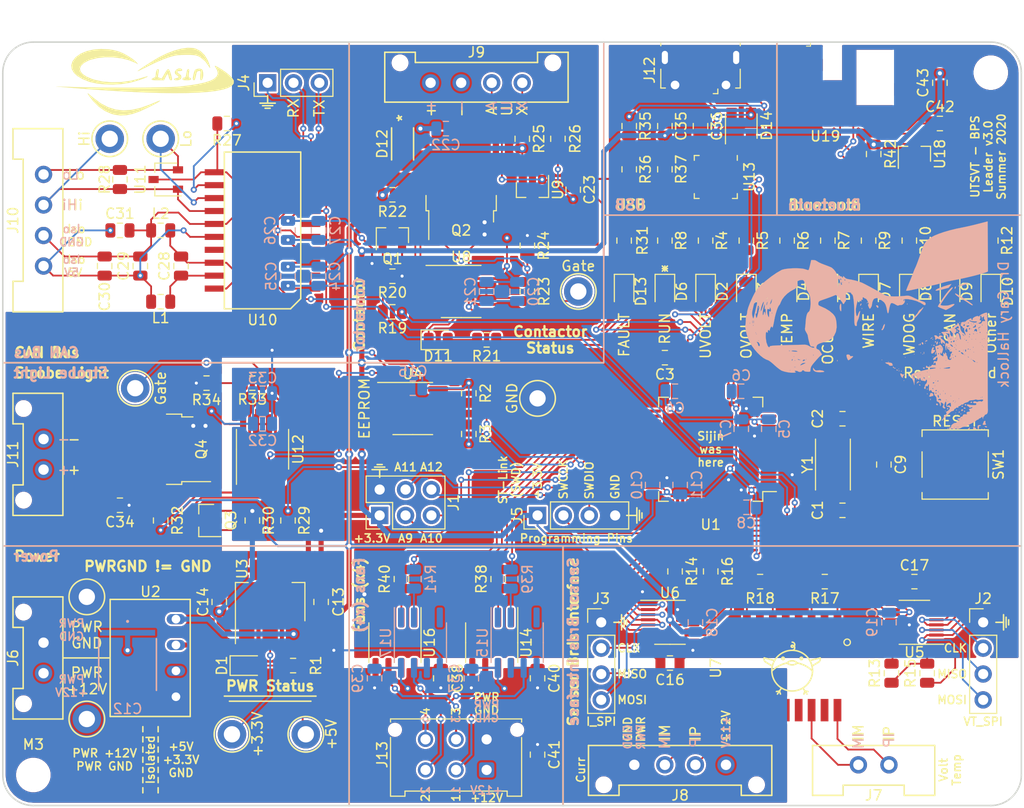
<source format=kicad_pcb>
(kicad_pcb (version 20171130) (host pcbnew "(5.1.6)-1")
  (layers (0 F.Cu signal) (31 B.Cu signal) (34 B.Paste user) (35 F.Paste user) (36 B.SilkS user) (37 F.SilkS user) (38 B.Mask user) (39 F.Mask user) (44 Edge.Cuts user))
  (net 0 "")
  (net 1 GND)
  (net 2 +3V3)
  (net 3 /OSC_IN)
  (net 4 /NRST)
  (net 5 /OSC_OUT)
  (net 6 +5V)
  (net 7 +12V)
  (net 8 GNDPWR)
  (net 9 /PB1)
  (net 10 "Net-(D1-Pad2)")
  (net 11 "Net-(D2-Pad1)")
  (net 12 "Net-(D3-Pad1)")
  (net 13 /PC3)
  (net 14 /PC2)
  (net 15 "Net-(D4-Pad1)")
  (net 16 "Net-(D5-Pad1)")
  (net 17 /PC1)
  (net 18 /PC0)
  (net 19 "Net-(D6-Pad1)")
  (net 20 "Net-(D7-Pad1)")
  (net 21 /PA7)
  (net 22 /PA6)
  (net 23 "Net-(D8-Pad1)")
  (net 24 "Net-(D9-Pad1)")
  (net 25 /PA5)
  (net 26 "/Contactor Driver/CONTACTOR_V-")
  (net 27 /SWCLK)
  (net 28 /SWDIO)
  (net 29 /CAN/CAN_L)
  (net 30 /CAN/CAN_H)
  (net 31 "Net-(Q1-Pad1)")
  (net 32 "Net-(Q2-Pad1)")
  (net 33 "Net-(Q3-Pad1)")
  (net 34 "Net-(Q4-Pad1)")
  (net 35 /I2C3_SCL)
  (net 36 /I2C3_SDA)
  (net 37 /PB0)
  (net 38 /CAN/RSlope)
  (net 39 /FAULT)
  (net 40 /USART3_RX)
  (net 41 /USART3_TX)
  (net 42 /SPI1_CLK)
  (net 43 /SPI1_MISO)
  (net 44 /SPI1_MOSI)
  (net 45 /CAN1_RX)
  (net 46 /CAN1_TX)
  (net 47 "Net-(C29-Pad2)")
  (net 48 "Net-(C29-Pad1)")
  (net 49 "Net-(C3-Pad1)")
  (net 50 "Net-(D10-Pad1)")
  (net 51 /PA9)
  (net 52 /PA11)
  (net 53 /PA10)
  (net 54 /PA12)
  (net 55 /SPI3_CLK)
  (net 56 /SPI3_MISO)
  (net 57 /SPI3_MOSI)
  (net 58 "Net-(J7-Pad2)")
  (net 59 "/Fan Board Interface/FAN1")
  (net 60 "/Fan Board Interface/FAN2")
  (net 61 "/Fan Board Interface/FAN3")
  (net 62 "/Fan Board Interface/FAN4")
  (net 63 "Net-(Q3-Pad3)")
  (net 64 "Net-(R13-Pad1)")
  (net 65 "Net-(R13-Pad2)")
  (net 66 "/Sensor Boards Interface/VT_IM")
  (net 67 "/Sensor Boards Interface/VT_IP")
  (net 68 "/Sensor Boards Interface/I_IM")
  (net 69 "/Sensor Boards Interface/I_IP")
  (net 70 "Net-(R38-Pad1)")
  (net 71 /TIM3_CH1)
  (net 72 "Net-(R39-Pad1)")
  (net 73 /TIM3_CH2)
  (net 74 /TIM12_CH1)
  (net 75 "Net-(R40-Pad1)")
  (net 76 /TIM12_CH2)
  (net 77 /UART2_TX)
  (net 78 /UART2_RX)
  (net 79 /PA15)
  (net 80 /PD2)
  (net 81 "Net-(J7-Pad1)")
  (net 82 "Net-(J8-Pad2)")
  (net 83 "Net-(J8-Pad3)")
  (net 84 "Net-(J9-Pad4)")
  (net 85 "Net-(J11-Pad2)")
  (net 86 "Net-(D11-Pad2)")
  (net 87 "Net-(D11-Pad1)")
  (net 88 "Net-(D13-Pad1)")
  (net 89 "Net-(D14-Pad2)")
  (net 90 "Net-(D14-Pad3)")
  (net 91 "Net-(D14-Pad4)")
  (net 92 "Net-(R14-Pad2)")
  (net 93 "Net-(R14-Pad1)")
  (net 94 "Net-(R22-Pad1)")
  (net 95 "Net-(R23-Pad2)")
  (net 96 "Net-(R32-Pad1)")
  (net 97 "Net-(R33-Pad2)")
  (net 98 "Net-(R35-Pad1)")
  (net 99 "Net-(R37-Pad2)")
  (net 100 "Net-(R41-Pad1)")
  (net 101 /PA4)
  (net 102 /PC4)
  (net 103 "Net-(C28-Pad2)")
  (net 104 "Net-(C28-Pad1)")
  (net 105 "Net-(C42-Pad1)")
  (net 106 "Net-(J12-Pad4)")
  (net 107 "Net-(U1-Pad2)")
  (net 108 "Net-(U1-Pad3)")
  (net 109 "Net-(U1-Pad4)")
  (net 110 "Net-(U1-Pad14)")
  (net 111 "Net-(U1-Pad15)")
  (net 112 "Net-(U1-Pad28)")
  (net 113 "Net-(U1-Pad34)")
  (net 114 "Net-(U1-Pad39)")
  (net 115 "Net-(U1-Pad58)")
  (net 116 "Net-(U1-Pad59)")
  (net 117 "Net-(U7-Pad15)")
  (net 118 "Net-(U7-Pad10)")
  (net 119 "Net-(U7-Pad7)")
  (net 120 "Net-(U7-Pad2)")
  (net 121 "Net-(U8-Pad1)")
  (net 122 "Net-(U8-Pad4)")
  (net 123 "Net-(U10-Pad6)")
  (net 124 "Net-(U10-Pad8)")
  (net 125 "Net-(U10-Pad9)")
  (net 126 "Net-(U10-Pad17)")
  (net 127 "Net-(U12-Pad1)")
  (net 128 "Net-(U12-Pad4)")
  (net 129 "Net-(U13-Pad1)")
  (net 130 "Net-(U13-Pad10)")
  (net 131 "Net-(U13-Pad11)")
  (net 132 "Net-(U13-Pad12)")
  (net 133 "Net-(U13-Pad13)")
  (net 134 "Net-(U13-Pad14)")
  (net 135 "Net-(U13-Pad15)")
  (net 136 "Net-(U13-Pad16)")
  (net 137 "Net-(U13-Pad17)")
  (net 138 "Net-(U13-Pad18)")
  (net 139 "Net-(U13-Pad19)")
  (net 140 "Net-(U13-Pad22)")
  (net 141 "Net-(U13-Pad23)")
  (net 142 "Net-(U13-Pad24)")
  (net 143 "Net-(U14-Pad1)")
  (net 144 "Net-(U14-Pad4)")
  (net 145 "Net-(U15-Pad1)")
  (net 146 "Net-(U15-Pad4)")
  (net 147 "Net-(U16-Pad4)")
  (net 148 "Net-(U16-Pad1)")
  (net 149 "Net-(U17-Pad4)")
  (net 150 "Net-(U17-Pad1)")
  (net 151 "Net-(U19-Pad6)")
  (net 152 "Net-(U19-Pad9)")
  (net 153 "Net-(U19-Pad11)")
  (net 154 "Net-(U19-Pad5)")
  (net 155 "Net-(U19-Pad4)")
  (net 156 "Net-(U19-Pad3)")
  (net 157 "Net-(U19-Pad1)")
  (net 158 "Net-(U19-Pad12)")
  (net 159 "Net-(U19-Pad15)")
  (net 160 "Net-(U19-Pad16)")
  (module Connector_Molex:Molex_Micro-Fit_3.0_43045-0612_2x03_P3.00mm_Vertical (layer F.Cu) (at 147.5 121.5 180)
    (fp_text reference J13 (at 10.25 1.5 270) (layer F.SilkS))
    (fp_text value FanBrdConn)
    (pad "" np_thru_hole circle (at -3 3.94 180) (size 1 1) (drill 1) (layers *.Cu *.Mask))
    (pad "" np_thru_hole circle (at 9 3.94 180) (size 1 1) (drill 1) (layers *.Cu *.Mask))
    (pad 1 thru_hole roundrect (at 0 0 180) (size 1.5 1.5) (drill 1) (layers *.Cu *.Mask) (roundrect_rratio 0.166667) (net 7 +12V))
    (pad 2 thru_hole circle (at 3 0 180) (size 1.5 1.5) (drill 1) (layers *.Cu *.Mask) (net 59 "/Fan Board Interface/FAN1"))
    (pad 3 thru_hole circle (at 6 0 180) (size 1.5 1.5) (drill 1) (layers *.Cu *.Mask) (net 60 "/Fan Board Interface/FAN2"))
    (pad 4 thru_hole circle (at 0 3 180) (size 1.5 1.5) (drill 1) (layers *.Cu *.Mask) (net 8 GNDPWR))
    (pad 5 thru_hole circle (at 3 3 180) (size 1.5 1.5) (drill 1) (layers *.Cu *.Mask) (net 61 "/Fan Board Interface/FAN3"))
    (pad 6 thru_hole circle (at 6 3 180) (size 1.5 1.5) (drill 1) (layers *.Cu *.Mask) (net 62 "/Fan Board Interface/FAN4"))
  )
  (module UTSVT_Passive:V2F22HM (layer F.Cu) (at 139.25 60 270)
    (fp_text reference D12 (at 0 2 270) (layer F.SilkS))
    (fp_text value V2F22HM3/H hide)
    (fp_text user * (at -2.54 0 270) (layer F.SilkS))
    (fp_text user * (at -2.54 0 270) (layer F.SilkS))
    (pad 1 smd rect (at -1.6383 0 270) (size 1.0414 1.1938) (layers F.Cu F.Paste F.Mask) (net 7 +12V))
    (pad 2 smd rect (at 1.6383 0 270) (size 1.0414 1.1938) (layers F.Cu F.Paste F.Mask) (net 26 "/Contactor Driver/CONTACTOR_V-"))
  )
  (module UTSVT_Connectors:Molex_MicroFit3.0_1x4xP3.00mm_PolarizingPeg_Vertical (layer F.Cu) (at 171 121 180)
    (fp_text reference J8 (at 4.5 -3) (layer F.SilkS))
    (fp_text value CurrentConn)
    (pad 4 thru_hole circle (at 9 0 180) (size 1.7 1.7) (drill 1.02) (layers *.Cu *.Mask) (net 8 GNDPWR))
    (pad "" np_thru_hole circle (at 12 -1.96 180) (size 1.27 1.27) (drill 1.27) (layers *.Cu *.Mask))
    (pad 1 thru_hole circle (at 0 0 180) (size 1.7 1.7) (drill 1.02) (layers *.Cu *.Mask) (net 7 +12V))
    (pad 2 thru_hole circle (at 3 0 180) (size 1.7 1.7) (drill 1.02) (layers *.Cu *.Mask) (net 82 "Net-(J8-Pad2)"))
    (pad 3 thru_hole circle (at 6 0 180) (size 1.7 1.7) (drill 1.02) (layers *.Cu *.Mask) (net 83 "Net-(J8-Pad3)"))
    (pad "" np_thru_hole circle (at -3 -1.96 180) (size 1.27 1.27) (drill 1.27) (layers *.Cu *.Mask))
  )
  (module UTSVT_Connectors:Molex_MicroFit3.0_1x2xP3.00mm_PolarizingPeg_Vertical (layer F.Cu) (at 104 112 90)
    (fp_text reference J6 (at 1.5 -3 90) (layer F.SilkS))
    (fp_text value PowerConn)
    (pad "" np_thru_hole circle (at 6 -1.96 90) (size 1.27 1.27) (drill 1.27) (layers *.Cu *.Mask))
    (pad 1 thru_hole circle (at 0 0 90) (size 1.7 1.7) (drill 1.02) (layers *.Cu *.Mask) (net 7 +12V))
    (pad 2 thru_hole circle (at 3 0 90) (size 1.7 1.7) (drill 1.02) (layers *.Cu *.Mask) (net 8 GNDPWR))
    (pad "" np_thru_hole circle (at -3 -1.96 90) (size 1.27 1.27) (drill 1.27) (layers *.Cu *.Mask))
  )
  (module Capacitor_SMD:C_0805_2012Metric (layer F.Cu) (at 182.4375 96)
    (fp_text reference C1 (at -2.4375 0 270) (layer F.SilkS))
    (fp_text value 10p)
    (pad 1 smd roundrect (at -0.9375 0) (size 0.975 1.4) (layers F.Cu F.Paste F.Mask) (net 3 /OSC_IN))
    (pad 2 smd roundrect (at 0.9375 0) (size 0.975 1.4) (layers F.Cu F.Paste F.Mask) (net 1 GND))
  )
  (module Capacitor_SMD:C_0805_2012Metric (layer F.Cu) (at 182.4375 87)
    (fp_text reference C2 (at -2.4375 0 270) (layer F.SilkS))
    (fp_text value 10p)
    (pad 2 smd roundrect (at 0.9375 0) (size 0.975 1.4) (layers F.Cu F.Paste F.Mask) (net 1 GND))
    (pad 1 smd roundrect (at -0.9375 0) (size 0.975 1.4) (layers F.Cu F.Paste F.Mask) (net 5 /OSC_OUT))
  )
  (module Capacitor_SMD:C_0805_2012Metric (layer F.Cu) (at 165 81 180)
    (fp_text reference C3 (at 0 -1.65 180) (layer F.SilkS))
    (fp_text value 4.7u)
    (pad 2 smd roundrect (at 0.9375 0 180) (size 0.975 1.4) (layers F.Cu F.Paste F.Mask) (net 1 GND))
    (pad 1 smd roundrect (at -0.9375 0 180) (size 0.975 1.4) (layers F.Cu F.Paste F.Mask) (net 49 "Net-(C3-Pad1)"))
  )
  (module Capacitor_SMD:C_0805_2012Metric (layer B.Cu) (at 166 84.3)
    (fp_text reference C4 (at 0 1.65 180) (layer B.SilkS) (effects (justify mirror)))
    (fp_text value 0.1u)
    (pad 1 smd roundrect (at -0.9375 0) (size 0.975 1.4) (layers B.Cu B.Paste B.Mask) (net 2 +3V3))
    (pad 2 smd roundrect (at 0.9375 0) (size 0.975 1.4) (layers B.Cu B.Paste B.Mask) (net 1 GND))
  )
  (module Capacitor_SMD:C_0805_2012Metric (layer B.Cu) (at 175.2 88 270)
    (fp_text reference C5 (at 0 -1.55 90) (layer B.SilkS) (effects (justify mirror)))
    (fp_text value 0.1u)
    (pad 2 smd roundrect (at 0.9375 0 270) (size 0.975 1.4) (layers B.Cu B.Paste B.Mask) (net 1 GND))
    (pad 1 smd roundrect (at -0.9375 0 270) (size 0.975 1.4) (layers B.Cu B.Paste B.Mask) (net 2 +3V3))
  )
  (module Capacitor_SMD:C_0805_2012Metric (layer B.Cu) (at 172.5 84.3)
    (fp_text reference C6 (at 0 -1.55) (layer B.SilkS) (effects (justify mirror)))
    (fp_text value 0.1u)
    (pad 2 smd roundrect (at 0.9375 0) (size 0.975 1.4) (layers B.Cu B.Paste B.Mask) (net 1 GND))
    (pad 1 smd roundrect (at -0.9375 0) (size 0.975 1.4) (layers B.Cu B.Paste B.Mask) (net 2 +3V3))
  )
  (module Capacitor_SMD:C_0805_2012Metric (layer B.Cu) (at 172.5 88 270)
    (fp_text reference C7 (at 0 1.5 90) (layer B.SilkS) (effects (justify mirror)))
    (fp_text value 1u)
    (pad 1 smd roundrect (at -0.9375 0 270) (size 0.975 1.4) (layers B.Cu B.Paste B.Mask) (net 2 +3V3))
    (pad 2 smd roundrect (at 0.9375 0 270) (size 0.975 1.4) (layers B.Cu B.Paste B.Mask) (net 1 GND))
  )
  (module Capacitor_SMD:C_0805_2012Metric (layer B.Cu) (at 173 95.7 180)
    (fp_text reference C8 (at 0 -1.55) (layer B.SilkS) (effects (justify mirror)))
    (fp_text value 0.1u)
    (pad 1 smd roundrect (at -0.9375 0 180) (size 0.975 1.4) (layers B.Cu B.Paste B.Mask) (net 2 +3V3))
    (pad 2 smd roundrect (at 0.9375 0 180) (size 0.975 1.4) (layers B.Cu B.Paste B.Mask) (net 1 GND))
  )
  (module Capacitor_SMD:C_0805_2012Metric (layer F.Cu) (at 186.5 91.5 270)
    (fp_text reference C9 (at 0 -1.65 90) (layer F.SilkS))
    (fp_text value 0.1u)
    (pad 2 smd roundrect (at 0.9375 0 270) (size 0.975 1.4) (layers F.Cu F.Paste F.Mask) (net 1 GND))
    (pad 1 smd roundrect (at -0.9375 0 270) (size 0.975 1.4) (layers F.Cu F.Paste F.Mask) (net 4 /NRST))
  )
  (module Capacitor_SMD:C_0805_2012Metric (layer B.Cu) (at 163.8 93.5 90)
    (fp_text reference C10 (at 0 -1.55 90) (layer B.SilkS) (effects (justify mirror)))
    (fp_text value 0.1u)
    (pad 2 smd roundrect (at 0.9375 0 90) (size 0.975 1.4) (layers B.Cu B.Paste B.Mask) (net 1 GND))
    (pad 1 smd roundrect (at -0.9375 0 90) (size 0.975 1.4) (layers B.Cu B.Paste B.Mask) (net 2 +3V3))
  )
  (module Capacitor_SMD:C_0805_2012Metric (layer B.Cu) (at 166.5 93.5 90)
    (fp_text reference C11 (at 0 1.65 270) (layer B.SilkS) (effects (justify mirror)))
    (fp_text value 4.7u)
    (pad 1 smd roundrect (at -0.9375 0 90) (size 0.975 1.4) (layers B.Cu B.Paste B.Mask) (net 2 +3V3))
    (pad 2 smd roundrect (at 0.9375 0 90) (size 0.975 1.4) (layers B.Cu B.Paste B.Mask) (net 1 GND))
  )
  (module Capacitor_SMD:C_0805_2012Metric (layer F.Cu) (at 131.25 105 90)
    (fp_text reference C13 (at 0 1.7 270) (layer F.SilkS))
    (fp_text value 10u)
    (pad 1 smd roundrect (at -0.9375 0 90) (size 0.975 1.4) (layers F.Cu F.Paste F.Mask) (net 6 +5V))
    (pad 2 smd roundrect (at 0.9375 0 90) (size 0.975 1.4) (layers F.Cu F.Paste F.Mask) (net 1 GND))
  )
  (module Capacitor_SMD:C_0805_2012Metric (layer F.Cu) (at 121.25 105 270)
    (fp_text reference C14 (at 0 1.6 270) (layer F.SilkS))
    (fp_text value 10u)
    (pad 2 smd roundrect (at 0.9375 0 270) (size 0.975 1.4) (layers F.Cu F.Paste F.Mask) (net 1 GND))
    (pad 1 smd roundrect (at -0.9375 0 270) (size 0.975 1.4) (layers F.Cu F.Paste F.Mask) (net 2 +3V3))
  )
  (module Capacitor_SMD:C_0805_2012Metric (layer B.Cu) (at 140.25 84 180)
    (fp_text reference C15 (at 0 1.65) (layer B.SilkS) (effects (justify mirror)))
    (fp_text value 0.1u)
    (pad 1 smd roundrect (at -0.9375 0 180) (size 0.975 1.4) (layers B.Cu B.Paste B.Mask) (net 2 +3V3))
    (pad 2 smd roundrect (at 0.9375 0 180) (size 0.975 1.4) (layers B.Cu B.Paste B.Mask) (net 1 GND))
  )
  (module Capacitor_SMD:C_0805_2012Metric (layer F.Cu) (at 165.5 111)
    (fp_text reference C16 (at 0 1.65) (layer F.SilkS))
    (fp_text value 0.1u)
    (pad 2 smd roundrect (at 0.9375 0) (size 0.975 1.4) (layers F.Cu F.Paste F.Mask) (net 1 GND))
    (pad 1 smd roundrect (at -0.9375 0) (size 0.975 1.4) (layers F.Cu F.Paste F.Mask) (net 2 +3V3))
  )
  (module Capacitor_SMD:C_0805_2012Metric (layer F.Cu) (at 189.5 103 180)
    (fp_text reference C17 (at 0 1.6) (layer F.SilkS))
    (fp_text value 0.1u)
    (pad 2 smd roundrect (at 0.9375 0 180) (size 0.975 1.4) (layers F.Cu F.Paste F.Mask) (net 1 GND))
    (pad 1 smd roundrect (at -0.9375 0 180) (size 0.975 1.4) (layers F.Cu F.Paste F.Mask) (net 2 +3V3))
  )
  (module Capacitor_SMD:C_0805_2012Metric (layer B.Cu) (at 168 107 90)
    (fp_text reference C18 (at 0 1.65 90) (layer B.SilkS) (effects (justify mirror)))
    (fp_text value 0.1u)
    (pad 1 smd roundrect (at -0.9375 0 90) (size 0.975 1.4) (layers B.Cu B.Paste B.Mask) (net 6 +5V))
    (pad 2 smd roundrect (at 0.9375 0 90) (size 0.975 1.4) (layers B.Cu B.Paste B.Mask) (net 1 GND))
  )
  (module Capacitor_SMD:C_0805_2012Metric (layer B.Cu) (at 187 107 270)
    (fp_text reference C19 (at 0 1.65 90) (layer B.SilkS) (effects (justify mirror)))
    (fp_text value 0.1u)
    (pad 1 smd roundrect (at -0.9375 0 270) (size 0.975 1.4) (layers B.Cu B.Paste B.Mask) (net 6 +5V))
    (pad 2 smd roundrect (at 0.9375 0 270) (size 0.975 1.4) (layers B.Cu B.Paste B.Mask) (net 1 GND))
  )
  (module Capacitor_SMD:C_0805_2012Metric (layer B.Cu) (at 147.5 74.5 270)
    (fp_text reference C21 (at 0 1.6 90) (layer B.SilkS) (effects (justify mirror)))
    (fp_text value 10u)
    (pad 2 smd roundrect (at 0.9375 0 270) (size 0.975 1.4) (layers B.Cu B.Paste B.Mask) (net 8 GNDPWR))
    (pad 1 smd roundrect (at -0.9375 0 270) (size 0.975 1.4) (layers B.Cu B.Paste B.Mask) (net 7 +12V))
  )
  (module Capacitor_SMD:C_0805_2012Metric (layer B.Cu) (at 150.5 74.5 270)
    (fp_text reference C20 (at 0 -1.6 90) (layer B.SilkS) (effects (justify mirror)))
    (fp_text value 0.1u)
    (pad 1 smd roundrect (at -0.9375 0 270) (size 0.975 1.4) (layers B.Cu B.Paste B.Mask) (net 7 +12V))
    (pad 2 smd roundrect (at 0.9375 0 270) (size 0.975 1.4) (layers B.Cu B.Paste B.Mask) (net 8 GNDPWR))
  )
  (module Capacitor_SMD:C_0805_2012Metric (layer B.Cu) (at 143.5 58.5 180)
    (fp_text reference C22 (at 0 -1.6) (layer B.SilkS) (effects (justify mirror)))
    (fp_text value 1u)
    (pad 2 smd roundrect (at 0.9375 0 180) (size 0.975 1.4) (layers B.Cu B.Paste B.Mask) (net 7 +12V))
    (pad 1 smd roundrect (at -0.9375 0 180) (size 0.975 1.4) (layers B.Cu B.Paste B.Mask) (net 8 GNDPWR))
  )
  (module Capacitor_SMD:C_0805_2012Metric (layer F.Cu) (at 156 64.5 90)
    (fp_text reference C23 (at 0 1.6 90) (layer F.SilkS))
    (fp_text value 1u)
    (pad 1 smd roundrect (at -0.9375 0 90) (size 0.975 1.4) (layers F.Cu F.Paste F.Mask) (net 9 /PB1))
    (pad 2 smd roundrect (at 0.9375 0 90) (size 0.975 1.4) (layers F.Cu F.Paste F.Mask) (net 1 GND))
  )
  (module Capacitor_SMD:C_0805_2012Metric (layer B.Cu) (at 131 73 270)
    (fp_text reference C24 (at 0 -1.6 270) (layer B.SilkS) (effects (justify mirror)))
    (fp_text value 10u)
    (pad 1 smd roundrect (at -0.9375 0 270) (size 0.975 1.4) (layers B.Cu B.Paste B.Mask) (net 6 +5V))
    (pad 2 smd roundrect (at 0.9375 0 270) (size 0.975 1.4) (layers B.Cu B.Paste B.Mask) (net 1 GND))
  )
  (module Capacitor_SMD:C_0805_2012Metric (layer B.Cu) (at 128 73 270)
    (fp_text reference C25 (at 0 1.65 270) (layer B.SilkS) (effects (justify mirror)))
    (fp_text value 0.1u)
    (pad 2 smd roundrect (at 0.9375 0 270) (size 0.975 1.4) (layers B.Cu B.Paste B.Mask) (net 1 GND))
    (pad 1 smd roundrect (at -0.9375 0 270) (size 0.975 1.4) (layers B.Cu B.Paste B.Mask) (net 6 +5V))
  )
  (module Capacitor_SMD:C_0805_2012Metric (layer B.Cu) (at 128 68.5 90)
    (fp_text reference C26 (at 0 -1.75 90) (layer B.SilkS) (effects (justify mirror)))
    (fp_text value 0.1u)
    (pad 1 smd roundrect (at -0.9375 0 90) (size 0.975 1.4) (layers B.Cu B.Paste B.Mask) (net 2 +3V3))
    (pad 2 smd roundrect (at 0.9375 0 90) (size 0.975 1.4) (layers B.Cu B.Paste B.Mask) (net 1 GND))
  )
  (module Capacitor_SMD:C_0805_2012Metric (layer B.Cu) (at 131 68.5 90)
    (fp_text reference C27 (at 0 1.65 270) (layer B.SilkS) (effects (justify mirror)))
    (fp_text value 0.01u)
    (pad 2 smd roundrect (at 0.9375 0 90) (size 0.975 1.4) (layers B.Cu B.Paste B.Mask) (net 1 GND))
    (pad 1 smd roundrect (at -0.9375 0 90) (size 0.975 1.4) (layers B.Cu B.Paste B.Mask) (net 2 +3V3))
  )
  (module Capacitor_SMD:C_0805_2012Metric (layer F.Cu) (at 117.5 72 90)
    (fp_text reference C28 (at 0 -1.65 90) (layer F.SilkS))
    (fp_text value 0.22u)
    (pad 2 smd roundrect (at 0.9375 0 90) (size 0.975 1.4) (layers F.Cu F.Paste F.Mask) (net 103 "Net-(C28-Pad2)"))
    (pad 1 smd roundrect (at -0.9375 0 90) (size 0.975 1.4) (layers F.Cu F.Paste F.Mask) (net 104 "Net-(C28-Pad1)"))
  )
  (module Capacitor_SMD:C_0805_2012Metric (layer F.Cu) (at 113.5 72 90)
    (fp_text reference C29 (at 0 -1.65 90) (layer F.SilkS))
    (fp_text value 10u)
    (pad 1 smd roundrect (at -0.9375 0 90) (size 0.975 1.4) (layers F.Cu F.Paste F.Mask) (net 48 "Net-(C29-Pad1)"))
    (pad 2 smd roundrect (at 0.9375 0 90) (size 0.975 1.4) (layers F.Cu F.Paste F.Mask) (net 47 "Net-(C29-Pad2)"))
  )
  (module Capacitor_SMD:C_0805_2012Metric (layer F.Cu) (at 110 72 90)
    (fp_text reference C30 (at -3 0 90) (layer F.SilkS))
    (fp_text value 0.1u)
    (pad 1 smd roundrect (at -0.9375 0 90) (size 0.975 1.4) (layers F.Cu F.Paste F.Mask) (net 48 "Net-(C29-Pad1)"))
    (pad 2 smd roundrect (at 0.9375 0 90) (size 0.975 1.4) (layers F.Cu F.Paste F.Mask) (net 47 "Net-(C29-Pad2)"))
  )
  (module Capacitor_SMD:C_0805_2012Metric (layer F.Cu) (at 111.5 68.5)
    (fp_text reference C31 (at 0 -1.65) (layer F.SilkS))
    (fp_text value 0.01u)
    (pad 2 smd roundrect (at 0.9375 0) (size 0.975 1.4) (layers F.Cu F.Paste F.Mask) (net 47 "Net-(C29-Pad2)"))
    (pad 1 smd roundrect (at -0.9375 0) (size 0.975 1.4) (layers F.Cu F.Paste F.Mask) (net 48 "Net-(C29-Pad1)"))
  )
  (module Capacitor_SMD:C_0805_2012Metric (layer B.Cu) (at 125.5 84.5)
    (fp_text reference C33 (at 0 -1.5 180) (layer B.SilkS) (effects (justify mirror)))
    (fp_text value 10u)
    (pad 1 smd roundrect (at -0.9375 0) (size 0.975 1.4) (layers B.Cu B.Paste B.Mask) (net 7 +12V))
    (pad 2 smd roundrect (at 0.9375 0) (size 0.975 1.4) (layers B.Cu B.Paste B.Mask) (net 8 GNDPWR))
  )
  (module Capacitor_SMD:C_0805_2012Metric (layer B.Cu) (at 125.5 87.5)
    (fp_text reference C32 (at 0 1.65 180) (layer B.SilkS) (effects (justify mirror)))
    (fp_text value 0.1u)
    (pad 2 smd roundrect (at 0.9375 0) (size 0.975 1.4) (layers B.Cu B.Paste B.Mask) (net 8 GNDPWR))
    (pad 1 smd roundrect (at -0.9375 0) (size 0.975 1.4) (layers B.Cu B.Paste B.Mask) (net 7 +12V))
  )
  (module Capacitor_SMD:C_0805_2012Metric (layer F.Cu) (at 111.5 95.5 180)
    (fp_text reference C34 (at 0 -1.65) (layer F.SilkS))
    (fp_text value 1u)
    (pad 1 smd roundrect (at -0.9375 0 180) (size 0.975 1.4) (layers F.Cu F.Paste F.Mask) (net 8 GNDPWR))
    (pad 2 smd roundrect (at 0.9375 0 180) (size 0.975 1.4) (layers F.Cu F.Paste F.Mask) (net 7 +12V))
  )
  (module Capacitor_SMD:C_0805_2012Metric (layer F.Cu) (at 165 58.25 90)
    (fp_text reference C35 (at 0 1.6 90) (layer F.SilkS))
    (fp_text value 4.7u)
    (pad 1 smd roundrect (at -0.9375 0 90) (size 0.975 1.4) (layers F.Cu F.Paste F.Mask) (net 2 +3V3))
    (pad 2 smd roundrect (at 0.9375 0 90) (size 0.975 1.4) (layers F.Cu F.Paste F.Mask) (net 1 GND))
  )
  (module Capacitor_SMD:C_0805_2012Metric (layer F.Cu) (at 168.5 58.25 90)
    (fp_text reference C36 (at 0 1.6 90) (layer F.SilkS))
    (fp_text value 0.1u)
    (pad 2 smd roundrect (at 0.9375 0 90) (size 0.975 1.4) (layers F.Cu F.Paste F.Mask) (net 1 GND))
    (pad 1 smd roundrect (at -0.9375 0 90) (size 0.975 1.4) (layers F.Cu F.Paste F.Mask) (net 2 +3V3))
  )
  (module Capacitor_SMD:C_0805_2012Metric (layer F.Cu) (at 152.5 120 90)
    (fp_text reference C41 (at 0 1.65 90) (layer F.SilkS))
    (fp_text value 10u)
    (pad 1 smd roundrect (at -0.9375 0 90) (size 0.975 1.4) (layers F.Cu F.Paste F.Mask) (net 7 +12V))
    (pad 2 smd roundrect (at 0.9375 0 90) (size 0.975 1.4) (layers F.Cu F.Paste F.Mask) (net 8 GNDPWR))
  )
  (module Capacitor_SMD:C_0805_2012Metric (layer F.Cu) (at 152.5 112.5 270)
    (fp_text reference C40 (at 0 -1.65 90) (layer F.SilkS))
    (fp_text value 0.1u)
    (pad 2 smd roundrect (at 0.9375 0 270) (size 0.975 1.4) (layers F.Cu F.Paste F.Mask) (net 8 GNDPWR))
    (pad 1 smd roundrect (at -0.9375 0 270) (size 0.975 1.4) (layers F.Cu F.Paste F.Mask) (net 7 +12V))
  )
  (module Capacitor_SMD:C_0805_2012Metric (layer B.Cu) (at 146 112.5 270)
    (fp_text reference C37 (at 0 1.65 270) (layer B.SilkS) (effects (justify mirror)))
    (fp_text value 0.1u)
    (pad 2 smd roundrect (at 0.9375 0 270) (size 0.975 1.4) (layers B.Cu B.Paste B.Mask) (net 8 GNDPWR))
    (pad 1 smd roundrect (at -0.9375 0 270) (size 0.975 1.4) (layers B.Cu B.Paste B.Mask) (net 7 +12V))
  )
  (module Capacitor_SMD:C_0805_2012Metric (layer F.Cu) (at 143 112.5 270)
    (fp_text reference C38 (at 0 -1.65 270) (layer F.SilkS))
    (fp_text value 0.1u)
    (pad 1 smd roundrect (at -0.9375 0 270) (size 0.975 1.4) (layers F.Cu F.Paste F.Mask) (net 7 +12V))
    (pad 2 smd roundrect (at 0.9375 0 270) (size 0.975 1.4) (layers F.Cu F.Paste F.Mask) (net 8 GNDPWR))
  )
  (module Capacitor_SMD:C_0805_2012Metric (layer B.Cu) (at 136.5 112.5 270)
    (fp_text reference C39 (at 0 1.65 90) (layer B.SilkS) (effects (justify mirror)))
    (fp_text value 0.1u)
    (pad 1 smd roundrect (at -0.9375 0 270) (size 0.975 1.4) (layers B.Cu B.Paste B.Mask) (net 7 +12V))
    (pad 2 smd roundrect (at 0.9375 0 270) (size 0.975 1.4) (layers B.Cu B.Paste B.Mask) (net 8 GNDPWR))
  )
  (module Capacitor_SMD:C_0805_2012Metric (layer F.Cu) (at 192 58)
    (fp_text reference C42 (at 0 -1.65) (layer F.SilkS))
    (fp_text value 1u)
    (pad 2 smd roundrect (at 0.9375 0) (size 0.975 1.4) (layers F.Cu F.Paste F.Mask) (net 1 GND))
    (pad 1 smd roundrect (at -0.9375 0) (size 0.975 1.4) (layers F.Cu F.Paste F.Mask) (net 105 "Net-(C42-Pad1)"))
  )
  (module Capacitor_SMD:C_0805_2012Metric (layer F.Cu) (at 192 54 90)
    (fp_text reference C43 (at 0 -1.65 90) (layer F.SilkS))
    (fp_text value 0.1u)
    (pad 2 smd roundrect (at 0.9375 0 90) (size 0.975 1.4) (layers F.Cu F.Paste F.Mask) (net 2 +3V3))
    (pad 1 smd roundrect (at -0.9375 0 90) (size 0.975 1.4) (layers F.Cu F.Paste F.Mask) (net 1 GND))
  )
  (module LED_SMD:LED_0805_2012Metric (layer F.Cu) (at 124 111.25)
    (fp_text reference D1 (at -2.5 0 90) (layer F.SilkS))
    (fp_text value PowerOn)
    (pad 1 smd roundrect (at -0.9375 0) (size 0.975 1.4) (layers F.Cu F.Paste F.Mask) (net 1 GND))
    (pad 2 smd roundrect (at 0.9375 0) (size 0.975 1.4) (layers F.Cu F.Paste F.Mask) (net 10 "Net-(D1-Pad2)"))
  )
  (module LED_SMD:LED_0805_2012Metric (layer F.Cu) (at 165 74.5 270)
    (fp_text reference D6 (at 0 -1.65 90) (layer F.SilkS))
    (fp_text value Heartbeat)
    (pad 2 smd roundrect (at 0.9375 0 270) (size 0.975 1.4) (layers F.Cu F.Paste F.Mask) (net 102 /PC4))
    (pad 1 smd roundrect (at -0.9375 0 270) (size 0.975 1.4) (layers F.Cu F.Paste F.Mask) (net 19 "Net-(D6-Pad1)"))
  )
  (module LED_SMD:LED_0805_2012Metric (layer F.Cu) (at 169 74.5 270)
    (fp_text reference D2 (at 0 -1.65 90) (layer F.SilkS))
    (fp_text value UVolt)
    (pad 1 smd roundrect (at -0.9375 0 270) (size 0.975 1.4) (layers F.Cu F.Paste F.Mask) (net 11 "Net-(D2-Pad1)"))
    (pad 2 smd roundrect (at 0.9375 0 270) (size 0.975 1.4) (layers F.Cu F.Paste F.Mask) (net 21 /PA7))
  )
  (module LED_SMD:LED_0805_2012Metric (layer F.Cu) (at 173 74.5 270)
    (fp_text reference D3 (at 0 -1.65 90) (layer F.SilkS))
    (fp_text value OVolt)
    (pad 2 smd roundrect (at 0.9375 0 270) (size 0.975 1.4) (layers F.Cu F.Paste F.Mask) (net 22 /PA6))
    (pad 1 smd roundrect (at -0.9375 0 270) (size 0.975 1.4) (layers F.Cu F.Paste F.Mask) (net 12 "Net-(D3-Pad1)"))
  )
  (module LED_SMD:LED_0805_2012Metric (layer F.Cu) (at 177 74.5 270)
    (fp_text reference D4 (at 0 -1.65 90) (layer F.SilkS))
    (fp_text value OTemp)
    (pad 1 smd roundrect (at -0.9375 0 270) (size 0.975 1.4) (layers F.Cu F.Paste F.Mask) (net 15 "Net-(D4-Pad1)"))
    (pad 2 smd roundrect (at 0.9375 0 270) (size 0.975 1.4) (layers F.Cu F.Paste F.Mask) (net 25 /PA5))
  )
  (module LED_SMD:LED_0805_2012Metric (layer F.Cu) (at 181 74.5 270)
    (fp_text reference D5 (at 0 -1.65 90) (layer F.SilkS))
    (fp_text value OCurr)
    (pad 2 smd roundrect (at 0.9375 0 270) (size 0.975 1.4) (layers F.Cu F.Paste F.Mask) (net 101 /PA4))
    (pad 1 smd roundrect (at -0.9375 0 270) (size 0.975 1.4) (layers F.Cu F.Paste F.Mask) (net 16 "Net-(D5-Pad1)"))
  )
  (module LED_SMD:LED_0805_2012Metric (layer F.Cu) (at 185 74.5 270)
    (fp_text reference D7 (at 0 -1.65 90) (layer F.SilkS))
    (fp_text value Wire)
    (pad 1 smd roundrect (at -0.9375 0 270) (size 0.975 1.4) (layers F.Cu F.Paste F.Mask) (net 20 "Net-(D7-Pad1)"))
    (pad 2 smd roundrect (at 0.9375 0 270) (size 0.975 1.4) (layers F.Cu F.Paste F.Mask) (net 13 /PC3))
  )
  (module LED_SMD:LED_0805_2012Metric (layer F.Cu) (at 189 74.5 270)
    (fp_text reference D8 (at 0 -1.65 90) (layer F.SilkS))
    (fp_text value WDError)
    (pad 1 smd roundrect (at -0.9375 0 270) (size 0.975 1.4) (layers F.Cu F.Paste F.Mask) (net 23 "Net-(D8-Pad1)"))
    (pad 2 smd roundrect (at 0.9375 0 270) (size 0.975 1.4) (layers F.Cu F.Paste F.Mask) (net 14 /PC2))
  )
  (module LED_SMD:LED_0805_2012Metric (layer F.Cu) (at 193 74.5 270)
    (fp_text reference D9 (at 0 -1.65 90) (layer F.SilkS))
    (fp_text value CANError)
    (pad 2 smd roundrect (at 0.9375 0 270) (size 0.975 1.4) (layers F.Cu F.Paste F.Mask) (net 17 /PC1))
    (pad 1 smd roundrect (at -0.9375 0 270) (size 0.975 1.4) (layers F.Cu F.Paste F.Mask) (net 24 "Net-(D9-Pad1)"))
  )
  (module LED_SMD:LED_0805_2012Metric (layer F.Cu) (at 142.75 79.25)
    (fp_text reference D11 (at 0 1.6) (layer F.SilkS))
    (fp_text value ContactorEn)
    (pad 2 smd roundrect (at 0.9375 0) (size 0.975 1.4) (layers F.Cu F.Paste F.Mask) (net 86 "Net-(D11-Pad2)"))
    (pad 1 smd roundrect (at -0.9375 0) (size 0.975 1.4) (layers F.Cu F.Paste F.Mask) (net 87 "Net-(D11-Pad1)"))
  )
  (module LED_SMD:LED_0805_2012Metric (layer F.Cu) (at 161 74.5 270)
    (fp_text reference D13 (at 0 -1.65 90) (layer F.SilkS))
    (fp_text value Fault)
    (pad 1 smd roundrect (at -0.9375 0 270) (size 0.975 1.4) (layers F.Cu F.Paste F.Mask) (net 88 "Net-(D13-Pad1)"))
    (pad 2 smd roundrect (at 0.9375 0 270) (size 0.975 1.4) (layers F.Cu F.Paste F.Mask) (net 6 +5V))
  )
  (module Package_TO_SOT_SMD:SOT-143 (layer F.Cu) (at 172.5 58.25 90)
    (fp_text reference D14 (at 0.02 2.5 90) (layer F.SilkS))
    (fp_text value SP0503BAHT)
    (pad 1 smd rect (at -1.1 -0.77) (size 1.2 1.4) (layers F.Cu F.Paste F.Mask) (net 1 GND))
    (pad 2 smd rect (at -1.1 0.95) (size 1 1.4) (layers F.Cu F.Paste F.Mask) (net 89 "Net-(D14-Pad2)"))
    (pad 3 smd rect (at 1.1 0.95) (size 1 1.4) (layers F.Cu F.Paste F.Mask) (net 90 "Net-(D14-Pad3)"))
    (pad 4 smd rect (at 1.1 -0.95) (size 1 1.4) (layers F.Cu F.Paste F.Mask) (net 91 "Net-(D14-Pad4)"))
  )
  (module Connector_PinHeader_2.54mm:PinHeader_2x03_P2.54mm_Vertical (layer F.Cu) (at 137 96.5 90)
    (fp_text reference J1 (at 1.27 7.25 90) (layer F.SilkS))
    (fp_text value "GPIO Analyzer")
    (pad 1 thru_hole rect (at 0 0 90) (size 1.7 1.7) (drill 1) (layers *.Cu *.Mask) (net 2 +3V3))
    (pad 2 thru_hole oval (at 2.54 0 90) (size 1.7 1.7) (drill 1) (layers *.Cu *.Mask) (net 1 GND))
    (pad 3 thru_hole oval (at 0 2.54 90) (size 1.7 1.7) (drill 1) (layers *.Cu *.Mask) (net 51 /PA9))
    (pad 4 thru_hole oval (at 2.54 2.54 90) (size 1.7 1.7) (drill 1) (layers *.Cu *.Mask) (net 52 /PA11))
    (pad 5 thru_hole oval (at 0 5.08 90) (size 1.7 1.7) (drill 1) (layers *.Cu *.Mask) (net 53 /PA10))
    (pad 6 thru_hole oval (at 2.54 5.08 90) (size 1.7 1.7) (drill 1) (layers *.Cu *.Mask) (net 54 /PA12))
  )
  (module Connector_PinHeader_2.54mm:PinHeader_1x03_P2.54mm_Vertical (layer F.Cu) (at 126 54 90)
    (fp_text reference J4 (at 0 -2.33 90) (layer F.SilkS))
    (fp_text value "CAN Analyzer")
    (pad 1 thru_hole rect (at 0 0 90) (size 1.7 1.7) (drill 1) (layers *.Cu *.Mask) (net 1 GND))
    (pad 2 thru_hole oval (at 0 2.54 90) (size 1.7 1.7) (drill 1) (layers *.Cu *.Mask) (net 45 /CAN1_RX))
    (pad 3 thru_hole oval (at 0 5.08 90) (size 1.7 1.7) (drill 1) (layers *.Cu *.Mask) (net 46 /CAN1_TX))
  )
  (module Connector_PinHeader_2.54mm:PinHeader_1x04_P2.54mm_Vertical (layer F.Cu) (at 152.5 96.5 90)
    (fp_text reference J5 (at 0 -2 90) (layer F.SilkS))
    (fp_text value SWD)
    (pad 1 thru_hole rect (at 0 0 90) (size 1.7 1.7) (drill 1) (layers *.Cu *.Mask) (net 2 +3V3))
    (pad 2 thru_hole oval (at 0 2.54 90) (size 1.7 1.7) (drill 1) (layers *.Cu *.Mask) (net 27 /SWCLK))
    (pad 3 thru_hole oval (at 0 5.08 90) (size 1.7 1.7) (drill 1) (layers *.Cu *.Mask) (net 28 /SWDIO))
    (pad 4 thru_hole oval (at 0 7.62 90) (size 1.7 1.7) (drill 1) (layers *.Cu *.Mask) (net 1 GND))
  )
  (module UTSVT_Connectors:Molex_MicroFit3.0_1x2xP3.00mm_PolarizingPeg_Vertical (layer F.Cu) (at 187 121 180)
    (fp_text reference J7 (at 1.5 -3) (layer F.SilkS))
    (fp_text value MinionConn)
    (pad "" np_thru_hole circle (at 6 -1.96 180) (size 1.27 1.27) (drill 1.27) (layers *.Cu *.Mask))
    (pad 1 thru_hole circle (at 0 0 180) (size 1.7 1.7) (drill 1.02) (layers *.Cu *.Mask) (net 81 "Net-(J7-Pad1)"))
    (pad 2 thru_hole circle (at 3 0 180) (size 1.7 1.7) (drill 1.02) (layers *.Cu *.Mask) (net 58 "Net-(J7-Pad2)"))
    (pad "" np_thru_hole circle (at -3 -1.96 180) (size 1.27 1.27) (drill 1.27) (layers *.Cu *.Mask))
  )
  (module UTSVT_Connectors:Molex_MicroFit3.0_1x4xP3.00mm_PolarizingPeg_Vertical (layer F.Cu) (at 142 54)
    (fp_text reference J9 (at 4.5 -3) (layer F.SilkS))
    (fp_text value ContactorConn)
    (pad "" np_thru_hole circle (at -3 -1.96) (size 1.27 1.27) (drill 1.27) (layers *.Cu *.Mask))
    (pad 3 thru_hole circle (at 6 0) (size 1.7 1.7) (drill 1.02) (layers *.Cu *.Mask) (net 1 GND))
    (pad 2 thru_hole circle (at 3 0) (size 1.7 1.7) (drill 1.02) (layers *.Cu *.Mask) (net 26 "/Contactor Driver/CONTACTOR_V-"))
    (pad 1 thru_hole circle (at 0 0) (size 1.7 1.7) (drill 1.02) (layers *.Cu *.Mask) (net 7 +12V))
    (pad "" np_thru_hole circle (at 12 -1.96) (size 1.27 1.27) (drill 1.27) (layers *.Cu *.Mask))
    (pad 4 thru_hole circle (at 9 0) (size 1.7 1.7) (drill 1.02) (layers *.Cu *.Mask) (net 84 "Net-(J9-Pad4)"))
  )
  (module UTSVT_Connectors:Molex_MicroFit3.0_1x4xP3.00mm_PolarizingPeg_Vertical (layer F.Cu) (at 104 72 90)
    (fp_text reference J10 (at 4.5 -3 90) (layer F.SilkS))
    (fp_text value CAN_Out)
    (pad 4 thru_hole circle (at 9 0 90) (size 1.7 1.7) (drill 1.02) (layers *.Cu *.Mask) (net 29 /CAN/CAN_L))
    (pad "" np_thru_hole circle (at 12 -1.96 90) (size 1.27 1.27) (drill 1.27) (layers *.Cu *.Mask))
    (pad 1 thru_hole circle (at 0 0 90) (size 1.7 1.7) (drill 1.02) (layers *.Cu *.Mask) (net 48 "Net-(C29-Pad1)"))
    (pad 2 thru_hole circle (at 3 0 90) (size 1.7 1.7) (drill 1.02) (layers *.Cu *.Mask) (net 47 "Net-(C29-Pad2)"))
    (pad 3 thru_hole circle (at 6 0 90) (size 1.7 1.7) (drill 1.02) (layers *.Cu *.Mask) (net 30 /CAN/CAN_H))
    (pad "" np_thru_hole circle (at -3 -1.96 90) (size 1.27 1.27) (drill 1.27) (layers *.Cu *.Mask))
  )
  (module UTSVT_Connectors:Molex_MicroFit3.0_1x2xP3.00mm_PolarizingPeg_Vertical (layer F.Cu) (at 104 92 90)
    (fp_text reference J11 (at 1.5 -3 90) (layer F.SilkS))
    (fp_text value ErrorLightConn)
    (pad "" np_thru_hole circle (at -3 -1.96 90) (size 1.27 1.27) (drill 1.27) (layers *.Cu *.Mask))
    (pad 2 thru_hole circle (at 3 0 90) (size 1.7 1.7) (drill 1.02) (layers *.Cu *.Mask) (net 85 "Net-(J11-Pad2)"))
    (pad 1 thru_hole circle (at 0 0 90) (size 1.7 1.7) (drill 1.02) (layers *.Cu *.Mask) (net 7 +12V))
    (pad "" np_thru_hole circle (at 6 -1.96 90) (size 1.27 1.27) (drill 1.27) (layers *.Cu *.Mask))
  )
  (module Connector_USB:USB_Micro-B_Molex-105017-0001 (layer F.Cu) (at 168.5 52.75 180)
    (fp_text reference J12 (at 5 0 90) (layer F.SilkS))
    (fp_text value USB_B_Micro)
    (pad 6 smd rect (at 1 1.2375 180) (size 1.5 1.9) (layers F.Cu F.Paste F.Mask) (net 1 GND))
    (pad 6 thru_hole circle (at -2.5 -1.4625 180) (size 1.45 1.45) (drill 0.85) (layers *.Cu *.Mask) (net 1 GND))
    (pad 2 smd rect (at -0.65 -1.4625 180) (size 0.4 1.35) (layers F.Cu F.Paste F.Mask) (net 90 "Net-(D14-Pad3)"))
    (pad 1 smd rect (at -1.3 -1.4625 180) (size 0.4 1.35) (layers F.Cu F.Paste F.Mask) (net 89 "Net-(D14-Pad2)"))
    (pad 5 smd rect (at 1.3 -1.4625 180) (size 0.4 1.35) (layers F.Cu F.Paste F.Mask) (net 1 GND))
    (pad 4 smd rect (at 0.65 -1.4625 180) (size 0.4 1.35) (layers F.Cu F.Paste F.Mask) (net 106 "Net-(J12-Pad4)"))
    (pad 3 smd rect (at 0 -1.4625 180) (size 0.4 1.35) (layers F.Cu F.Paste F.Mask) (net 91 "Net-(D14-Pad4)"))
    (pad 6 thru_hole circle (at 2.5 -1.4625 180) (size 1.45 1.45) (drill 0.85) (layers *.Cu *.Mask) (net 1 GND))
    (pad 6 smd rect (at -1 1.2375 180) (size 1.5 1.9) (layers F.Cu F.Paste F.Mask) (net 1 GND))
    (pad 6 thru_hole oval (at -3.5 1.2375) (size 1.2 1.9) (drill oval 0.6 1.3) (layers *.Cu *.Mask) (net 1 GND))
    (pad 6 thru_hole oval (at 3.5 1.2375 180) (size 1.2 1.9) (drill oval 0.6 1.3) (layers *.Cu *.Mask) (net 1 GND))
    (pad 6 smd rect (at 2.9 1.2375 180) (size 1.2 1.9) (layers F.Cu F.Mask) (net 1 GND))
    (pad 6 smd rect (at -2.9 1.2375 180) (size 1.2 1.9) (layers F.Cu F.Mask) (net 1 GND))
  )
  (module Inductor_SMD:L_0805_2012Metric (layer F.Cu) (at 115.5 75.5)
    (fp_text reference L1 (at 0 1.6) (layer F.SilkS))
    (fp_text value 2k)
    (pad 1 smd roundrect (at -0.9375 0) (size 0.975 1.4) (layers F.Cu F.Paste F.Mask) (net 48 "Net-(C29-Pad1)"))
    (pad 2 smd roundrect (at 0.9375 0) (size 0.975 1.4) (layers F.Cu F.Paste F.Mask) (net 104 "Net-(C28-Pad1)"))
  )
  (module Inductor_SMD:L_0805_2012Metric (layer F.Cu) (at 115.5 68.5)
    (fp_text reference L2 (at 0 -1.65) (layer F.SilkS))
    (fp_text value 2k)
    (pad 2 smd roundrect (at 0.9375 0) (size 0.975 1.4) (layers F.Cu F.Paste F.Mask) (net 103 "Net-(C28-Pad2)"))
    (pad 1 smd roundrect (at -0.9375 0) (size 0.975 1.4) (layers F.Cu F.Paste F.Mask) (net 47 "Net-(C29-Pad2)"))
  )
  (module MountingHole:MountingHole_3mm (layer F.Cu) (at 103 122)
    (fp_text reference MH1 hide)
    (fp_text value M.3)
    (pad 1 np_thru_hole circle (at 0 0) (size 3 3) (drill 3) (layers *.Cu *.Mask))
  )
  (module MountingHole:MountingHole_3mm (layer F.Cu) (at 103 53)
    (fp_text reference MH2 hide)
    (fp_text value M.3)
    (pad 1 np_thru_hole circle (at 0 0) (size 3 3) (drill 3) (layers *.Cu *.Mask))
  )
  (module MountingHole:MountingHole_3mm (layer F.Cu) (at 197 122)
    (fp_text reference MH3 hide)
    (fp_text value M.3)
    (pad 1 np_thru_hole circle (at 0 0) (size 3 3) (drill 3) (layers *.Cu *.Mask))
  )
  (module MountingHole:MountingHole_3mm (layer F.Cu) (at 197 53)
    (fp_text reference MH4 hide)
    (fp_text value M.3)
    (pad 1 np_thru_hole circle (at 0 0) (size 3 3) (drill 3) (layers *.Cu *.Mask))
  )
  (module Package_TO_SOT_SMD:SOT-23 (layer F.Cu) (at 138.25 69 90)
    (fp_text reference Q1 (at -2.3 0 180) (layer F.SilkS))
    (fp_text value NTR4003NT1G)
    (pad 1 smd rect (at -1 -0.95 90) (size 0.9 0.8) (layers F.Cu F.Paste F.Mask) (net 31 "Net-(Q1-Pad1)"))
    (pad 2 smd rect (at -1 0.95 90) (size 0.9 0.8) (layers F.Cu F.Paste F.Mask) (net 1 GND))
    (pad 3 smd rect (at 1 0 90) (size 0.9 0.8) (layers F.Cu F.Paste F.Mask) (net 87 "Net-(D11-Pad1)"))
  )
  (module Package_TO_SOT_SMD:TO-252-2 (layer F.Cu) (at 145 64.1 90)
    (fp_text reference Q2 (at -4.4 0) (layer F.SilkS))
    (fp_text value VND5N07-E)
    (pad 1 smd rect (at -4.2 -2.28 90) (size 2.2 1.2) (layers F.Cu F.Paste F.Mask) (net 32 "Net-(Q2-Pad1)"))
    (pad 3 smd rect (at -4.2 2.28 90) (size 2.2 1.2) (layers F.Cu F.Paste F.Mask) (net 8 GNDPWR))
    (pad 2 smd rect (at 2.1 0 90) (size 6.4 5.8) (layers F.Cu F.Mask) (net 26 "/Contactor Driver/CONTACTOR_V-"))
  )
  (module Package_TO_SOT_SMD:SOT-23 (layer F.Cu) (at 120 97 180)
    (fp_text reference Q3 (at -2.4 0 90) (layer F.SilkS))
    (fp_text value NTR4003NT1G)
    (pad 1 smd rect (at -1 -0.95 180) (size 0.9 0.8) (layers F.Cu F.Paste F.Mask) (net 33 "Net-(Q3-Pad1)"))
    (pad 2 smd rect (at -1 0.95 180) (size 0.9 0.8) (layers F.Cu F.Paste F.Mask) (net 1 GND))
    (pad 3 smd rect (at 1 0 180) (size 0.9 0.8) (layers F.Cu F.Paste F.Mask) (net 63 "Net-(Q3-Pad3)"))
  )
  (module Package_TO_SOT_SMD:TO-252-2 (layer F.Cu) (at 115.1 90 180)
    (fp_text reference Q4 (at -4.4 0 90) (layer F.SilkS))
    (fp_text value VND5N07-E)
    (pad 2 smd rect (at 2.1 0 180) (size 6.4 5.8) (layers F.Cu F.Mask) (net 85 "Net-(J11-Pad2)"))
    (pad 3 smd rect (at -4.2 2.28 180) (size 2.2 1.2) (layers F.Cu F.Paste F.Mask) (net 8 GNDPWR))
    (pad 1 smd rect (at -4.2 -2.28 180) (size 2.2 1.2) (layers F.Cu F.Paste F.Mask) (net 34 "Net-(Q4-Pad1)"))
  )
  (module Resistor_SMD:R_0805_2012Metric (layer F.Cu) (at 128.5 111.25 180)
    (fp_text reference R1 (at -2.25 0 90) (layer F.SilkS))
    (fp_text value 1.5k)
    (pad 1 smd roundrect (at -0.9375 0 180) (size 0.975 1.4) (layers F.Cu F.Paste F.Mask) (net 6 +5V))
    (pad 2 smd roundrect (at 0.9375 0 180) (size 0.975 1.4) (layers F.Cu F.Paste F.Mask) (net 10 "Net-(D1-Pad2)"))
  )
  (module Resistor_SMD:R_0805_2012Metric (layer F.Cu) (at 145.75 84.5 270)
    (fp_text reference R2 (at 0 -1.65 90) (layer F.SilkS))
    (fp_text value 4.7k)
    (pad 2 smd roundrect (at 0.9375 0 270) (size 0.975 1.4) (layers F.Cu F.Paste F.Mask) (net 35 /I2C3_SCL))
    (pad 1 smd roundrect (at -0.9375 0 270) (size 0.975 1.4) (layers F.Cu F.Paste F.Mask) (net 2 +3V3))
  )
  (module Resistor_SMD:R_0805_2012Metric (layer F.Cu) (at 145.75 88.5 90)
    (fp_text reference R3 (at 0 1.65 90) (layer F.SilkS))
    (fp_text value 4.7k)
    (pad 1 smd roundrect (at -0.9375 0 90) (size 0.975 1.4) (layers F.Cu F.Paste F.Mask) (net 2 +3V3))
    (pad 2 smd roundrect (at 0.9375 0 90) (size 0.975 1.4) (layers F.Cu F.Paste F.Mask) (net 36 /I2C3_SDA))
  )
  (module Resistor_SMD:R_0805_2012Metric (layer F.Cu) (at 165 69.5 90)
    (fp_text reference R8 (at 0 1.6 90) (layer F.SilkS))
    (fp_text value 680)
    (pad 1 smd roundrect (at -0.9375 0 90) (size 0.975 1.4) (layers F.Cu F.Paste F.Mask) (net 19 "Net-(D6-Pad1)"))
    (pad 2 smd roundrect (at 0.9375 0 90) (size 0.975 1.4) (layers F.Cu F.Paste F.Mask) (net 1 GND))
  )
  (module Resistor_SMD:R_0805_2012Metric (layer F.Cu) (at 169 69.5 90)
    (fp_text reference R4 (at 0 1.6 90) (layer F.SilkS))
    (fp_text value 750)
    (pad 2 smd roundrect (at 0.9375 0 90) (size 0.975 1.4) (layers F.Cu F.Paste F.Mask) (net 1 GND))
    (pad 1 smd roundrect (at -0.9375 0 90) (size 0.975 1.4) (layers F.Cu F.Paste F.Mask) (net 11 "Net-(D2-Pad1)"))
  )
  (module Resistor_SMD:R_0805_2012Metric (layer F.Cu) (at 173 69.5 90)
    (fp_text reference R5 (at 0 1.6 90) (layer F.SilkS))
    (fp_text value 750)
    (pad 1 smd roundrect (at -0.9375 0 90) (size 0.975 1.4) (layers F.Cu F.Paste F.Mask) (net 12 "Net-(D3-Pad1)"))
    (pad 2 smd roundrect (at 0.9375 0 90) (size 0.975 1.4) (layers F.Cu F.Paste F.Mask) (net 1 GND))
  )
  (module Resistor_SMD:R_0805_2012Metric (layer F.Cu) (at 177 69.5 90)
    (fp_text reference R6 (at 0 1.6 90) (layer F.SilkS))
    (fp_text value 750)
    (pad 2 smd roundrect (at 0.9375 0 90) (size 0.975 1.4) (layers F.Cu F.Paste F.Mask) (net 1 GND))
    (pad 1 smd roundrect (at -0.9375 0 90) (size 0.975 1.4) (layers F.Cu F.Paste F.Mask) (net 15 "Net-(D4-Pad1)"))
  )
  (module Resistor_SMD:R_0805_2012Metric (layer F.Cu) (at 181 69.5 90)
    (fp_text reference R7 (at 0 1.6 90) (layer F.SilkS))
    (fp_text value 750)
    (pad 1 smd roundrect (at -0.9375 0 90) (size 0.975 1.4) (layers F.Cu F.Paste F.Mask) (net 16 "Net-(D5-Pad1)"))
    (pad 2 smd roundrect (at 0.9375 0 90) (size 0.975 1.4) (layers F.Cu F.Paste F.Mask) (net 1 GND))
  )
  (module Resistor_SMD:R_0805_2012Metric (layer F.Cu) (at 185 69.5 90)
    (fp_text reference R9 (at 0 1.6 90) (layer F.SilkS))
    (fp_text value 750)
    (pad 2 smd roundrect (at 0.9375 0 90) (size 0.975 1.4) (layers F.Cu F.Paste F.Mask) (net 1 GND))
    (pad 1 smd roundrect (at -0.9375 0 90) (size 0.975 1.4) (layers F.Cu F.Paste F.Mask) (net 20 "Net-(D7-Pad1)"))
  )
  (module Resistor_SMD:R_0805_2012Metric (layer F.Cu) (at 189 69.5 90)
    (fp_text reference R10 (at 0 1.6 90) (layer F.SilkS))
    (fp_text value 750)
    (pad 2 smd roundrect (at 0.9375 0 90) (size 0.975 1.4) (layers F.Cu F.Paste F.Mask) (net 1 GND))
    (pad 1 smd roundrect (at -0.9375 0 90) (size 0.975 1.4) (layers F.Cu F.Paste F.Mask) (net 23 "Net-(D8-Pad1)"))
  )
  (module Resistor_SMD:R_0805_2012Metric (layer F.Cu) (at 193 69.5 90)
    (fp_text reference R11 (at 0 1.6 90) (layer F.SilkS))
    (fp_text value 750)
    (pad 1 smd roundrect (at -0.9375 0 90) (size 0.975 1.4) (layers F.Cu F.Paste F.Mask) (net 24 "Net-(D9-Pad1)"))
    (pad 2 smd roundrect (at 0.9375 0 90) (size 0.975 1.4) (layers F.Cu F.Paste F.Mask) (net 1 GND))
  )
  (module Resistor_SMD:R_0805_2012Metric (layer F.Cu) (at 187.25 112 90)
    (fp_text reference R13 (at 0 -1.65 90) (layer F.SilkS))
    (fp_text value 806)
    (pad 2 smd roundrect (at 0.9375 0 90) (size 0.975 1.4) (layers F.Cu F.Paste F.Mask) (net 65 "Net-(R13-Pad2)"))
    (pad 1 smd roundrect (at -0.9375 0 90) (size 0.975 1.4) (layers F.Cu F.Paste F.Mask) (net 64 "Net-(R13-Pad1)"))
  )
  (module Resistor_SMD:R_0805_2012Metric (layer F.Cu) (at 166 102 270)
    (fp_text reference R14 (at 0 -1.65 90) (layer F.SilkS))
    (fp_text value 806)
    (pad 2 smd roundrect (at 0.9375 0 270) (size 0.975 1.4) (layers F.Cu F.Paste F.Mask) (net 92 "Net-(R14-Pad2)"))
    (pad 1 smd roundrect (at -0.9375 0 270) (size 0.975 1.4) (layers F.Cu F.Paste F.Mask) (net 93 "Net-(R14-Pad1)"))
  )
  (module Resistor_SMD:R_0805_2012Metric (layer F.Cu) (at 190.75 112 90)
    (fp_text reference R15 (at 0 -1.65 90) (layer F.SilkS))
    (fp_text value 1.21k)
    (pad 1 smd roundrect (at -0.9375 0 90) (size 0.975 1.4) (layers F.Cu F.Paste F.Mask) (net 1 GND))
    (pad 2 smd roundrect (at 0.9375 0 90) (size 0.975 1.4) (layers F.Cu F.Paste F.Mask) (net 64 "Net-(R13-Pad1)"))
  )
  (module Resistor_SMD:R_0805_2012Metric (layer F.Cu) (at 169.5 102 270)
    (fp_text reference R16 (at 0 -1.65 90) (layer F.SilkS))
    (fp_text value 1.21k)
    (pad 1 smd roundrect (at -0.9375 0 270) (size 0.975 1.4) (layers F.Cu F.Paste F.Mask) (net 1 GND))
    (pad 2 smd roundrect (at 0.9375 0 270) (size 0.975 1.4) (layers F.Cu F.Paste F.Mask) (net 93 "Net-(R14-Pad1)"))
  )
  (module Resistor_SMD:R_0805_2012Metric (layer F.Cu) (at 180.7 103 180)
    (fp_text reference R17 (at 0 -1.65) (layer F.SilkS))
    (fp_text value 120)
    (pad 2 smd roundrect (at 0.9375 0 180) (size 0.975 1.4) (layers F.Cu F.Paste F.Mask) (net 66 "/Sensor Boards Interface/VT_IM"))
    (pad 1 smd roundrect (at -0.9375 0 180) (size 0.975 1.4) (layers F.Cu F.Paste F.Mask) (net 67 "/Sensor Boards Interface/VT_IP"))
  )
  (module Resistor_SMD:R_0805_2012Metric (layer F.Cu) (at 174.35 103 180)
    (fp_text reference R18 (at 0 -1.65) (layer F.SilkS))
    (fp_text value 120)
    (pad 1 smd roundrect (at -0.9375 0 180) (size 0.975 1.4) (layers F.Cu F.Paste F.Mask) (net 69 "/Sensor Boards Interface/I_IP"))
    (pad 2 smd roundrect (at 0.9375 0 180) (size 0.975 1.4) (layers F.Cu F.Paste F.Mask) (net 68 "/Sensor Boards Interface/I_IM"))
  )
  (module Resistor_SMD:R_0805_2012Metric (layer F.Cu) (at 138.25 76.5)
    (fp_text reference R19 (at 0 1.6) (layer F.SilkS))
    (fp_text value 0)
    (pad 1 smd roundrect (at -0.9375 0) (size 0.975 1.4) (layers F.Cu F.Paste F.Mask) (net 31 "Net-(Q1-Pad1)"))
    (pad 2 smd roundrect (at 0.9375 0) (size 0.975 1.4) (layers F.Cu F.Paste F.Mask) (net 37 /PB0))
  )
  (module Resistor_SMD:R_0805_2012Metric (layer F.Cu) (at 138.25 73)
    (fp_text reference R20 (at 0 1.6) (layer F.SilkS))
    (fp_text value 10k)
    (pad 2 smd roundrect (at 0.9375 0) (size 0.975 1.4) (layers F.Cu F.Paste F.Mask) (net 1 GND))
    (pad 1 smd roundrect (at -0.9375 0) (size 0.975 1.4) (layers F.Cu F.Paste F.Mask) (net 31 "Net-(Q1-Pad1)"))
  )
  (module Resistor_SMD:R_0805_2012Metric (layer F.Cu) (at 147.5 79.25 180)
    (fp_text reference R21 (at 0 -1.6) (layer F.SilkS))
    (fp_text value 1.5k)
    (pad 1 smd roundrect (at -0.9375 0 180) (size 0.975 1.4) (layers F.Cu F.Paste F.Mask) (net 6 +5V))
    (pad 2 smd roundrect (at 0.9375 0 180) (size 0.975 1.4) (layers F.Cu F.Paste F.Mask) (net 86 "Net-(D11-Pad2)"))
  )
  (module Resistor_SMD:R_0805_2012Metric (layer F.Cu) (at 138.25 65 180)
    (fp_text reference R22 (at 0 -1.65) (layer F.SilkS))
    (fp_text value 470)
    (pad 2 smd roundrect (at 0.9375 0 180) (size 0.975 1.4) (layers F.Cu F.Paste F.Mask) (net 6 +5V))
    (pad 1 smd roundrect (at -0.9375 0 180) (size 0.975 1.4) (layers F.Cu F.Paste F.Mask) (net 94 "Net-(R22-Pad1)"))
  )
  (module Resistor_SMD:R_0805_2012Metric (layer F.Cu) (at 151.5 74.5 270)
    (fp_text reference R23 (at 0 -1.65 90) (layer F.SilkS))
    (fp_text value 0)
    (pad 1 smd roundrect (at -0.9375 0 270) (size 0.975 1.4) (layers F.Cu F.Paste F.Mask) (net 32 "Net-(Q2-Pad1)"))
    (pad 2 smd roundrect (at 0.9375 0 270) (size 0.975 1.4) (layers F.Cu F.Paste F.Mask) (net 95 "Net-(R23-Pad2)"))
  )
  (module Resistor_SMD:R_0805_2012Metric (layer F.Cu) (at 151.5 70 90)
    (fp_text reference R24 (at 0 1.6 90) (layer F.SilkS))
    (fp_text value 10k)
    (pad 2 smd roundrect (at 0.9375 0 90) (size 0.975 1.4) (layers F.Cu F.Paste F.Mask) (net 8 GNDPWR))
    (pad 1 smd roundrect (at -0.9375 0 90) (size 0.975 1.4) (layers F.Cu F.Paste F.Mask) (net 32 "Net-(Q2-Pad1)"))
  )
  (module Resistor_SMD:R_0805_2012Metric (layer F.Cu) (at 151 59.5 270)
    (fp_text reference R25 (at 0 -1.65 90) (layer F.SilkS))
    (fp_text value 4.7k)
    (pad 2 smd roundrect (at 0.9375 0 270) (size 0.975 1.4) (layers F.Cu F.Paste F.Mask) (net 6 +5V))
    (pad 1 smd roundrect (at -0.9375 0 270) (size 0.975 1.4) (layers F.Cu F.Paste F.Mask) (net 84 "Net-(J9-Pad4)"))
  )
  (module Resistor_SMD:R_0805_2012Metric (layer F.Cu) (at 154.5 59.5 90)
    (fp_text reference R26 (at 0 1.7 90) (layer F.SilkS))
    (fp_text value 1k)
    (pad 2 smd roundrect (at 0.9375 0 90) (size 0.975 1.4) (layers F.Cu F.Paste F.Mask) (net 84 "Net-(J9-Pad4)"))
    (pad 1 smd roundrect (at -0.9375 0 90) (size 0.975 1.4) (layers F.Cu F.Paste F.Mask) (net 9 /PB1))
  )
  (module Resistor_SMD:R_0805_2012Metric (layer F.Cu) (at 122 58 180)
    (fp_text reference R27 (at 0 -1.65) (layer F.SilkS))
    (fp_text value 0)
    (pad 2 smd roundrect (at 0.9375 0 180) (size 0.975 1.4) (layers F.Cu F.Paste F.Mask) (net 47 "Net-(C29-Pad2)"))
    (pad 1 smd roundrect (at -0.9375 0 180) (size 0.975 1.4) (layers F.Cu F.Paste F.Mask) (net 38 /CAN/RSlope))
  )
  (module Resistor_SMD:R_0805_2012Metric (layer F.Cu) (at 111.5 63.5 270)
    (fp_text reference R28 (at 0 1.5 90) (layer F.SilkS))
    (fp_text value 120)
    (pad 1 smd roundrect (at -0.9375 0 270) (size 0.975 1.4) (layers F.Cu F.Paste F.Mask) (net 29 /CAN/CAN_L))
    (pad 2 smd roundrect (at 0.9375 0 270) (size 0.975 1.4) (layers F.Cu F.Paste F.Mask) (net 30 /CAN/CAN_H))
  )
  (module Resistor_SMD:R_0805_2012Metric (layer F.Cu) (at 128 97 90)
    (fp_text reference R29 (at 0 1.6 90) (layer F.SilkS))
    (fp_text value 0)
    (pad 2 smd roundrect (at 0.9375 0 90) (size 0.975 1.4) (layers F.Cu F.Paste F.Mask) (net 39 /FAULT))
    (pad 1 smd roundrect (at -0.9375 0 90) (size 0.975 1.4) (layers F.Cu F.Paste F.Mask) (net 33 "Net-(Q3-Pad1)"))
  )
  (module Resistor_SMD:R_0805_2012Metric (layer F.Cu) (at 124.5 97 90)
    (fp_text reference R30 (at 0 1.6 90) (layer F.SilkS))
    (fp_text value 10k)
    (pad 1 smd roundrect (at -0.9375 0 90) (size 0.975 1.4) (layers F.Cu F.Paste F.Mask) (net 33 "Net-(Q3-Pad1)"))
    (pad 2 smd roundrect (at 0.9375 0 90) (size 0.975 1.4) (layers F.Cu F.Paste F.Mask) (net 1 GND))
  )
  (module Resistor_SMD:R_0805_2012Metric (layer F.Cu) (at 161 69.5 90)
    (fp_text reference R31 (at 0 1.8 90) (layer F.SilkS))
    (fp_text value 1.6k)
    (pad 1 smd roundrect (at -0.9375 0 90) (size 0.975 1.4) (layers F.Cu F.Paste F.Mask) (net 88 "Net-(D13-Pad1)"))
    (pad 2 smd roundrect (at 0.9375 0 90) (size 0.975 1.4) (layers F.Cu F.Paste F.Mask) (net 63 "Net-(Q3-Pad3)"))
  )
  (module Resistor_SMD:R_0805_2012Metric (layer F.Cu) (at 115.5 97 270)
    (fp_text reference R32 (at 0 -1.65 90) (layer F.SilkS))
    (fp_text value 470)
    (pad 1 smd roundrect (at -0.9375 0 270) (size 0.975 1.4) (layers F.Cu F.Paste F.Mask) (net 96 "Net-(R32-Pad1)"))
    (pad 2 smd roundrect (at 0.9375 0 270) (size 0.975 1.4) (layers F.Cu F.Paste F.Mask) (net 6 +5V))
  )
  (module Resistor_SMD:R_0805_2012Metric (layer F.Cu) (at 124.5 83.5)
    (fp_text reference R33 (at 0 1.6) (layer F.SilkS))
    (fp_text value 0)
    (pad 2 smd roundrect (at 0.9375 0) (size 0.975 1.4) (layers F.Cu F.Paste F.Mask) (net 97 "Net-(R33-Pad2)"))
    (pad 1 smd roundrect (at -0.9375 0) (size 0.975 1.4) (layers F.Cu F.Paste F.Mask) (net 34 "Net-(Q4-Pad1)"))
  )
  (module Resistor_SMD:R_0805_2012Metric (layer F.Cu) (at 120 83.5 180)
    (fp_text reference R34 (at 0 -1.65) (layer F.SilkS))
    (fp_text value 10k)
    (pad 2 smd roundrect (at 0.9375 0 180) (size 0.975 1.4) (layers F.Cu F.Paste F.Mask) (net 8 GNDPWR))
    (pad 1 smd roundrect (at -0.9375 0 180) (size 0.975 1.4) (layers F.Cu F.Paste F.Mask) (net 34 "Net-(Q4-Pad1)"))
  )
  (module Resistor_SMD:R_0805_2012Metric (layer F.Cu) (at 161.5 58.25 90)
    (fp_text reference R35 (at 0 1.6 90) (layer F.SilkS))
    (fp_text value 22.1k)
    (pad 2 smd roundrect (at 0.9375 0 90) (size 0.975 1.4) (layers F.Cu F.Paste F.Mask) (net 89 "Net-(D14-Pad2)"))
    (pad 1 smd roundrect (at -0.9375 0 90) (size 0.975 1.4) (layers F.Cu F.Paste F.Mask) (net 98 "Net-(R35-Pad1)"))
  )
  (module Resistor_SMD:R_0805_2012Metric (layer F.Cu) (at 161.5 62.5 270)
    (fp_text reference R36 (at 0 -1.6 90) (layer F.SilkS))
    (fp_text value 47.5k)
    (pad 1 smd roundrect (at -0.9375 0 270) (size 0.975 1.4) (layers F.Cu F.Paste F.Mask) (net 98 "Net-(R35-Pad1)"))
    (pad 2 smd roundrect (at 0.9375 0 270) (size 0.975 1.4) (layers F.Cu F.Paste F.Mask) (net 1 GND))
  )
  (module Resistor_SMD:R_0805_2012Metric (layer F.Cu) (at 165 62.5 270)
    (fp_text reference R37 (at 0 -1.6 90) (layer F.SilkS))
    (fp_text value 1k)
    (pad 1 smd roundrect (at -0.9375 0 270) (size 0.975 1.4) (layers F.Cu F.Paste F.Mask) (net 2 +3V3))
    (pad 2 smd roundrect (at 0.9375 0 270) (size 0.975 1.4) (layers F.Cu F.Paste F.Mask) (net 99 "Net-(R37-Pad2)"))
  )
  (module Resistor_SMD:R_0805_2012Metric (layer F.Cu) (at 148.635 102.75 90)
    (fp_text reference R38 (at 0 -1.65 90) (layer F.SilkS))
    (fp_text value 117)
    (pad 1 smd roundrect (at -0.9375 0 90) (size 0.975 1.4) (layers F.Cu F.Paste F.Mask) (net 70 "Net-(R38-Pad1)"))
    (pad 2 smd roundrect (at 0.9375 0 90) (size 0.975 1.4) (layers F.Cu F.Paste F.Mask) (net 71 /TIM3_CH1))
  )
  (module Resistor_SMD:R_0805_2012Metric (layer B.Cu) (at 149.865 102.75 90)
    (fp_text reference R39 (at 0 1.65 90) (layer B.SilkS) (effects (justify mirror)))
    (fp_text value 117)
    (pad 2 smd roundrect (at 0.9375 0 90) (size 0.975 1.4) (layers B.Cu B.Paste B.Mask) (net 73 /TIM3_CH2))
    (pad 1 smd roundrect (at -0.9375 0 90) (size 0.975 1.4) (layers B.Cu B.Paste B.Mask) (net 72 "Net-(R39-Pad1)"))
  )
  (module Resistor_SMD:R_0805_2012Metric (layer F.Cu) (at 139.135 102.75 90)
    (fp_text reference R40 (at 0 -1.65 90) (layer F.SilkS))
    (fp_text value 117)
    (pad 2 smd roundrect (at 0.9375 0 90) (size 0.975 1.4) (layers F.Cu F.Paste F.Mask) (net 74 /TIM12_CH1))
    (pad 1 smd roundrect (at -0.9375 0 90) (size 0.975 1.4) (layers F.Cu F.Paste F.Mask) (net 75 "Net-(R40-Pad1)"))
  )
  (module Resistor_SMD:R_0805_2012Metric (layer B.Cu) (at 140.365 102.75 90)
    (fp_text reference R41 (at 0 1.65 90) (layer B.SilkS) (effects (justify mirror)))
    (fp_text value 117)
    (pad 1 smd roundrect (at -0.9375 0 90) (size 0.975 1.4) (layers B.Cu B.Paste B.Mask) (net 100 "Net-(R41-Pad1)"))
    (pad 2 smd roundrect (at 0.9375 0 90) (size 0.975 1.4) (layers B.Cu B.Paste B.Mask) (net 76 /TIM12_CH2))
  )
  (module Resistor_SMD:R_0805_2012Metric (layer F.Cu) (at 185.5 61 270)
    (fp_text reference R42 (at 0 -1.65 90) (layer F.SilkS))
    (fp_text value 4.7k)
    (pad 1 smd roundrect (at -0.9375 0 270) (size 0.975 1.4) (layers F.Cu F.Paste F.Mask) (net 2 +3V3))
    (pad 2 smd roundrect (at 0.9375 0 270) (size 0.975 1.4) (layers F.Cu F.Paste F.Mask) (net 105 "Net-(C42-Pad1)"))
  )
  (module Button_Switch_SMD:SW_SPST_B3SL-1002P (layer F.Cu) (at 193.5 91.5)
    (fp_text reference SW1 (at 4.25 0 90) (layer F.SilkS))
    (fp_text value B3SL-1002P)
    (pad 1 smd rect (at -2.875 -2) (size 2.75 1) (layers F.Cu F.Paste F.Mask) (net 4 /NRST))
    (pad 1 smd rect (at 2.875 -2) (size 2.75 1) (layers F.Cu F.Paste F.Mask) (net 4 /NRST))
    (pad 2 smd rect (at 2.875 2) (size 2.75 1) (layers F.Cu F.Paste F.Mask) (net 1 GND))
    (pad 2 smd rect (at -2.875 2) (size 2.75 1) (layers F.Cu F.Paste F.Mask) (net 1 GND))
  )
  (module TestPoint:TestPoint_Keystone_5005-5009_Compact (layer F.Cu) (at 108.25 116.5)
    (fp_text reference TP1 hide)
    (fp_text value +12V_TP)
    (pad 1 thru_hole circle (at 0 0) (size 2.8 2.8) (drill 1.6) (layers *.Cu *.Mask) (net 7 +12V))
  )
  (module TestPoint:TestPoint_Keystone_5005-5009_Compact (layer F.Cu) (at 108.25 104.5 270)
    (fp_text reference TP2 hide)
    (fp_text value GNDPWR_TP)
    (pad 1 thru_hole circle (at 0 0 270) (size 2.8 2.8) (drill 1.6) (layers *.Cu *.Mask) (net 8 GNDPWR))
  )
  (module TestPoint:TestPoint_Keystone_5005-5009_Compact (layer F.Cu) (at 122.5 118)
    (fp_text reference TP5 hide)
    (fp_text value +3.3V_TP)
    (pad 1 thru_hole circle (at 0 0) (size 2.8 2.8) (drill 1.6) (layers *.Cu *.Mask) (net 2 +3V3))
  )
  (module TestPoint:TestPoint_Keystone_5005-5009_Compact (layer F.Cu) (at 129.75 118)
    (fp_text reference TP3 hide)
    (fp_text value +5V_TP)
    (pad 1 thru_hole circle (at 0 0) (size 2.8 2.8) (drill 1.6) (layers *.Cu *.Mask) (net 6 +5V))
  )
  (module TestPoint:TestPoint_Keystone_5005-5009_Compact (layer F.Cu) (at 152.5 85 90)
    (fp_text reference TP4 hide)
    (fp_text value GND_TP)
    (pad 1 thru_hole circle (at 0 0 90) (size 2.8 2.8) (drill 1.6) (layers *.Cu *.Mask) (net 1 GND))
  )
  (module TestPoint:TestPoint_Keystone_5005-5009_Compact (layer F.Cu) (at 156.5 74.5)
    (fp_text reference TP6 hide)
    (fp_text value ContactorGate_TP)
    (pad 1 thru_hole circle (at 0 0) (size 2.8 2.8) (drill 1.6) (layers *.Cu *.Mask) (net 95 "Net-(R23-Pad2)"))
  )
  (module TestPoint:TestPoint_Keystone_5005-5009_Compact (layer F.Cu) (at 110.5 59.5 270)
    (fp_text reference TP7 hide)
    (fp_text value CAN_H)
    (pad 1 thru_hole circle (at 0 0 270) (size 2.8 2.8) (drill 1.6) (layers *.Cu *.Mask) (net 30 /CAN/CAN_H))
  )
  (module TestPoint:TestPoint_Keystone_5005-5009_Compact (layer F.Cu) (at 115.5 59.5 90)
    (fp_text reference TP8 hide)
    (fp_text value CAN_L)
    (pad 1 thru_hole circle (at 0 0 90) (size 2.8 2.8) (drill 1.6) (layers *.Cu *.Mask) (net 29 /CAN/CAN_L))
  )
  (module TestPoint:TestPoint_Keystone_5005-5009_Compact (layer F.Cu) (at 113 84)
    (fp_text reference TP9 hide)
    (fp_text value StrobeLightGate_TP)
    (pad 1 thru_hole circle (at 0 0) (size 2.8 2.8) (drill 1.6) (layers *.Cu *.Mask) (net 97 "Net-(R33-Pad2)"))
  )
  (module Package_QFP:LQFP-64_10x10mm_P0.5mm (layer F.Cu) (at 169.5 90 180)
    (fp_text reference U1 (at 0 -7.4) (layer F.SilkS))
    (fp_text value STM32F413RHTx)
    (pad 1 smd roundrect (at -5.675 -3.75 180) (size 1.55 0.3) (layers F.Cu F.Paste F.Mask) (net 2 +3V3))
    (pad 2 smd roundrect (at -5.675 -3.25 180) (size 1.55 0.3) (layers F.Cu F.Paste F.Mask) (net 107 "Net-(U1-Pad2)"))
    (pad 3 smd roundrect (at -5.675 -2.75 180) (size 1.55 0.3) (layers F.Cu F.Paste F.Mask) (net 108 "Net-(U1-Pad3)"))
    (pad 4 smd roundrect (at -5.675 -2.25 180) (size 1.55 0.3) (layers F.Cu F.Paste F.Mask) (net 109 "Net-(U1-Pad4)"))
    (pad 5 smd roundrect (at -5.675 -1.75 180) (size 1.55 0.3) (layers F.Cu F.Paste F.Mask) (net 3 /OSC_IN))
    (pad 6 smd roundrect (at -5.675 -1.25 180) (size 1.55 0.3) (layers F.Cu F.Paste F.Mask) (net 5 /OSC_OUT))
    (pad 7 smd roundrect (at -5.675 -0.75 180) (size 1.55 0.3) (layers F.Cu F.Paste F.Mask) (net 4 /NRST))
    (pad 8 smd roundrect (at -5.675 -0.25 180) (size 1.55 0.3) (layers F.Cu F.Paste F.Mask) (net 18 /PC0))
    (pad 9 smd roundrect (at -5.675 0.25 180) (size 1.55 0.3) (layers F.Cu F.Paste F.Mask) (net 17 /PC1))
    (pad 10 smd roundrect (at -5.675 0.75 180) (size 1.55 0.3) (layers F.Cu F.Paste F.Mask) (net 14 /PC2))
    (pad 11 smd roundrect (at -5.675 1.25 180) (size 1.55 0.3) (layers F.Cu F.Paste F.Mask) (net 13 /PC3))
    (pad 12 smd roundrect (at -5.675 1.75 180) (size 1.55 0.3) (layers F.Cu F.Paste F.Mask) (net 1 GND))
    (pad 13 smd roundrect (at -5.675 2.25 180) (size 1.55 0.3) (layers F.Cu F.Paste F.Mask) (net 2 +3V3))
    (pad 14 smd roundrect (at -5.675 2.75 180) (size 1.55 0.3) (layers F.Cu F.Paste F.Mask) (net 110 "Net-(U1-Pad14)"))
    (pad 15 smd roundrect (at -5.675 3.25 180) (size 1.55 0.3) (layers F.Cu F.Paste F.Mask) (net 111 "Net-(U1-Pad15)"))
    (pad 16 smd roundrect (at -5.675 3.75 180) (size 1.55 0.3) (layers F.Cu F.Paste F.Mask) (net 77 /UART2_TX))
    (pad 17 smd roundrect (at -3.75 5.675 180) (size 0.3 1.55) (layers F.Cu F.Paste F.Mask) (net 78 /UART2_RX))
    (pad 18 smd roundrect (at -3.25 5.675 180) (size 0.3 1.55) (layers F.Cu F.Paste F.Mask) (net 1 GND))
    (pad 19 smd roundrect (at -2.75 5.675 180) (size 0.3 1.55) (layers F.Cu F.Paste F.Mask) (net 2 +3V3))
    (pad 20 smd roundrect (at -2.25 5.675 180) (size 0.3 1.55) (layers F.Cu F.Paste F.Mask) (net 101 /PA4))
    (pad 21 smd roundrect (at -1.75 5.675 180) (size 0.3 1.55) (layers F.Cu F.Paste F.Mask) (net 25 /PA5))
    (pad 22 smd roundrect (at -1.25 5.675 180) (size 0.3 1.55) (layers F.Cu F.Paste F.Mask) (net 22 /PA6))
    (pad 23 smd roundrect (at -0.75 5.675 180) (size 0.3 1.55) (layers F.Cu F.Paste F.Mask) (net 21 /PA7))
    (pad 24 smd roundrect (at -0.25 5.675 180) (size 0.3 1.55) (layers F.Cu F.Paste F.Mask) (net 102 /PC4))
    (pad 25 smd roundrect (at 0.25 5.675 180) (size 0.3 1.55) (layers F.Cu F.Paste F.Mask) (net 40 /USART3_RX))
    (pad 26 smd roundrect (at 0.75 5.675 180) (size 0.3 1.55) (layers F.Cu F.Paste F.Mask) (net 37 /PB0))
    (pad 27 smd roundrect (at 1.25 5.675 180) (size 0.3 1.55) (layers F.Cu F.Paste F.Mask) (net 9 /PB1))
    (pad 28 smd roundrect (at 1.75 5.675 180) (size 0.3 1.55) (layers F.Cu F.Paste F.Mask) (net 112 "Net-(U1-Pad28)"))
    (pad 29 smd roundrect (at 2.25 5.675 180) (size 0.3 1.55) (layers F.Cu F.Paste F.Mask) (net 41 /USART3_TX))
    (pad 30 smd roundrect (at 2.75 5.675 180) (size 0.3 1.55) (layers F.Cu F.Paste F.Mask) (net 49 "Net-(C3-Pad1)"))
    (pad 31 smd roundrect (at 3.25 5.675 180) (size 0.3 1.55) (layers F.Cu F.Paste F.Mask) (net 1 GND))
    (pad 32 smd roundrect (at 3.75 5.675 180) (size 0.3 1.55) (layers F.Cu F.Paste F.Mask) (net 2 +3V3))
    (pad 33 smd roundrect (at 5.675 3.75 180) (size 1.55 0.3) (layers F.Cu F.Paste F.Mask) (net 39 /FAULT))
    (pad 34 smd roundrect (at 5.675 3.25 180) (size 1.55 0.3) (layers F.Cu F.Paste F.Mask) (net 113 "Net-(U1-Pad34)"))
    (pad 35 smd roundrect (at 5.675 2.75 180) (size 1.55 0.3) (layers F.Cu F.Paste F.Mask) (net 74 /TIM12_CH1))
    (pad 36 smd roundrect (at 5.675 2.25 180) (size 1.55 0.3) (layers F.Cu F.Paste F.Mask) (net 76 /TIM12_CH2))
    (pad 37 smd roundrect (at 5.675 1.75 180) (size 1.55 0.3) (layers F.Cu F.Paste F.Mask) (net 71 /TIM3_CH1))
    (pad 38 smd roundrect (at 5.675 1.25 180) (size 1.55 0.3) (layers F.Cu F.Paste F.Mask) (net 73 /TIM3_CH2))
    (pad 39 smd roundrect (at 5.675 0.75 180) (size 1.55 0.3) (layers F.Cu F.Paste F.Mask) (net 114 "Net-(U1-Pad39)"))
    (pad 40 smd roundrect (at 5.675 0.25 180) (size 1.55 0.3) (layers F.Cu F.Paste F.Mask) (net 36 /I2C3_SDA))
    (pad 41 smd roundrect (at 5.675 -0.25 180) (size 1.55 0.3) (layers F.Cu F.Paste F.Mask) (net 35 /I2C3_SCL))
    (pad 42 smd roundrect (at 5.675 -0.75 180) (size 1.55 0.3) (layers F.Cu F.Paste F.Mask) (net 51 /PA9))
    (pad 43 smd roundrect (at 5.675 -1.25 180) (size 1.55 0.3) (layers F.Cu F.Paste F.Mask) (net 53 /PA10))
    (pad 44 smd roundrect (at 5.675 -1.75 180) (size 1.55 0.3) (layers F.Cu F.Paste F.Mask) (net 52 /PA11))
    (pad 45 smd roundrect (at 5.675 -2.25 180) (size 1.55 0.3) (layers F.Cu F.Paste F.Mask) (net 54 /PA12))
    (pad 46 smd roundrect (at 5.675 -2.75 180) (size 1.55 0.3) (layers F.Cu F.Paste F.Mask) (net 28 /SWDIO))
    (pad 47 smd roundrect (at 5.675 -3.25 180) (size 1.55 0.3) (layers F.Cu F.Paste F.Mask) (net 1 GND))
    (pad 48 smd roundrect (at 5.675 -3.75 180) (size 1.55 0.3) (layers F.Cu F.Paste F.Mask) (net 2 +3V3))
    (pad 49 smd roundrect (at 3.75 -5.675 180) (size 0.3 1.55) (layers F.Cu F.Paste F.Mask) (net 27 /SWCLK))
    (pad 50 smd roundrect (at 3.25 -5.675 180) (size 0.3 1.55) (layers F.Cu F.Paste F.Mask) (net 79 /PA15))
    (pad 51 smd roundrect (at 2.75 -5.675 180) (size 0.3 1.55) (layers F.Cu F.Paste F.Mask) (net 55 /SPI3_CLK))
    (pad 52 smd roundrect (at 2.25 -5.675 180) (size 0.3 1.55) (layers F.Cu F.Paste F.Mask) (net 56 /SPI3_MISO))
    (pad 53 smd roundrect (at 1.75 -5.675 180) (size 0.3 1.55) (layers F.Cu F.Paste F.Mask) (net 57 /SPI3_MOSI))
    (pad 54 smd roundrect (at 1.25 -5.675 180) (size 0.3 1.55) (layers F.Cu F.Paste F.Mask) (net 80 /PD2))
    (pad 55 smd roundrect (at 0.75 -5.675 180) (size 0.3 1.55) (layers F.Cu F.Paste F.Mask) (net 42 /SPI1_CLK))
    (pad 56 smd roundrect (at 0.25 -5.675 180) (size 0.3 1.55) (layers F.Cu F.Paste F.Mask) (net 43 /SPI1_MISO))
    (pad 57 smd roundrect (at -0.25 -5.675 180) (size 0.3 1.55) (layers F.Cu F.Paste F.Mask) (net 44 /SPI1_MOSI))
    (pad 58 smd roundrect (at -0.75 -5.675 180) (size 0.3 1.55) (layers F.Cu F.Paste F.Mask) (net 115 "Net-(U1-Pad58)"))
    (pad 59 smd roundrect (at -1.25 -5.675 180) (size 0.3 1.55) (layers F.Cu F.Paste F.Mask) (net 116 "Net-(U1-Pad59)"))
    (pad 60 smd roundrect (at -1.75 -5.675 180) (size 0.3 1.55) (layers F.Cu F.Paste F.Mask) (net 1 GND))
    (pad 61 smd roundrect (at -2.25 -5.675 180) (size 0.3 1.55) (layers F.Cu F.Paste F.Mask) (net 45 /CAN1_RX))
    (pad 62 smd roundrect (at -2.75 -5.675 180) (size 0.3 1.55) (layers F.Cu F.Paste F.Mask) (net 46 /CAN1_TX))
    (pad 63 smd roundrect (at -3.25 -5.675 180) (size 0.3 1.55) (layers F.Cu F.Paste F.Mask) (net 1 GND))
    (pad 64 smd roundrect (at -3.75 -5.675 180) (size 0.3 1.55) (layers F.Cu F.Paste F.Mask) (net 2 +3V3))
  )
  (module UTSVT_ICs:RI3_DC_Converter (layer F.Cu) (at 117 110.5 90)
    (fp_text reference U2 (at 6.5 -2.5) (layer F.SilkS))
    (fp_text value RI3-1205S)
    (pad 1 thru_hole oval (at -3.81 0 90) (size 1 1.8) (drill 0.85) (layers *.Cu *.Mask) (net 8 GNDPWR))
    (pad 2 thru_hole oval (at -1.27 0 90) (size 1 1.8) (drill 0.85) (layers *.Cu *.Mask) (net 7 +12V))
    (pad 3 thru_hole oval (at 1.27 0 90) (size 1 1.8) (drill 0.85) (layers *.Cu *.Mask) (net 1 GND))
    (pad 4 thru_hole oval (at 3.81 0 90) (size 1 1.8) (drill 0.85) (layers *.Cu *.Mask) (net 6 +5V))
  )
  (module Package_TO_SOT_SMD:SOT-223-3_TabPin2 (layer F.Cu) (at 126.25 105 90)
    (fp_text reference U3 (at 3.25 -2.75 90) (layer F.SilkS))
    (fp_text value NCP1117-3.3_SOT223)
    (pad 2 smd rect (at 3.15 0 90) (size 2 3.8) (layers F.Cu F.Paste F.Mask) (net 2 +3V3))
    (pad 2 smd rect (at -3.15 0 90) (size 2 1.5) (layers F.Cu F.Paste F.Mask) (net 2 +3V3))
    (pad 3 smd rect (at -3.15 2.3 90) (size 2 1.5) (layers F.Cu F.Paste F.Mask) (net 6 +5V))
    (pad 1 smd rect (at -3.15 -2.3 90) (size 2 1.5) (layers F.Cu F.Paste F.Mask) (net 1 GND))
  )
  (module Package_SO:SOIC-8_3.9x4.9mm_P1.27mm (layer F.Cu) (at 140.25 86)
    (fp_text reference U4 (at 0 -3.4) (layer F.SilkS))
    (fp_text value M24128)
    (pad 8 smd roundrect (at 2.475 -1.905) (size 1.95 0.6) (layers F.Cu F.Paste F.Mask) (net 2 +3V3))
    (pad 7 smd roundrect (at 2.475 -0.635) (size 1.95 0.6) (layers F.Cu F.Paste F.Mask) (net 1 GND))
    (pad 6 smd roundrect (at 2.475 0.635) (size 1.95 0.6) (layers F.Cu F.Paste F.Mask) (net 35 /I2C3_SCL))
    (pad 5 smd roundrect (at 2.475 1.905) (size 1.95 0.6) (layers F.Cu F.Paste F.Mask) (net 36 /I2C3_SDA))
    (pad 4 smd roundrect (at -2.475 1.905) (size 1.95 0.6) (layers F.Cu F.Paste F.Mask) (net 1 GND))
    (pad 3 smd roundrect (at -2.475 0.635) (size 1.95 0.6) (layers F.Cu F.Paste F.Mask) (net 1 GND))
    (pad 2 smd roundrect (at -2.475 -0.635) (size 1.95 0.6) (layers F.Cu F.Paste F.Mask) (net 1 GND))
    (pad 1 smd roundrect (at -2.475 -1.905) (size 1.95 0.6) (layers F.Cu F.Paste F.Mask) (net 1 GND))
  )
  (module Package_SO:MSOP-16_3x4mm_P0.5mm (layer F.Cu) (at 189.5 107 180)
    (fp_text reference U5 (at 0 -2.95) (layer F.SilkS))
    (fp_text value LTC6820)
    (pad 16 smd roundrect (at 2.15 -1.75 180) (size 1.45 0.3) (layers F.Cu F.Paste F.Mask) (net 65 "Net-(R13-Pad2)"))
    (pad 15 smd roundrect (at 2.15 -1.25 180) (size 1.45 0.3) (layers F.Cu F.Paste F.Mask) (net 64 "Net-(R13-Pad1)"))
    (pad 14 smd roundrect (at 2.15 -0.75 180) (size 1.45 0.3) (layers F.Cu F.Paste F.Mask) (net 1 GND))
    (pad 13 smd roundrect (at 2.15 -0.25 180) (size 1.45 0.3) (layers F.Cu F.Paste F.Mask) (net 1 GND))
    (pad 12 smd roundrect (at 2.15 0.25 180) (size 1.45 0.3) (layers F.Cu F.Paste F.Mask) (net 6 +5V))
    (pad 11 smd roundrect (at 2.15 0.75 180) (size 1.45 0.3) (layers F.Cu F.Paste F.Mask) (net 67 "/Sensor Boards Interface/VT_IP"))
    (pad 10 smd roundrect (at 2.15 1.25 180) (size 1.45 0.3) (layers F.Cu F.Paste F.Mask) (net 66 "/Sensor Boards Interface/VT_IM"))
    (pad 9 smd roundrect (at 2.15 1.75 180) (size 1.45 0.3) (layers F.Cu F.Paste F.Mask) (net 6 +5V))
    (pad 8 smd roundrect (at -2.15 1.75 180) (size 1.45 0.3) (layers F.Cu F.Paste F.Mask) (net 2 +3V3))
    (pad 7 smd roundrect (at -2.15 1.25 180) (size 1.45 0.3) (layers F.Cu F.Paste F.Mask) (net 2 +3V3))
    (pad 6 smd roundrect (at -2.15 0.75 180) (size 1.45 0.3) (layers F.Cu F.Paste F.Mask) (net 2 +3V3))
    (pad 5 smd roundrect (at -2.15 0.25 180) (size 1.45 0.3) (layers F.Cu F.Paste F.Mask) (net 80 /PD2))
    (pad 4 smd roundrect (at -2.15 -0.25 180) (size 1.45 0.3) (layers F.Cu F.Paste F.Mask) (net 42 /SPI1_CLK))
    (pad 3 smd roundrect (at -2.15 -0.75 180) (size 1.45 0.3) (layers F.Cu F.Paste F.Mask) (net 43 /SPI1_MISO))
    (pad 2 smd roundrect (at -2.15 -1.25 180) (size 1.45 0.3) (layers F.Cu F.Paste F.Mask) (net 44 /SPI1_MOSI))
    (pad 1 smd roundrect (at -2.15 -1.75 180) (size 1.45 0.3) (layers F.Cu F.Paste F.Mask) (net 1 GND))
  )
  (module Package_SO:MSOP-16_3x4mm_P0.5mm (layer F.Cu) (at 165.5 107)
    (fp_text reference U6 (at 0 -2.9) (layer F.SilkS))
    (fp_text value LTC6820)
    (pad 1 smd roundrect (at -2.15 -1.75) (size 1.45 0.3) (layers F.Cu F.Paste F.Mask) (net 1 GND))
    (pad 2 smd roundrect (at -2.15 -1.25) (size 1.45 0.3) (layers F.Cu F.Paste F.Mask) (net 57 /SPI3_MOSI))
    (pad 3 smd roundrect (at -2.15 -0.75) (size 1.45 0.3) (layers F.Cu F.Paste F.Mask) (net 56 /SPI3_MISO))
    (pad 4 smd roundrect (at -2.15 -0.25) (size 1.45 0.3) (layers F.Cu F.Paste F.Mask) (net 55 /SPI3_CLK))
    (pad 5 smd roundrect (at -2.15 0.25) (size 1.45 0.3) (layers F.Cu F.Paste F.Mask) (net 79 /PA15))
    (pad 6 smd roundrect (at -2.15 0.75) (size 1.45 0.3) (layers F.Cu F.Paste F.Mask) (net 2 +3V3))
    (pad 7 smd roundrect (at -2.15 1.25) (size 1.45 0.3) (layers F.Cu F.Paste F.Mask) (net 2 +3V3))
    (pad 8 smd roundrect (at -2.15 1.75) (size 1.45 0.3) (layers F.Cu F.Paste F.Mask) (net 2 +3V3))
    (pad 9 smd roundrect (at 2.15 1.75) (size 1.45 0.3) (layers F.Cu F.Paste F.Mask) (net 6 +5V))
    (pad 10 smd roundrect (at 2.15 1.25) (size 1.45 0.3) (layers F.Cu F.Paste F.Mask) (net 68 "/Sensor Boards Interface/I_IM"))
    (pad 11 smd roundrect (at 2.15 0.75) (size 1.45 0.3) (layers F.Cu F.Paste F.Mask) (net 69 "/Sensor Boards Interface/I_IP"))
    (pad 12 smd roundrect (at 2.15 0.25) (size 1.45 0.3) (layers F.Cu F.Paste F.Mask) (net 6 +5V))
    (pad 13 smd roundrect (at 2.15 -0.25) (size 1.45 0.3) (layers F.Cu F.Paste F.Mask) (net 1 GND))
    (pad 14 smd roundrect (at 2.15 -0.75) (size 1.45 0.3) (layers F.Cu F.Paste F.Mask) (net 1 GND))
    (pad 15 smd roundrect (at 2.15 -1.25) (size 1.45 0.3) (layers F.Cu F.Paste F.Mask) (net 93 "Net-(R14-Pad1)"))
    (pad 16 smd roundrect (at 2.15 -1.75) (size 1.45 0.3) (layers F.Cu F.Paste F.Mask) (net 92 "Net-(R14-Pad2)"))
  )
  (module UTSVT_BPS:HXXXX (layer F.Cu) (at 177.5 111.5 180)
    (fp_text reference U7 (at 7.5 0 270) (layer F.SilkS))
    (fp_text value HX1188FNL hide)
    (pad 16 smd rect (at -4.445 -4.1275 180) (size 0.76 2.2) (layers F.Cu F.Paste F.Mask) (net 81 "Net-(J7-Pad1)"))
    (pad 15 smd rect (at -3.175 -4.1275 180) (size 0.76 2.2) (layers F.Cu F.Paste F.Mask) (net 117 "Net-(U7-Pad15)"))
    (pad 8 smd rect (at 4.445 4.1275 180) (size 0.76 2.2) (layers F.Cu F.Paste F.Mask) (net 68 "/Sensor Boards Interface/I_IM"))
    (pad 10 smd rect (at 3.175 -4.1275 180) (size 0.76 2.2) (layers F.Cu F.Paste F.Mask) (net 118 "Net-(U7-Pad10)"))
    (pad 7 smd rect (at 3.175 4.1275 180) (size 0.76 2.2) (layers F.Cu F.Paste F.Mask) (net 119 "Net-(U7-Pad7)"))
    (pad 5 smd rect (at 0.635 4.1275 180) (size 0.76 2.2) (layers F.Cu F.Paste F.Mask))
    (pad 9 smd rect (at 4.445 -4.1275 180) (size 0.76 2.2) (layers F.Cu F.Paste F.Mask) (net 83 "Net-(J8-Pad3)"))
    (pad 6 smd rect (at 1.905 4.1275 180) (size 0.76 2.2) (layers F.Cu F.Paste F.Mask) (net 69 "/Sensor Boards Interface/I_IP"))
    (pad 11 smd rect (at 1.905 -4.1275 180) (size 0.76 2.2) (layers F.Cu F.Paste F.Mask) (net 82 "Net-(J8-Pad2)"))
    (pad 12 smd rect (at 0.635 -4.1275 180) (size 0.76 2.2) (layers F.Cu F.Paste F.Mask))
    (pad 14 smd rect (at -1.905 -4.1275 180) (size 0.76 2.2) (layers F.Cu F.Paste F.Mask) (net 58 "Net-(J7-Pad2)"))
    (pad 4 smd rect (at -0.635 4.1275 180) (size 0.76 2.2) (layers F.Cu F.Paste F.Mask))
    (pad 3 smd rect (at -1.905 4.1275 180) (size 0.76 2.2) (layers F.Cu F.Paste F.Mask) (net 66 "/Sensor Boards Interface/VT_IM"))
    (pad 1 smd rect (at -4.445 4.1275 180) (size 0.76 2.2) (layers F.Cu F.Paste F.Mask) (net 67 "/Sensor Boards Interface/VT_IP"))
    (pad 13 smd rect (at -0.635 -4.1275 180) (size 0.76 2.2) (layers F.Cu F.Paste F.Mask))
    (pad 2 smd rect (at -3.175 4.1275 180) (size 0.76 2.2) (layers F.Cu F.Paste F.Mask) (net 120 "Net-(U7-Pad2)"))
  )
  (module Package_SO:SOIC-8_3.9x4.9mm_P1.27mm (layer F.Cu) (at 145 74.5)
    (fp_text reference U8 (at 0 -3.4) (layer F.SilkS))
    (fp_text value SI8261ABC-IS)
    (pad 1 smd roundrect (at -2.475 -1.905) (size 1.95 0.6) (layers F.Cu F.Paste F.Mask) (net 121 "Net-(U8-Pad1)"))
    (pad 2 smd roundrect (at -2.475 -0.635) (size 1.95 0.6) (layers F.Cu F.Paste F.Mask) (net 94 "Net-(R22-Pad1)"))
    (pad 3 smd roundrect (at -2.475 0.635) (size 1.95 0.6) (layers F.Cu F.Paste F.Mask) (net 87 "Net-(D11-Pad1)"))
    (pad 4 smd roundrect (at -2.475 1.905) (size 1.95 0.6) (layers F.Cu F.Paste F.Mask) (net 122 "Net-(U8-Pad4)"))
    (pad 5 smd roundrect (at 2.475 1.905) (size 1.95 0.6) (layers F.Cu F.Paste F.Mask) (net 8 GNDPWR))
    (pad 6 smd roundrect (at 2.475 0.635) (size 1.95 0.6) (layers F.Cu F.Paste F.Mask) (net 95 "Net-(R23-Pad2)"))
    (pad 7 smd roundrect (at 2.475 -0.635) (size 1.95 0.6) (layers F.Cu F.Paste F.Mask) (net 95 "Net-(R23-Pad2)"))
    (pad 8 smd roundrect (at 2.475 -1.905) (size 1.95 0.6) (layers F.Cu F.Paste F.Mask) (net 7 +12V))
  )
  (module Package_TO_SOT_SMD:SOT-23 (layer F.Cu) (at 152 64.5 270)
    (fp_text reference U9 (at 0 -2.5 90) (layer F.SilkS))
    (fp_text value BAS70-04)
    (pad 3 smd rect (at 1 0 270) (size 0.9 0.8) (layers F.Cu F.Paste F.Mask) (net 9 /PB1))
    (pad 2 smd rect (at -1 0.95 270) (size 0.9 0.8) (layers F.Cu F.Paste F.Mask) (net 6 +5V))
    (pad 1 smd rect (at -1 -0.95 270) (size 0.9 0.8) (layers F.Cu F.Paste F.Mask) (net 1 GND))
  )
  (module UTSVT_ICs:SOIC-20W_7.5x15.4mm_Pitch1.27mm (layer F.Cu) (at 125.5 68.5 180)
    (fp_text reference U10 (at 0 -8.8) (layer F.SilkS))
    (fp_text value ADM3055E)
    (pad 1 smd rect (at -4.7 -5.715 180) (size 1.95 0.6) (layers F.Cu F.Paste F.Mask) (net 1 GND))
    (pad 2 smd rect (at -4.7 -4.445 180) (size 1.95 0.6) (layers F.Cu F.Paste F.Mask) (net 1 GND))
    (pad 3 smd rect (at -4.7 -3.175 180) (size 1.95 0.6) (layers F.Cu F.Paste F.Mask) (net 6 +5V))
    (pad 4 smd rect (at -4.7 -1.905 180) (size 1.95 0.6) (layers F.Cu F.Paste F.Mask) (net 2 +3V3))
    (pad 5 smd rect (at -4.7 -0.635 180) (size 1.95 0.6) (layers F.Cu F.Paste F.Mask) (net 45 /CAN1_RX))
    (pad 6 smd rect (at -4.7 0.635 180) (size 1.95 0.6) (layers F.Cu F.Paste F.Mask) (net 123 "Net-(U10-Pad6)"))
    (pad 7 smd rect (at -4.7 1.905 180) (size 1.95 0.6) (layers F.Cu F.Paste F.Mask) (net 46 /CAN1_TX))
    (pad 8 smd rect (at -4.7 3.175 180) (size 1.95 0.6) (layers F.Cu F.Paste F.Mask) (net 124 "Net-(U10-Pad8)"))
    (pad 9 smd rect (at -4.7 4.445 180) (size 1.95 0.6) (layers F.Cu F.Paste F.Mask) (net 125 "Net-(U10-Pad9)"))
    (pad 10 smd rect (at -4.7 5.715 180) (size 1.95 0.6) (layers F.Cu F.Paste F.Mask) (net 1 GND))
    (pad 11 smd rect (at 4.7 5.715 180) (size 1.95 0.6) (layers F.Cu F.Paste F.Mask) (net 47 "Net-(C29-Pad2)"))
    (pad 12 smd rect (at 4.7 4.445 180) (size 1.95 0.6) (layers F.Cu F.Paste F.Mask) (net 38 /CAN/RSlope))
    (pad 13 smd rect (at 4.7 3.175 180) (size 1.95 0.6) (layers F.Cu F.Paste F.Mask) (net 29 /CAN/CAN_L))
    (pad 14 smd rect (at 4.7 1.905 180) (size 1.95 0.6) (layers F.Cu F.Paste F.Mask) (net 30 /CAN/CAN_H))
    (pad 15 smd rect (at 4.7 0.635 180) (size 1.95 0.6) (layers F.Cu F.Paste F.Mask) (net 47 "Net-(C29-Pad2)"))
    (pad 16 smd rect (at 4.7 -0.635 180) (size 1.95 0.6) (layers F.Cu F.Paste F.Mask) (net 48 "Net-(C29-Pad1)"))
    (pad 17 smd rect (at 4.7 -1.905 180) (size 1.95 0.6) (layers F.Cu F.Paste F.Mask) (net 126 "Net-(U10-Pad17)"))
    (pad 18 smd rect (at 4.7 -3.175 180) (size 1.95 0.6) (layers F.Cu F.Paste F.Mask) (net 103 "Net-(C28-Pad2)"))
    (pad 19 smd rect (at 4.7 -4.445 180) (size 1.95 0.6) (layers F.Cu F.Paste F.Mask) (net 104 "Net-(C28-Pad1)"))
    (pad 20 smd rect (at 4.7 -5.715 180) (size 1.95 0.6) (layers F.Cu F.Paste F.Mask) (net 103 "Net-(C28-Pad2)"))
  )
  (module Package_TO_SOT_SMD:SOT-23W (layer F.Cu) (at 116 63.5 180)
    (fp_text reference U11 (at 2.5 0 90) (layer F.SilkS))
    (fp_text value CDSOT23-T24CAN)
    (pad 1 smd rect (at -1.2 -0.95 180) (size 1 0.7) (layers F.Cu F.Paste F.Mask) (net 30 /CAN/CAN_H))
    (pad 2 smd rect (at -1.2 0.95 180) (size 1 0.7) (layers F.Cu F.Paste F.Mask) (net 29 /CAN/CAN_L))
    (pad 3 smd rect (at 1.2 0 180) (size 1 0.7) (layers F.Cu F.Paste F.Mask) (net 47 "Net-(C29-Pad2)"))
  )
  (module Package_SO:SOIC-8_3.9x4.9mm_P1.27mm (layer F.Cu) (at 125.5 90 90)
    (fp_text reference U12 (at 0 3.5 90) (layer F.SilkS))
    (fp_text value SI8261ABC-IS)
    (pad 1 smd roundrect (at -2.475 -1.905 90) (size 1.95 0.6) (layers F.Cu F.Paste F.Mask) (net 127 "Net-(U12-Pad1)"))
    (pad 2 smd roundrect (at -2.475 -0.635 90) (size 1.95 0.6) (layers F.Cu F.Paste F.Mask) (net 96 "Net-(R32-Pad1)"))
    (pad 3 smd roundrect (at -2.475 0.635 90) (size 1.95 0.6) (layers F.Cu F.Paste F.Mask) (net 63 "Net-(Q3-Pad3)"))
    (pad 4 smd roundrect (at -2.475 1.905 90) (size 1.95 0.6) (layers F.Cu F.Paste F.Mask) (net 128 "Net-(U12-Pad4)"))
    (pad 5 smd roundrect (at 2.475 1.905 90) (size 1.95 0.6) (layers F.Cu F.Paste F.Mask) (net 8 GNDPWR))
    (pad 6 smd roundrect (at 2.475 0.635 90) (size 1.95 0.6) (layers F.Cu F.Paste F.Mask) (net 97 "Net-(R33-Pad2)"))
    (pad 7 smd roundrect (at 2.475 -0.635 90) (size 1.95 0.6) (layers F.Cu F.Paste F.Mask) (net 97 "Net-(R33-Pad2)"))
    (pad 8 smd roundrect (at 2.475 -1.905 90) (size 1.95 0.6) (layers F.Cu F.Paste F.Mask) (net 7 +12V))
  )
  (module Package_DFN_QFN:QFN-24-1EP_4x4mm_P0.5mm_EP2.6x2.6mm (layer F.Cu) (at 170 63.25 270)
    (fp_text reference U13 (at 0 -3.3 90) (layer F.SilkS))
    (fp_text value CP2102N-A01-GQFN24)
    (pad 1 smd roundrect (at -1.9375 -1.25 270) (size 0.825 0.25) (layers F.Cu F.Paste F.Mask) (net 129 "Net-(U13-Pad1)"))
    (pad 2 smd roundrect (at -1.9375 -0.75 270) (size 0.825 0.25) (layers F.Cu F.Paste F.Mask) (net 1 GND))
    (pad 3 smd roundrect (at -1.9375 -0.25 270) (size 0.825 0.25) (layers F.Cu F.Paste F.Mask) (net 91 "Net-(D14-Pad4)"))
    (pad 4 smd roundrect (at -1.9375 0.25 270) (size 0.825 0.25) (layers F.Cu F.Paste F.Mask) (net 90 "Net-(D14-Pad3)"))
    (pad 5 smd roundrect (at -1.9375 0.75 270) (size 0.825 0.25) (layers F.Cu F.Paste F.Mask) (net 2 +3V3))
    (pad 6 smd roundrect (at -1.9375 1.25 270) (size 0.825 0.25) (layers F.Cu F.Paste F.Mask) (net 2 +3V3))
    (pad 7 smd roundrect (at -1.25 1.9375 270) (size 0.25 0.825) (layers F.Cu F.Paste F.Mask) (net 2 +3V3))
    (pad 8 smd roundrect (at -0.75 1.9375 270) (size 0.25 0.825) (layers F.Cu F.Paste F.Mask) (net 98 "Net-(R35-Pad1)"))
    (pad 9 smd roundrect (at -0.25 1.9375 270) (size 0.25 0.825) (layers F.Cu F.Paste F.Mask) (net 99 "Net-(R37-Pad2)"))
    (pad 10 smd roundrect (at 0.25 1.9375 270) (size 0.25 0.825) (layers F.Cu F.Paste F.Mask) (net 130 "Net-(U13-Pad10)"))
    (pad 11 smd roundrect (at 0.75 1.9375 270) (size 0.25 0.825) (layers F.Cu F.Paste F.Mask) (net 131 "Net-(U13-Pad11)"))
    (pad 12 smd roundrect (at 1.25 1.9375 270) (size 0.25 0.825) (layers F.Cu F.Paste F.Mask) (net 132 "Net-(U13-Pad12)"))
    (pad 13 smd roundrect (at 1.9375 1.25 270) (size 0.825 0.25) (layers F.Cu F.Paste F.Mask) (net 133 "Net-(U13-Pad13)"))
    (pad 14 smd roundrect (at 1.9375 0.75 270) (size 0.825 0.25) (layers F.Cu F.Paste F.Mask) (net 134 "Net-(U13-Pad14)"))
    (pad 15 smd roundrect (at 1.9375 0.25 270) (size 0.825 0.25) (layers F.Cu F.Paste F.Mask) (net 135 "Net-(U13-Pad15)"))
    (pad 16 smd roundrect (at 1.9375 -0.25 270) (size 0.825 0.25) (layers F.Cu F.Paste F.Mask) (net 136 "Net-(U13-Pad16)"))
    (pad 17 smd roundrect (at 1.9375 -0.75 270) (size 0.825 0.25) (layers F.Cu F.Paste F.Mask) (net 137 "Net-(U13-Pad17)"))
    (pad 18 smd roundrect (at 1.9375 -1.25 270) (size 0.825 0.25) (layers F.Cu F.Paste F.Mask) (net 138 "Net-(U13-Pad18)"))
    (pad 19 smd roundrect (at 1.25 -1.9375 270) (size 0.25 0.825) (layers F.Cu F.Paste F.Mask) (net 139 "Net-(U13-Pad19)"))
    (pad 20 smd roundrect (at 0.75 -1.9375 270) (size 0.25 0.825) (layers F.Cu F.Paste F.Mask) (net 41 /USART3_TX))
    (pad 21 smd roundrect (at 0.25 -1.9375 270) (size 0.25 0.825) (layers F.Cu F.Paste F.Mask) (net 40 /USART3_RX))
    (pad 22 smd roundrect (at -0.25 -1.9375 270) (size 0.25 0.825) (layers F.Cu F.Paste F.Mask) (net 140 "Net-(U13-Pad22)"))
    (pad 23 smd roundrect (at -0.75 -1.9375 270) (size 0.25 0.825) (layers F.Cu F.Paste F.Mask) (net 141 "Net-(U13-Pad23)"))
    (pad 24 smd roundrect (at -1.25 -1.9375 270) (size 0.25 0.825) (layers F.Cu F.Paste F.Mask) (net 142 "Net-(U13-Pad24)"))
    (pad 25 smd rect (at 0 0 270) (size 2.6 2.6) (layers F.Cu F.Mask) (net 1 GND))
  )
  (module Package_SO:SOIC-8_3.9x4.9mm_P1.27mm (layer F.Cu) (at 148 109 270)
    (fp_text reference U14 (at 0 -3.4 90) (layer F.SilkS))
    (fp_text value SI8261ABC-IS)
    (pad 1 smd roundrect (at -2.475 -1.905 270) (size 1.95 0.6) (layers F.Cu F.Paste F.Mask) (net 143 "Net-(U14-Pad1)"))
    (pad 2 smd roundrect (at -2.475 -0.635 270) (size 1.95 0.6) (layers F.Cu F.Paste F.Mask) (net 70 "Net-(R38-Pad1)"))
    (pad 3 smd roundrect (at -2.475 0.635 270) (size 1.95 0.6) (layers F.Cu F.Paste F.Mask) (net 1 GND))
    (pad 4 smd roundrect (at -2.475 1.905 270) (size 1.95 0.6) (layers F.Cu F.Paste F.Mask) (net 144 "Net-(U14-Pad4)"))
    (pad 5 smd roundrect (at 2.475 1.905 270) (size 1.95 0.6) (layers F.Cu F.Paste F.Mask) (net 8 GNDPWR))
    (pad 6 smd roundrect (at 2.475 0.635 270) (size 1.95 0.6) (layers F.Cu F.Paste F.Mask) (net 59 "/Fan Board Interface/FAN1"))
    (pad 7 smd roundrect (at 2.475 -0.635 270) (size 1.95 0.6) (layers F.Cu F.Paste F.Mask) (net 59 "/Fan Board Interface/FAN1"))
    (pad 8 smd roundrect (at 2.475 -1.905 270) (size 1.95 0.6) (layers F.Cu F.Paste F.Mask) (net 7 +12V))
  )
  (module Package_SO:SOIC-8_3.9x4.9mm_P1.27mm (layer B.Cu) (at 150.5 109 270)
    (fp_text reference U15 (at 0 3.4 270) (layer B.SilkS) (effects (justify mirror)))
    (fp_text value SI8261ABC-IS)
    (pad 1 smd roundrect (at -2.475 1.905 270) (size 1.95 0.6) (layers B.Cu B.Paste B.Mask) (net 145 "Net-(U15-Pad1)"))
    (pad 2 smd roundrect (at -2.475 0.635 270) (size 1.95 0.6) (layers B.Cu B.Paste B.Mask) (net 72 "Net-(R39-Pad1)"))
    (pad 3 smd roundrect (at -2.475 -0.635 270) (size 1.95 0.6) (layers B.Cu B.Paste B.Mask) (net 1 GND))
    (pad 4 smd roundrect (at -2.475 -1.905 270) (size 1.95 0.6) (layers B.Cu B.Paste B.Mask) (net 146 "Net-(U15-Pad4)"))
    (pad 5 smd roundrect (at 2.475 -1.905 270) (size 1.95 0.6) (layers B.Cu B.Paste B.Mask) (net 8 GNDPWR))
    (pad 6 smd roundrect (at 2.475 -0.635 270) (size 1.95 0.6) (layers B.Cu B.Paste B.Mask) (net 60 "/Fan Board Interface/FAN2"))
    (pad 7 smd roundrect (at 2.475 0.635 270) (size 1.95 0.6) (layers B.Cu B.Paste B.Mask) (net 60 "/Fan Board Interface/FAN2"))
    (pad 8 smd roundrect (at 2.475 1.905 270) (size 1.95 0.6) (layers B.Cu B.Paste B.Mask) (net 7 +12V))
  )
  (module Package_SO:SOIC-8_3.9x4.9mm_P1.27mm (layer F.Cu) (at 138.5 109 270)
    (fp_text reference U16 (at 0 -3.4 90) (layer F.SilkS))
    (fp_text value SI8261ABC-IS)
    (pad 8 smd roundrect (at 2.475 -1.905 270) (size 1.95 0.6) (layers F.Cu F.Paste F.Mask) (net 7 +12V))
    (pad 7 smd roundrect (at 2.475 -0.635 270) (size 1.95 0.6) (layers F.Cu F.Paste F.Mask) (net 61 "/Fan Board Interface/FAN3"))
    (pad 6 smd roundrect (at 2.475 0.635 270) (size 1.95 0.6) (layers F.Cu F.Paste F.Mask) (net 61 "/Fan Board Interface/FAN3"))
    (pad 5 smd roundrect (at 2.475 1.905 270) (size 1.95 0.6) (layers F.Cu F.Paste F.Mask) (net 8 GNDPWR))
    (pad 4 smd roundrect (at -2.475 1.905 270) (size 1.95 0.6) (layers F.Cu F.Paste F.Mask) (net 147 "Net-(U16-Pad4)"))
    (pad 3 smd roundrect (at -2.475 0.635 270) (size 1.95 0.6) (layers F.Cu F.Paste F.Mask) (net 1 GND))
    (pad 2 smd roundrect (at -2.475 -0.635 270) (size 1.95 0.6) (layers F.Cu F.Paste F.Mask) (net 75 "Net-(R40-Pad1)"))
    (pad 1 smd roundrect (at -2.475 -1.905 270) (size 1.95 0.6) (layers F.Cu F.Paste F.Mask) (net 148 "Net-(U16-Pad1)"))
  )
  (module Package_SO:SOIC-8_3.9x4.9mm_P1.27mm (layer B.Cu) (at 141 109 270)
    (fp_text reference U17 (at 0 3.4 270) (layer B.SilkS) (effects (justify mirror)))
    (fp_text value SI8261ABC-IS)
    (pad 8 smd roundrect (at 2.475 1.905 270) (size 1.95 0.6) (layers B.Cu B.Paste B.Mask) (net 7 +12V))
    (pad 7 smd roundrect (at 2.475 0.635 270) (size 1.95 0.6) (layers B.Cu B.Paste B.Mask) (net 62 "/Fan Board Interface/FAN4"))
    (pad 6 smd roundrect (at 2.475 -0.635 270) (size 1.95 0.6) (layers B.Cu B.Paste B.Mask) (net 62 "/Fan Board Interface/FAN4"))
    (pad 5 smd roundrect (at 2.475 -1.905 270) (size 1.95 0.6) (layers B.Cu B.Paste B.Mask) (net 8 GNDPWR))
    (pad 4 smd roundrect (at -2.475 -1.905 270) (size 1.95 0.6) (layers B.Cu B.Paste B.Mask) (net 149 "Net-(U17-Pad4)"))
    (pad 3 smd roundrect (at -2.475 -0.635 270) (size 1.95 0.6) (layers B.Cu B.Paste B.Mask) (net 1 GND))
    (pad 2 smd roundrect (at -2.475 0.635 270) (size 1.95 0.6) (layers B.Cu B.Paste B.Mask) (net 100 "Net-(R41-Pad1)"))
    (pad 1 smd roundrect (at -2.475 1.905 270) (size 1.95 0.6) (layers B.Cu B.Paste B.Mask) (net 150 "Net-(U17-Pad1)"))
  )
  (module Package_TO_SOT_SMD:SOT-23 (layer F.Cu) (at 189.5 61 90)
    (fp_text reference U18 (at 0 2.5 90) (layer F.SilkS))
    (fp_text value MCP112)
    (pad 3 smd rect (at 1 0 90) (size 0.9 0.8) (layers F.Cu F.Paste F.Mask) (net 2 +3V3))
    (pad 2 smd rect (at -1 0.95 90) (size 0.9 0.8) (layers F.Cu F.Paste F.Mask) (net 1 GND))
    (pad 1 smd rect (at -1 -0.95 90) (size 0.9 0.8) (layers F.Cu F.Paste F.Mask) (net 105 "Net-(C42-Pad1)"))
  )
  (module RF_Module:Microchip_RN4871 (layer F.Cu) (at 184 54.5)
    (fp_text reference U19 (at -3.25 4.75) (layer F.SilkS))
    (fp_text value RN4871-I)
    (pad 6 smd rect (at -3 3.05) (size 0.7 1.5) (layers F.Cu F.Paste F.Mask) (net 151 "Net-(U19-Pad6)"))
    (pad 7 smd rect (at -1.8 3.05) (size 0.7 1.5) (layers F.Cu F.Paste F.Mask) (net 77 /UART2_TX))
    (pad 8 smd rect (at -0.6 3.05) (size 0.7 1.5) (layers F.Cu F.Paste F.Mask) (net 78 /UART2_RX))
    (pad 9 smd rect (at 0.6 3.05) (size 0.7 1.5) (layers F.Cu F.Paste F.Mask) (net 152 "Net-(U19-Pad9)"))
    (pad 10 smd rect (at 1.8 3.05) (size 0.7 1.5) (layers F.Cu F.Paste F.Mask) (net 105 "Net-(C42-Pad1)"))
    (pad 11 smd rect (at 3 3.05) (size 0.7 1.5) (layers F.Cu F.Paste F.Mask) (net 153 "Net-(U19-Pad11)"))
    (pad 5 smd rect (at -4.35 1.35 90) (size 0.7 1.5) (layers F.Cu F.Paste F.Mask) (net 154 "Net-(U19-Pad5)"))
    (pad 4 smd rect (at -4.35 0.15 90) (size 0.7 1.5) (layers F.Cu F.Paste F.Mask) (net 155 "Net-(U19-Pad4)"))
    (pad 3 smd rect (at -4.35 -1.05 90) (size 0.7 1.5) (layers F.Cu F.Paste F.Mask) (net 156 "Net-(U19-Pad3)"))
    (pad 2 smd rect (at -4.35 -2.25 90) (size 0.7 1.5) (layers F.Cu F.Paste F.Mask) (net 1 GND))
    (pad 1 smd rect (at -4.35 -3.45 90) (size 0.7 1.5) (layers F.Cu F.Paste F.Mask) (net 157 "Net-(U19-Pad1)"))
    (pad 12 smd rect (at 4.35 1.35 90) (size 0.7 1.5) (layers F.Cu F.Paste F.Mask) (net 158 "Net-(U19-Pad12)"))
    (pad 13 smd rect (at 4.35 0.15 90) (size 0.7 1.5) (layers F.Cu F.Paste F.Mask) (net 1 GND))
    (pad 14 smd rect (at 4.35 -1.05 90) (size 0.7 1.5) (layers F.Cu F.Paste F.Mask) (net 2 +3V3))
    (pad 15 smd rect (at 4.35 -2.3 90) (size 0.7 1.5) (layers F.Cu F.Paste F.Mask) (net 159 "Net-(U19-Pad15)"))
    (pad 16 smd rect (at 4.35 -3.45 90) (size 0.7 1.5) (layers F.Cu F.Paste F.Mask) (net 160 "Net-(U19-Pad16)"))
  )
  (module Crystal:Crystal_SMD_TXC_7A-2Pin_5x3.2mm (layer F.Cu) (at 181.5 91.5 90)
    (fp_text reference Y1 (at 0 -2.5 90) (layer F.SilkS))
    (fp_text value 8M)
    (pad 1 smd rect (at -1.85 0 90) (size 1.7 2.4) (layers F.Cu F.Paste F.Mask) (net 3 /OSC_IN))
    (pad 2 smd rect (at 1.85 0 90) (size 1.7 2.4) (layers F.Cu F.Paste F.Mask) (net 5 /OSC_OUT))
  )
  (module Connector_PinHeader_2.54mm:PinHeader_1x04_P2.54mm_Vertical (layer F.Cu) (at 196.25 107)
    (fp_text reference J2 (at 0 -2.33) (layer F.SilkS))
    (fp_text value "Volt/Temp SPI Analyzer")
    (pad 4 thru_hole oval (at 0 7.62) (size 1.7 1.7) (drill 1) (layers *.Cu *.Mask) (net 44 /SPI1_MOSI))
    (pad 3 thru_hole oval (at 0 5.08) (size 1.7 1.7) (drill 1) (layers *.Cu *.Mask) (net 43 /SPI1_MISO))
    (pad 2 thru_hole oval (at 0 2.54) (size 1.7 1.7) (drill 1) (layers *.Cu *.Mask) (net 42 /SPI1_CLK))
    (pad 1 thru_hole rect (at 0 0) (size 1.7 1.7) (drill 1) (layers *.Cu *.Mask) (net 1 GND))
  )
  (module Connector_PinHeader_2.54mm:PinHeader_1x04_P2.54mm_Vertical (layer F.Cu) (at 158.75 107)
    (fp_text reference J3 (at 0 -2.33) (layer F.SilkS))
    (fp_text value "Current SPI Analyzer")
    (pad 1 thru_hole rect (at 0 0) (size 1.7 1.7) (drill 1) (layers *.Cu *.Mask) (net 1 GND))
    (pad 2 thru_hole oval (at 0 2.54) (size 1.7 1.7) (drill 1) (layers *.Cu *.Mask) (net 55 /SPI3_CLK))
    (pad 3 thru_hole oval (at 0 5.08) (size 1.7 1.7) (drill 1) (layers *.Cu *.Mask) (net 56 /SPI3_MISO))
    (pad 4 thru_hole oval (at 0 7.62) (size 1.7 1.7) (drill 1) (layers *.Cu *.Mask) (net 57 /SPI3_MOSI))
  )
  (module LED_SMD:LED_0805_2012Metric (layer F.Cu) (at 197 74.5 270)
    (fp_text reference D10 (at 0 -1.65 90) (layer F.SilkS))
    (fp_text value Other)
    (pad 1 smd roundrect (at -0.9375 0 270) (size 0.975 1.4) (layers F.Cu F.Paste F.Mask) (net 50 "Net-(D10-Pad1)"))
    (pad 2 smd roundrect (at 0.9375 0 270) (size 0.975 1.4) (layers F.Cu F.Paste F.Mask) (net 18 /PC0))
  )
  (module Resistor_SMD:R_0805_2012Metric (layer F.Cu) (at 197 69.5 90)
    (fp_text reference R12 (at 0 1.6 90) (layer F.SilkS))
    (fp_text value 750)
    (pad 2 smd roundrect (at 0.9375 0 90) (size 0.975 1.4) (layers F.Cu F.Paste F.Mask) (net 1 GND))
    (pad 1 smd roundrect (at -0.9375 0 90) (size 0.975 1.4) (layers F.Cu F.Paste F.Mask) (net 50 "Net-(D10-Pad1)"))
  )
  (module UTSVT_Special:Hallock_Image_Small (layer B.Cu) (at 184.5 77 270)
    (fp_text reference LOGO1 hide)
    (fp_text value "Dr. Hallock" hide)
  )
  (module UTSVT_Special:UTSVT_Logo_Symbol (layer F.Cu) (at 114.25 53.75 180)
    (fp_text reference LOGO2 hide)
    (fp_text value "UTSVT Logo" hide)
  )
  (module UTSVT_Passive:C_2220_5750Metric (layer B.Cu) (at 112.25 111.15 270)
    (fp_text reference C12 (at 4.35 0 180) (layer B.SilkS) (effects (justify mirror)))
    (fp_text value 10u hide)
    (pad 1 smd rect (at -3.1242 0 270) (size 0.5588 5.4102) (layers B.Cu B.Paste B.Mask) (net 7 +12V))
    (pad 2 smd rect (at 3.1242 0 270) (size 0.5588 5.4102) (layers B.Cu B.Paste B.Mask) (net 8 GNDPWR))
  )
  (gr_line (start 109.5 110.5) (end 110.5 110.5) (layer F.SilkS) (width 0.15))
  (gr_text "PWR\n+12V" (at 108.25 112.75) (layer F.SilkS) (effects (font (size 1 1))))
  (gr_text "UTSVT - BPS\nLeader v3.0\nSummer 2020" (at 196.75 61.25 90) (layer F.SilkS) (effects (font (size 0.8 0.8))))
  (gr_text "Sijin\nwas\nhere" (at 169.5 90) (layer F.SilkS) (effects (font (size 0.8 0.8))))
  (gr_line (start 125.75 56.5) (end 126.25 56.5) (layer F.SilkS) (width 0.15))
  (gr_line (start 126.5 56.25) (end 125.5 56.25) (layer F.SilkS) (width 0.15))
  (gr_line (start 125.25 56) (end 126.75 56) (layer F.SilkS) (width 0.15))
  (gr_line (start 126 55.25) (end 126 56) (layer F.SilkS) (width 0.15))
  (gr_text TX (at 131.08 56.5 90) (layer F.SilkS) (effects (font (size 1 1))))
  (gr_text RX (at 128.54 56.5 90) (layer F.SilkS) (effects (font (size 1 1))))
  (gr_text + (at 142 56.25 90) (layer B.SilkS) (effects (font (size 1 1)) (justify mirror)))
  (gr_text - (at 145 56.75 90) (layer F.SilkS) (effects (font (size 1 1))))
  (gr_text - (at 145 56.25 90) (layer B.SilkS) (effects (font (size 1 1)) (justify mirror)))
  (gr_text X (at 151 56.25 90) (layer B.SilkS) (effects (font (size 1 1)) (justify mirror)))
  (gr_text A (at 148 56.25 90) (layer B.SilkS) (effects (font (size 1 1)) (justify mirror)))
  (gr_text U (at 149.5 56.25 90) (layer B.SilkS) (effects (font (size 1 1)) (justify mirror)))
  (gr_text X (at 151 56.75 90) (layer F.SilkS) (effects (font (size 1 1))))
  (gr_text U (at 149.5 56.75 90) (layer F.SilkS) (effects (font (size 1 1))))
  (gr_text A (at 148 56.75 90) (layer F.SilkS) (effects (font (size 1 1))))
  (gr_text + (at 142 56.75 90) (layer F.SilkS) (effects (font (size 1 1))))
  (gr_text "Dr. Gary Hallock" (at 198.25 77.75 90) (layer B.SilkS) (effects (font (size 1 1)) (justify mirror)))
  (gr_text "ST-Link\n(SWD)" (at 149.75 93 90) (layer F.SilkS) (effects (font (size 0.8 0.8))))
  (gr_text "Programming Pins" (at 156.31 98.75) (layer F.SilkS) (effects (font (size 0.8 0.8))))
  (gr_text +3.3V (at 136.25 98.75) (layer F.SilkS) (effects (font (size 0.8 0.8))))
  (gr_text A12 (at 142.08 91.75) (layer F.SilkS) (effects (font (size 0.8 0.8))))
  (gr_text A11 (at 139.54 91.75) (layer F.SilkS) (effects (font (size 0.8 0.8))))
  (gr_text EEPROM (at 135.5 86 90) (layer F.SilkS) (effects (font (size 1 1))))
  (gr_text A10 (at 142.08 98.75) (layer F.SilkS) (effects (font (size 0.8 0.8))))
  (gr_text A9 (at 139.54 98.75) (layer F.SilkS) (effects (font (size 0.8 0.8))))
  (gr_line (start 136.75 91.5) (end 137.25 91.5) (layer F.SilkS) (width 0.15))
  (gr_line (start 136.5 91.75) (end 137.5 91.75) (layer F.SilkS) (width 0.15))
  (gr_line (start 136.25 92) (end 137.75 92) (layer F.SilkS) (width 0.15))
  (gr_line (start 137 92.75) (end 137 92) (layer F.SilkS) (width 0.15))
  (gr_line (start 162.75 96.25) (end 162.75 96.75) (layer F.SilkS) (width 0.15))
  (gr_line (start 162.5 96) (end 162.5 97) (layer F.SilkS) (width 0.15))
  (gr_line (start 162.25 95.75) (end 162.25 97.25) (layer F.SilkS) (width 0.15))
  (gr_line (start 161.25 96.5) (end 162.25 96.5) (layer F.SilkS) (width 0.15))
  (gr_text GND (at 160.12 95 90) (layer F.SilkS) (effects (font (size 0.8 0.8)) (justify left)))
  (gr_text SWDIO (at 157.58 95 90) (layer F.SilkS) (effects (font (size 0.8 0.8)) (justify left)))
  (gr_text SWCLK (at 155.04 95 90) (layer F.SilkS) (effects (font (size 0.8 0.8)) (justify left)))
  (gr_text +3.3V (at 152.5 95 90) (layer F.SilkS) (effects (font (size 0.8 0.8)) (justify left)))
  (gr_line (start 164.75 72.25) (end 165.25 72.25) (layer F.SilkS) (width 0.15))
  (gr_line (start 164.75 72.5) (end 165.25 72) (layer F.SilkS) (width 0.15))
  (gr_line (start 165.25 72.5) (end 164.75 72) (layer F.SilkS) (width 0.15))
  (gr_line (start 165 72.5) (end 165 72) (layer F.SilkS) (width 0.15))
  (gr_line (start 115.25 123.25) (end 115.25 123.75) (layer F.SilkS) (width 0.15))
  (gr_line (start 113.75 123.25) (end 113.75 123.75) (layer F.SilkS) (width 0.15))
  (gr_line (start 115.25 117.75) (end 115.25 117.25) (layer F.SilkS) (width 0.15))
  (gr_line (start 113.75 117.75) (end 113.75 117.25) (layer F.SilkS) (width 0.15))
  (gr_line (start 113.75 122.25) (end 113.75 122.75) (layer F.SilkS) (width 0.15))
  (gr_line (start 113.75 121.25) (end 113.75 121.75) (layer F.SilkS) (width 0.15))
  (gr_line (start 113.75 120.25) (end 113.75 120.75) (layer F.SilkS) (width 0.15))
  (gr_line (start 113.75 119.25) (end 113.75 119.75) (layer F.SilkS) (width 0.15))
  (gr_line (start 113.75 118.25) (end 113.75 118.75) (layer F.SilkS) (width 0.15))
  (gr_line (start 115.25 122.25) (end 115.25 122.75) (layer F.SilkS) (width 0.15))
  (gr_line (start 115.25 121.25) (end 115.25 121.75) (layer F.SilkS) (width 0.15))
  (gr_line (start 115.25 120.25) (end 115.25 120.75) (layer F.SilkS) (width 0.15))
  (gr_line (start 115.25 119.25) (end 115.25 119.75) (layer F.SilkS) (width 0.15))
  (gr_line (start 115.25 118.25) (end 115.25 118.75) (layer F.SilkS) (width 0.15))
  (gr_text IP (at 187 117.75 90) (layer B.SilkS) (effects (font (size 1 1)) (justify left mirror)))
  (gr_text IM (at 184 117.75 90) (layer B.SilkS) (effects (font (size 1 1)) (justify left mirror)))
  (gr_text M3 (at 103 119) (layer F.SilkS) (effects (font (size 1 1))))
  (gr_text +12V (at 171 117.75 90) (layer B.SilkS) (effects (font (size 0.8 0.8)) (justify mirror)))
  (gr_text IP (at 168 117.75 90) (layer B.SilkS) (effects (font (size 1 1)) (justify left mirror)))
  (gr_text IM (at 165 117.75 90) (layer B.SilkS) (effects (font (size 1 1)) (justify left mirror)))
  (gr_text "GND\nPWR" (at 162 118.25 90) (layer B.SilkS) (effects (font (size 0.8 0.8)) (justify mirror)))
  (gr_text +12V (at 171 117.25 90) (layer F.SilkS) (effects (font (size 0.8 0.8))))
  (gr_text "GND\nPWR" (at 162 117.5 90) (layer F.SilkS) (effects (font (size 0.8 0.8))))
  (gr_text IM (at 165 118.75 90) (layer F.SilkS) (effects (font (size 1 1)) (justify left)))
  (gr_text IP (at 168 118.75 90) (layer F.SilkS) (effects (font (size 1 1)) (justify left)))
  (gr_text IM (at 184 118.75 90) (layer F.SilkS) (effects (font (size 1 1)) (justify left)))
  (gr_text IP (at 187 118.75 90) (layer F.SilkS) (effects (font (size 1 1)) (justify left)))
  (gr_text MOSI (at 194.75 114.62) (layer F.SilkS) (effects (font (size 0.8 0.8)) (justify right)))
  (gr_text MISO (at 194.75 112.08) (layer F.SilkS) (effects (font (size 0.8 0.8)) (justify right)))
  (gr_text CLK (at 194.75 109.54) (layer F.SilkS) (effects (font (size 0.8 0.8)) (justify right)))
  (gr_text MOSI (at 160.25 114.62) (layer F.SilkS) (effects (font (size 0.8 0.8)) (justify left)))
  (gr_text MISO (at 160.25 112.08) (layer F.SilkS) (effects (font (size 0.8 0.8)) (justify left)))
  (gr_text CLK (at 160.25 109.54) (layer F.SilkS) (effects (font (size 0.8 0.8)) (justify left)))
  (gr_text Curr (at 156.75 121.5 90) (layer F.SilkS) (effects (font (size 0.8 0.8))))
  (gr_text "Volt\nTemp" (at 193 121.5 90) (layer F.SilkS) (effects (font (size 0.8 0.8))))
  (gr_text I_SPI (at 158.75 116.75) (layer F.SilkS) (effects (font (size 0.8 0.8))))
  (gr_text VT_SPI (at 196.25 116.75) (layer F.SilkS) (effects (font (size 0.8 0.8))))
  (gr_line (start 198.75 106.75) (end 198.75 107.25) (layer F.SilkS) (width 0.15))
  (gr_line (start 198.5 106.5) (end 198.5 107.5) (layer F.SilkS) (width 0.15))
  (gr_line (start 198.25 106.25) (end 198.25 107.75) (layer F.SilkS) (width 0.15))
  (gr_line (start 198.25 107) (end 197.5 107) (layer F.SilkS) (width 0.15))
  (gr_line (start 161.25 106.75) (end 161.25 107.25) (layer F.SilkS) (width 0.15))
  (gr_line (start 161 106.5) (end 161 107.5) (layer F.SilkS) (width 0.15))
  (gr_line (start 160.75 106.25) (end 160.75 107.75) (layer F.SilkS) (width 0.15))
  (gr_line (start 160 107) (end 160.75 107) (layer F.SilkS) (width 0.15))
  (gr_text Bluetooth (at 184.367857 66) (layer B.SilkS) (effects (font (size 1 1) (thickness 0.225)) (justify left mirror)))
  (gr_text USB (at 163.225 66) (layer B.SilkS) (effects (font (size 1 1) (thickness 0.225)) (justify left mirror)))
  (gr_text - (at 106 89) (layer B.SilkS) (effects (font (size 1 1)) (justify mirror)))
  (gr_text + (at 106 92) (layer B.SilkS) (effects (font (size 1 1)) (justify mirror)))
  (gr_text "Iso\n5V" (at 106.75 72) (layer B.SilkS) (effects (font (size 0.8 0.8)) (justify mirror)))
  (gr_text "Iso\nGND" (at 106.75 69) (layer B.SilkS) (effects (font (size 0.8 0.8)) (justify mirror)))
  (gr_text Hi (at 107.42381 66) (layer B.SilkS) (effects (font (size 1 1)) (justify left mirror)))
  (gr_text Lo (at 107.614286 63) (layer B.SilkS) (effects (font (size 1 1)) (justify left mirror)))
  (gr_text "PWR\n+12V" (at 106.75 113.25) (layer B.SilkS) (effects (font (size 0.8 0.8)) (justify mirror)))
  (gr_text "PWR\nGND" (at 106.75 107.75) (layer B.SilkS) (effects (font (size 0.8 0.8)) (justify mirror)))
  (gr_text 4 (at 141.5 116.5 90) (layer B.SilkS) (effects (font (size 0.8 0.8)) (justify mirror)))
  (gr_text 3 (at 144.5 116.5 90) (layer B.SilkS) (effects (font (size 0.8 0.8)) (justify mirror)))
  (gr_text "PWR\nGND" (at 147.5 115.75) (layer B.SilkS) (effects (font (size 0.8 0.8)) (justify mirror)))
  (gr_text 2 (at 141.5 123.5 90) (layer B.SilkS) (effects (font (size 0.8 0.8)) (justify mirror)))
  (gr_text 1 (at 144.5 123.5 90) (layer B.SilkS) (effects (font (size 0.8 0.8)) (justify mirror)))
  (gr_text +12V (at 147.5 123.5) (layer B.SilkS) (effects (font (size 0.8 0.8)) (justify mirror)))
  (gr_text "Sensor Brds Interface" (at 156 100.5 90) (layer B.SilkS) (effects (font (size 1 1) (thickness 0.225)) (justify left mirror)))
  (gr_text Contactor (at 135 73 90) (layer B.SilkS) (effects (font (size 1 1) (thickness 0.225)) (justify left mirror)))
  (gr_text "CAN Bus" (at 107.605952 80.5) (layer B.SilkS) (effects (font (size 1 1) (thickness 0.225)) (justify left mirror)))
  (gr_text "Strobe Light" (at 110.463095 82.5) (layer B.SilkS) (effects (font (size 1 1) (thickness 0.225)) (justify left mirror)))
  (gr_text Power (at 105.653571 100.5) (layer B.SilkS) (effects (font (size 1 1) (thickness 0.225)) (justify left mirror)))
  (gr_text "Contactor\nStatus" (at 153.75 79.25) (layer F.SilkS) (effects (font (size 1 1) (thickness 0.225))))
  (gr_text "Fans (x4)" (at 135 100.5 90) (layer B.SilkS) (effects (font (size 1 1) (thickness 0.25)) (justify left mirror)))
  (gr_line (start 200 67) (end 159 67) (layer B.SilkS) (width 0.15))
  (gr_line (start 176 50) (end 176 67) (layer B.SilkS) (width 0.15))
  (gr_line (start 159 81.5) (end 159 50) (layer B.SilkS) (width 0.15))
  (gr_line (start 100 81.5) (end 159 81.5) (layer B.SilkS) (width 0.15))
  (gr_line (start 134 125) (end 134 50) (layer B.SilkS) (width 0.15))
  (gr_line (start 155 99.5) (end 155 125) (layer B.SilkS) (width 0.15))
  (gr_line (start 100 99.5) (end 200 99.5) (layer B.SilkS) (width 0.15))
  (gr_text Gate (at 156.5 72) (layer F.SilkS) (effects (font (size 1 1))))
  (gr_line (start 130.25 114.75) (end 122.25 114.75) (layer F.SilkS) (width 0.15))
  (gr_line (start 121.75 114.25) (end 130.75 114.25) (layer F.SilkS) (width 0.15))
  (gr_text Isolated (at 114.5 120.5 90) (layer F.SilkS) (effects (font (size 0.8 0.8))))
  (gr_text "+5V\n+3.3V\nGND" (at 117.5 120.5) (layer F.SilkS) (effects (font (size 0.8 0.8))))
  (gr_text "PWR +12V\nPWR GND" (at 110 120.5) (layer F.SilkS) (effects (font (size 0.8 0.8))))
  (gr_line (start 106 110.5) (end 109.5 110.5) (layer F.SilkS) (width 0.15))
  (gr_text RUN (at 165 76.5 90) (layer F.SilkS) (effects (font (size 1 1)) (justify right)))
  (gr_text USB (at 160 66) (layer F.SilkS) (effects (font (size 1 1) (thickness 0.225)) (justify left)))
  (gr_arc (start 177.5 109.2) (end 177.5 109.45) (angle -180) (layer F.SilkS) (width 0.15))
  (gr_arc (start 177.5 109.35) (end 177.5 109.25) (angle -180) (layer F.SilkS) (width 0.15))
  (gr_arc (start 177.5 109.5) (end 177.5 109.75) (angle -180) (layer F.SilkS) (width 0.15))
  (gr_line (start 176.25 113.75) (end 175.95 113.8) (layer F.SilkS) (width 0.15))
  (gr_line (start 176.25 113.75) (end 176.05 114.05) (layer F.SilkS) (width 0.15))
  (gr_line (start 176.25 113.75) (end 176.35 114.05) (layer F.SilkS) (width 0.15))
  (gr_line (start 178.75 113.75) (end 179.05 113.8) (layer F.SilkS) (width 0.15))
  (gr_line (start 178.75 113.75) (end 178.95 114.05) (layer F.SilkS) (width 0.15))
  (gr_line (start 178.75 113.75) (end 178.65 114.05) (layer F.SilkS) (width 0.15))
  (gr_line (start 178.55 113.45) (end 178.75 113.75) (layer F.SilkS) (width 0.15))
  (gr_line (start 176.45 113.45) (end 176.25 113.75) (layer F.SilkS) (width 0.15))
  (gr_line (start 174.898087 110.90287) (end 175.55 111.3) (layer F.SilkS) (width 0.15))
  (gr_line (start 180.099999 110.899999) (end 179.45 111.3) (layer F.SilkS) (width 0.15))
  (gr_arc (start 175.1 110.6) (end 174.750001 110.500001) (angle -72.25532837) (layer F.SilkS) (width 0.15))
  (gr_arc (start 179.9 110.6) (end 180.099999 110.899999) (angle -72.25537245) (layer F.SilkS) (width 0.15))
  (gr_line (start 175.75 110.75) (end 174.75 110.5) (layer F.SilkS) (width 0.15))
  (gr_line (start 179.25 110.75) (end 180.25 110.5) (layer F.SilkS) (width 0.15))
  (gr_circle (center 178.4 110.55) (end 178.35 110.55) (layer F.SilkS) (width 0.15))
  (gr_circle (center 176.6 110.55) (end 176.65 110.55) (layer F.SilkS) (width 0.15))
  (gr_arc (start 177.494036 113.782803) (end 179.494035 111.782804) (angle -34.69515715) (layer F.SilkS) (width 0.15))
  (gr_arc (start 177.5 113.75) (end 177.000001 111.000001) (angle -34.69515554) (layer F.SilkS) (width 0.15))
  (gr_arc (start 177.5 110.4) (end 177 111) (angle -79.61114218) (layer F.SilkS) (width 0.15))
  (gr_arc (start 177.5 111.45) (end 178 111) (angle -96.02557501) (layer F.SilkS) (width 0.15))
  (gr_circle (center 177.5 111.75) (end 175.5 111.75) (layer F.SilkS) (width 0.15))
  (gr_text "Sensor Brds Interface" (at 156 100.5 90) (layer F.SilkS) (effects (font (size 1 1) (thickness 0.225)) (justify right)))
  (gr_text Contactor (at 135 80.5 90) (layer F.SilkS) (effects (font (size 1 1) (thickness 0.225)) (justify left)))
  (gr_text "CAN Bus" (at 101 80.5) (layer F.SilkS) (effects (font (size 1 1) (thickness 0.225)) (justify left)))
  (gr_line (start 159 81.5) (end 134 81.5) (layer F.SilkS) (width 0.15))
  (gr_line (start 159 67) (end 159 81.5) (layer F.SilkS) (width 0.15))
  (gr_text Bluetooth (at 177 66) (layer F.SilkS) (effects (font (size 1 1) (thickness 0.225)) (justify left)))
  (gr_line (start 176 50) (end 176 67) (layer F.SilkS) (width 0.15))
  (gr_line (start 159 67) (end 200 67) (layer F.SilkS) (width 0.15))
  (gr_line (start 159 50) (end 159 67) (layer F.SilkS) (width 0.15))
  (gr_text RESET (at 193.5 87.25) (layer F.SilkS) (effects (font (size 1 1))))
  (gr_text "Red = Dead" (at 193 82.5) (layer F.SilkS) (effects (font (size 1 1))))
  (gr_text +12V (at 147.5 124.25) (layer F.SilkS) (effects (font (size 0.8 0.8))))
  (gr_text "PWR\nGND" (at 147.5 115) (layer F.SilkS) (effects (font (size 0.8 0.8))))
  (gr_text 3 (at 144.5 115.75 90) (layer F.SilkS) (effects (font (size 0.8 0.8))))
  (gr_text 4 (at 141.5 115.75 90) (layer F.SilkS) (effects (font (size 0.8 0.8))))
  (gr_text 2 (at 141.5 124.25 90) (layer F.SilkS) (effects (font (size 0.8 0.8))))
  (gr_text 1 (at 144.5 124.25 90) (layer F.SilkS) (effects (font (size 0.8 0.8))))
  (gr_text "Strobe Light" (at 101 82.5) (layer F.SilkS) (effects (font (size 1 1) (thickness 0.225)) (justify left)))
  (gr_line (start 100 81.5) (end 134 81.5) (layer F.SilkS) (width 0.15))
  (gr_text "PWRGND != GND" (at 114.25 101.5) (layer F.SilkS) (effects (font (size 1 1) (thickness 0.225))))
  (gr_text "PWR\nGND" (at 108.25 108.25) (layer F.SilkS) (effects (font (size 1 1))))
  (gr_line (start 131 99.5) (end 100 99.5) (layer F.SilkS) (width 0.15))
  (gr_text WIRE (at 185 76.5 90) (layer F.SilkS) (effects (font (size 1 1)) (justify right)))
  (gr_text Other (at 197 76.5 90) (layer F.SilkS) (effects (font (size 1 1)) (justify right)))
  (gr_text CAN (at 193 76.5 90) (layer F.SilkS) (effects (font (size 1 1)) (justify right)))
  (gr_text WDOG (at 189 76.5 90) (layer F.SilkS) (effects (font (size 1 1)) (justify right)))
  (gr_text OCURR (at 181 76.5 90) (layer F.SilkS) (effects (font (size 1 1)) (justify right)))
  (gr_text OTEMP (at 177 76.5 90) (layer F.SilkS) (effects (font (size 1 1)) (justify right)))
  (gr_text OVOLT (at 173 76.5 90) (layer F.SilkS) (effects (font (size 1 1)) (justify right)))
  (gr_text UVOLT (at 169 76.5 90) (layer F.SilkS) (effects (font (size 1 1)) (justify right)))
  (gr_text FAULT (at 161 76.5 90) (layer F.SilkS) (effects (font (size 1 1)) (justify right)))
  (gr_text "PWR Status" (at 126.25 113.25) (layer F.SilkS) (effects (font (size 1 1) (thickness 0.225))))
  (gr_text Lo (at 118 59.5 90) (layer F.SilkS) (effects (font (size 1 1))))
  (gr_text Hi (at 108 59.5 90) (layer F.SilkS) (effects (font (size 1 1))))
  (gr_text Gate (at 115.5 84 90) (layer F.SilkS) (effects (font (size 1 1))))
  (gr_text "Iso\nGND" (at 106.25 69) (layer F.SilkS) (effects (font (size 0.8 0.8)) (justify left)))
  (gr_text "Iso\n5V" (at 106.25 72) (layer F.SilkS) (effects (font (size 0.8 0.8)) (justify left)))
  (gr_text Lo (at 106.25 63) (layer F.SilkS) (effects (font (size 1 1)) (justify left)))
  (gr_text Hi (at 106.25 66) (layer F.SilkS) (effects (font (size 1 1)) (justify left)))
  (gr_text - (at 107 89) (layer F.SilkS) (effects (font (size 1 1))))
  (gr_text + (at 107 92) (layer F.SilkS) (effects (font (size 1 1))))
  (gr_text GND (at 150 85 90) (layer F.SilkS) (effects (font (size 1 1))))
  (gr_text +3.3V (at 125 118 90) (layer F.SilkS) (effects (font (size 1 1))))
  (gr_text "Fans (x4)" (at 135 100.5 90) (layer F.SilkS) (effects (font (size 1 1) (thickness 0.225)) (justify right)))
  (gr_line (start 134 74.5) (end 134 50) (layer F.SilkS) (width 0.15))
  (gr_text Power (at 101 100.5) (layer F.SilkS) (effects (font (size 1 1) (thickness 0.225)) (justify left)))
  (gr_text +5V (at 132.25 118 90) (layer F.SilkS) (effects (font (size 1 1))))
  (gr_line (start 155 99.5) (end 131 99.5) (layer F.SilkS) (width 0.15))
  (gr_line (start 155 99.5) (end 200 99.5) (layer F.SilkS) (width 0.15))
  (gr_line (start 155 125) (end 155 99.5) (layer F.SilkS) (width 0.15))
  (gr_line (start 134 100) (end 134 74.5) (layer F.SilkS) (width 0.15))
  (gr_line (start 134 100) (end 134 125) (layer F.SilkS) (width 0.15))
  (gr_arc (start 197 53) (end 200 53) (angle -90) (layer Edge.Cuts) (width 0.15))
  (gr_arc (start 197 122) (end 197 125) (angle -90) (layer Edge.Cuts) (width 0.15))
  (gr_arc (start 103 122) (end 100 122) (angle -90) (layer Edge.Cuts) (width 0.15))
  (gr_arc (start 103 53) (end 103 50) (angle -90) (layer Edge.Cuts) (width 0.15))
  (gr_line (start 100 122) (end 100 53) (layer Edge.Cuts) (width 0.15))
  (gr_line (start 197 125) (end 103 125) (layer Edge.Cuts) (width 0.15))
  (gr_line (start 200 53) (end 200 122) (layer Edge.Cuts) (width 0.15))
  (gr_line (start 103 50) (end 197 50) (layer Edge.Cuts) (width 0.15))
  (via (at 177.5 92.5) (size 0.6) (drill 0.3) (layers F.Cu B.Cu) (net 1))
  (via (at 172.5 94) (size 0.6) (drill 0.3) (layers F.Cu B.Cu) (net 1))
  (segment (start 172.75 95.675) (end 172.75 94.25) (width 0.175) (layer F.Cu) (net 1))
  (segment (start 172.75 94.25) (end 172.5 94) (width 0.175) (layer F.Cu) (net 1))
  (segment (start 172.0625 94.4375) (end 172.0625 95.7) (width 0.175) (layer B.Cu) (net 1))
  (segment (start 172.5 94) (end 172.0625 94.4375) (width 0.175) (layer B.Cu) (net 1))
  (segment (start 172.75 84.325) (end 172.75 85.75) (width 0.175) (layer F.Cu) (net 1))
  (via (at 173 86) (size 0.6) (drill 0.3) (layers F.Cu B.Cu) (net 1))
  (segment (start 172.75 85.75) (end 173 86) (width 0.175) (layer F.Cu) (net 1))
  (segment (start 173.4375 85.5625) (end 173.4375 84.3) (width 0.175) (layer B.Cu) (net 1))
  (segment (start 173 86) (end 173.4375 85.5625) (width 0.175) (layer B.Cu) (net 1))
  (segment (start 171.25 95.675) (end 171.25 94.9) (width 0.175) (layer F.Cu) (net 1))
  (segment (start 165.5 82.5) (end 164.5 82.5) (width 0.175) (layer F.Cu) (net 1))
  (segment (start 164.0625 82.0625) (end 164.0625 81) (width 0.175) (layer F.Cu) (net 1))
  (segment (start 166.25 84.325) (end 166.25 83.25) (width 0.175) (layer F.Cu) (net 1))
  (segment (start 164.5 82.5) (end 164.0625 82.0625) (width 0.175) (layer F.Cu) (net 1))
  (segment (start 166.25 83.25) (end 165.5 82.5) (width 0.175) (layer F.Cu) (net 1))
  (via (at 171.25 93) (size 0.6) (drill 0.3) (layers F.Cu B.Cu) (net 1))
  (segment (start 172.5 94) (end 172.25 94) (width 0.175) (layer F.Cu) (net 1))
  (segment (start 172.25 94) (end 171.25 93) (width 0.175) (layer F.Cu) (net 1))
  (segment (start 171.25 95.675) (end 171.25 93) (width 0.175) (layer F.Cu) (net 1))
  (segment (start 169.35 93) (end 169.25 93) (width 0.175) (layer F.Cu) (net 1))
  (segment (start 171.25 93) (end 169.25 93) (width 0.175) (layer F.Cu) (net 1))
  (via (at 173.8 88.7) (size 0.6) (drill 0.3) (layers F.Cu B.Cu) (net 1))
  (segment (start 175.175 88.25) (end 174.25 88.25) (width 0.175) (layer F.Cu) (net 1))
  (segment (start 174.25 88.25) (end 173.8 88.7) (width 0.175) (layer F.Cu) (net 1))
  (segment (start 174.0375 88.9375) (end 173.8 88.7) (width 0.175) (layer B.Cu) (net 1))
  (segment (start 175.2 88.9375) (end 174.0375 88.9375) (width 0.175) (layer B.Cu) (net 1))
  (segment (start 173.5625 88.9375) (end 173.8 88.7) (width 0.175) (layer B.Cu) (net 1))
  (segment (start 172.5 88.9375) (end 173.5625 88.9375) (width 0.175) (layer B.Cu) (net 1))
  (via (at 165.2 92.8) (size 0.6) (drill 0.3) (layers F.Cu B.Cu) (net 1))
  (segment (start 163.825 93.25) (end 164.75 93.25) (width 0.175) (layer F.Cu) (net 1))
  (segment (start 164.75 93.25) (end 165.2 92.8) (width 0.175) (layer F.Cu) (net 1))
  (segment (start 165.4375 92.5625) (end 165.2 92.8) (width 0.175) (layer B.Cu) (net 1))
  (segment (start 166.5 92.5625) (end 165.4375 92.5625) (width 0.175) (layer B.Cu) (net 1))
  (segment (start 164.9625 92.5625) (end 165.2 92.8) (width 0.175) (layer B.Cu) (net 1))
  (segment (start 163.8 92.5625) (end 164.9625 92.5625) (width 0.175) (layer B.Cu) (net 1))
  (segment (start 166.25 84.325) (end 166.25 85.75) (width 0.175) (layer F.Cu) (net 1))
  (via (at 166.5 86) (size 0.6) (drill 0.3) (layers F.Cu B.Cu) (net 1))
  (segment (start 166.25 85.75) (end 166.5 86) (width 0.175) (layer F.Cu) (net 1))
  (segment (start 166.9375 85.5625) (end 166.9375 84.3) (width 0.175) (layer B.Cu) (net 1))
  (segment (start 166.5 86) (end 166.9375 85.5625) (width 0.175) (layer B.Cu) (net 1))
  (segment (start 165.4 93) (end 165.2 92.8) (width 0.175) (layer F.Cu) (net 1))
  (segment (start 169.25 93) (end 165.4 93) (width 0.175) (layer F.Cu) (net 1))
  (segment (start 172.5 90) (end 173.8 88.7) (width 0.175) (layer F.Cu) (net 1))
  (segment (start 172.5 94) (end 172.5 90) (width 0.175) (layer F.Cu) (net 1))
  (segment (start 173 87.9) (end 173.8 88.7) (width 0.175) (layer F.Cu) (net 1))
  (segment (start 173 86) (end 173 87.9) (width 0.175) (layer F.Cu) (net 1))
  (segment (start 168.5 56.3625) (end 168.5 57.3125) (width 0.175) (layer F.Cu) (net 1))
  (segment (start 167.2 55.0625) (end 168.5 56.3625) (width 0.175) (layer F.Cu) (net 1))
  (segment (start 167.2 54.2125) (end 167.2 55.0625) (width 0.175) (layer F.Cu) (net 1))
  (segment (start 165 57.3125) (end 168.5 57.3125) (width 0.175) (layer F.Cu) (net 1))
  (segment (start 170.75 60.33) (end 171.73 59.35) (width 0.175) (layer F.Cu) (net 1))
  (segment (start 170.75 61.3125) (end 170.75 60.33) (width 0.175) (layer F.Cu) (net 1))
  (segment (start 165.6 51.5125) (end 172 51.5125) (width 0.175) (layer F.Cu) (net 1))
  (segment (start 167.2 51.8125) (end 167.5 51.5125) (width 0.175) (layer F.Cu) (net 1))
  (segment (start 167.2 54.2125) (end 167.2 51.8125) (width 0.175) (layer F.Cu) (net 1))
  (segment (start 166 54.2125) (end 167.2 54.2125) (width 0.175) (layer F.Cu) (net 1))
  (segment (start 171 52.5125) (end 172 51.5125) (width 0.175) (layer F.Cu) (net 1))
  (segment (start 171 54.2125) (end 171 52.5125) (width 0.175) (layer F.Cu) (net 1))
  (via (at 166.25 105.75) (size 0.6) (drill 0.3) (layers F.Cu B.Cu) (net 1))
  (segment (start 167.65 106.25) (end 166.75 106.25) (width 0.175) (layer F.Cu) (net 1))
  (segment (start 166.75 106.25) (end 166.25 105.75) (width 0.175) (layer F.Cu) (net 1))
  (segment (start 167.65 106.75) (end 167.65 106.25) (width 0.175) (layer F.Cu) (net 1))
  (segment (start 187.35 107.75) (end 187.35 107.25) (width 0.175) (layer F.Cu) (net 1))
  (via (at 135.5 104.25) (size 0.8) (drill 0.4) (layers F.Cu B.Cu) (net 1))
  (segment (start 135.4375 104.3125) (end 135.5 104.25) (width 0.5) (layer B.Cu) (net 1))
  (segment (start 166.5625 106.0625) (end 166.25 105.75) (width 0.175) (layer B.Cu) (net 1))
  (via (at 162.8 104) (size 0.6) (drill 0.3) (layers F.Cu B.Cu) (net 1))
  (segment (start 163.35 105.25) (end 163.35 104.55) (width 0.175) (layer F.Cu) (net 1))
  (segment (start 163.35 104.55) (end 162.8 104) (width 0.175) (layer F.Cu) (net 1))
  (via (at 189 107.25) (size 0.6) (drill 0.3) (layers F.Cu B.Cu) (net 1))
  (segment (start 187.35 107.75) (end 188.5 107.75) (width 0.175) (layer F.Cu) (net 1))
  (segment (start 188.5 107.75) (end 189 107.25) (width 0.175) (layer F.Cu) (net 1))
  (segment (start 188.3125 107.9375) (end 189 107.25) (width 0.175) (layer B.Cu) (net 1))
  (segment (start 187 107.9375) (end 188.3125 107.9375) (width 0.175) (layer B.Cu) (net 1))
  (via (at 124.5 96.0625) (size 0.8) (drill 0.4) (layers F.Cu B.Cu) (net 1))
  (segment (start 156.125 63.4375) (end 156 63.5625) (width 0.2) (layer F.Cu) (net 1))
  (segment (start 161.5 63.4375) (end 156.125 63.4375) (width 0.2) (layer F.Cu) (net 1))
  (segment (start 153.0125 63.5625) (end 152.95 63.5) (width 0.2) (layer F.Cu) (net 1))
  (segment (start 156 63.5625) (end 153.0125 63.5625) (width 0.2) (layer F.Cu) (net 1))
  (segment (start 148 54) (end 148 57.75) (width 0.175) (layer F.Cu) (net 1))
  (via (at 149 63.5) (size 0.6) (drill 0.3) (layers F.Cu B.Cu) (net 1))
  (segment (start 148 57.75) (end 149 58.75) (width 0.175) (layer F.Cu) (net 1))
  (segment (start 149 58.75) (end 149 63.5) (width 0.175) (layer F.Cu) (net 1))
  (via (at 152.95 63.5) (size 0.6) (drill 0.3) (layers F.Cu B.Cu) (net 1))
  (segment (start 149 63.5) (end 152.95 63.5) (width 0.175) (layer B.Cu) (net 1))
  (segment (start 124.4875 96.05) (end 124.5 96.0625) (width 0.2) (layer F.Cu) (net 1))
  (segment (start 121 96.05) (end 124.4875 96.05) (width 0.2) (layer F.Cu) (net 1))
  (segment (start 139.2 70) (end 139.2 72.9875) (width 0.2) (layer F.Cu) (net 1))
  (segment (start 130.2 74.215) (end 130.2 72.945) (width 0.2) (layer F.Cu) (net 1))
  (via (at 128 73.9375) (size 0.6) (drill 0.3) (layers F.Cu B.Cu) (net 1))
  (segment (start 130.2 74.215) (end 128.2775 74.215) (width 0.2) (layer F.Cu) (net 1))
  (segment (start 128.2775 74.215) (end 128 73.9375) (width 0.2) (layer F.Cu) (net 1))
  (segment (start 131 73.9375) (end 128 73.9375) (width 0.2) (layer B.Cu) (net 1))
  (segment (start 128 67.5625) (end 131 67.5625) (width 0.2) (layer B.Cu) (net 1))
  (segment (start 130.2 62.785) (end 128.965 62.785) (width 0.175) (layer F.Cu) (net 1))
  (segment (start 128.965 62.785) (end 128.75 63) (width 0.175) (layer F.Cu) (net 1))
  (via (at 128 67.5625) (size 0.6) (drill 0.3) (layers F.Cu B.Cu) (net 1))
  (segment (start 128.75 63) (end 128.75 66.8125) (width 0.175) (layer F.Cu) (net 1))
  (segment (start 128.75 66.8125) (end 128 67.5625) (width 0.175) (layer F.Cu) (net 1))
  (segment (start 139.2 72.9875) (end 139.1875 73) (width 0.2) (layer F.Cu) (net 1))
  (via (at 139.2 72.9875) (size 0.6) (drill 0.3) (layers F.Cu B.Cu) (net 1))
  (segment (start 138.25 73.9375) (end 139.2 72.9875) (width 0.2) (layer B.Cu) (net 1))
  (segment (start 131 73.9375) (end 138.25 73.9375) (width 0.2) (layer B.Cu) (net 1))
  (via (at 135.25 69.25) (size 0.6) (drill 0.3) (layers F.Cu B.Cu) (net 1))
  (segment (start 131 67.5625) (end 133.5625 67.5625) (width 0.2) (layer B.Cu) (net 1))
  (segment (start 133.5625 67.5625) (end 135.25 69.25) (width 0.2) (layer B.Cu) (net 1))
  (via (at 136.25 71.75) (size 0.6) (drill 0.3) (layers F.Cu B.Cu) (net 1))
  (segment (start 135.25 69.25) (end 136.25 70.25) (width 0.2) (layer F.Cu) (net 1))
  (segment (start 136.25 70.25) (end 136.25 71.75) (width 0.2) (layer F.Cu) (net 1))
  (segment (start 126 54) (end 126 55) (width 0.175) (layer B.Cu) (net 1))
  (segment (start 126 55) (end 126.5 55.5) (width 0.175) (layer B.Cu) (net 1))
  (segment (start 126.5 55.5) (end 127.75 55.5) (width 0.175) (layer B.Cu) (net 1))
  (segment (start 127.75 55.5) (end 128.75 56.5) (width 0.175) (layer B.Cu) (net 1))
  (segment (start 128.75 56.5) (end 128.75 58.75) (width 0.175) (layer B.Cu) (net 1))
  (segment (start 128.75 58.75) (end 129.25 59.25) (width 0.175) (layer B.Cu) (net 1))
  (via (at 130.25 59.25) (size 0.6) (drill 0.3) (layers F.Cu B.Cu) (net 1))
  (segment (start 129.25 59.25) (end 130.25 59.25) (width 0.175) (layer B.Cu) (net 1))
  (segment (start 130.25 62.735) (end 130.2 62.785) (width 0.175) (layer F.Cu) (net 1))
  (segment (start 130.25 59.25) (end 130.25 62.735) (width 0.175) (layer F.Cu) (net 1))
  (segment (start 193.5 109.25) (end 193.5 111.5) (width 0.175) (layer F.Cu) (net 1))
  (segment (start 191.65 108.75) (end 193 108.75) (width 0.175) (layer F.Cu) (net 1))
  (segment (start 192.0625 112.9375) (end 190.75 112.9375) (width 0.175) (layer F.Cu) (net 1))
  (segment (start 193.5 111.5) (end 192.0625 112.9375) (width 0.175) (layer F.Cu) (net 1))
  (segment (start 193 108.75) (end 193.5 109.25) (width 0.175) (layer F.Cu) (net 1))
  (segment (start 123.95 108.15) (end 122.4 108.15) (width 0.5) (layer F.Cu) (net 1))
  (segment (start 121.25 107) (end 121.25 105.9375) (width 0.5) (layer F.Cu) (net 1))
  (segment (start 122.4 108.15) (end 121.25 107) (width 0.5) (layer F.Cu) (net 1))
  (segment (start 131.25 104.0625) (end 131.25 98) (width 0.5) (layer F.Cu) (net 1))
  (segment (start 131.25 98) (end 131.25 98) (width 0.5) (layer F.Cu) (net 1))
  (via (at 131.25 98) (size 0.8) (drill 0.4) (layers F.Cu B.Cu) (net 1))
  (segment (start 124.5 96.0625) (end 124.5 102.6875) (width 0.5) (layer B.Cu) (net 1))
  (via (at 121.25 105.9375) (size 0.8) (drill 0.4) (layers F.Cu B.Cu) (net 1))
  (segment (start 124.5 102.6875) (end 121.25 105.9375) (width 0.5) (layer B.Cu) (net 1))
  (segment (start 117 109.23) (end 119.98 109.23) (width 0.5) (layer F.Cu) (net 1))
  (segment (start 122 111.25) (end 123.0625 111.25) (width 0.5) (layer F.Cu) (net 1))
  (segment (start 119.98 109.23) (end 122 111.25) (width 0.5) (layer F.Cu) (net 1))
  (segment (start 123.0625 110.4375) (end 123.95 109.55) (width 0.5) (layer F.Cu) (net 1))
  (segment (start 123.0625 111.25) (end 123.0625 110.4375) (width 0.5) (layer F.Cu) (net 1))
  (segment (start 123.95 109.55) (end 123.95 108.15) (width 0.5) (layer F.Cu) (net 1))
  (segment (start 166.5625 106.0625) (end 168 106.0625) (width 0.175) (layer B.Cu) (net 1))
  (via (at 167.75 109.75) (size 0.6) (drill 0.3) (layers F.Cu B.Cu) (net 1))
  (segment (start 166.4375 111) (end 167.6875 109.75) (width 0.175) (layer F.Cu) (net 1))
  (segment (start 167.6875 109.75) (end 167.75 109.75) (width 0.175) (layer F.Cu) (net 1))
  (via (at 145.75 89.5) (size 0.6) (drill 0.3) (layers F.Cu B.Cu) (net 2))
  (via (at 145.75 83.5) (size 0.6) (drill 0.3) (layers F.Cu B.Cu) (net 2))
  (via (at 173.5 94) (size 0.6) (drill 0.3) (layers F.Cu B.Cu) (net 2))
  (segment (start 173.25 95.675) (end 173.25 94.25) (width 0.175) (layer F.Cu) (net 2))
  (segment (start 173.25 94.25) (end 173.5 94) (width 0.175) (layer F.Cu) (net 2))
  (segment (start 173.9375 94.4375) (end 173.9375 95.7) (width 0.175) (layer B.Cu) (net 2))
  (segment (start 173.5 94) (end 173.9375 94.4375) (width 0.175) (layer B.Cu) (net 2))
  (via (at 172 86) (size 0.6) (drill 0.3) (layers F.Cu B.Cu) (net 2))
  (segment (start 172.25 84.325) (end 172.25 85.75) (width 0.175) (layer F.Cu) (net 2))
  (segment (start 172.25 85.75) (end 172 86) (width 0.175) (layer F.Cu) (net 2))
  (segment (start 171.5625 85.5625) (end 171.5625 84.3) (width 0.175) (layer B.Cu) (net 2))
  (segment (start 172 86) (end 171.5625 85.5625) (width 0.175) (layer B.Cu) (net 2))
  (via (at 173.8 87.3) (size 0.6) (drill 0.3) (layers F.Cu B.Cu) (net 2))
  (segment (start 175.175 87.75) (end 174.25 87.75) (width 0.175) (layer F.Cu) (net 2))
  (segment (start 174.25 87.75) (end 173.8 87.3) (width 0.175) (layer F.Cu) (net 2))
  (segment (start 174.0375 87.0625) (end 173.8 87.3) (width 0.175) (layer B.Cu) (net 2))
  (segment (start 175.2 87.0625) (end 174.0375 87.0625) (width 0.175) (layer B.Cu) (net 2))
  (segment (start 173.5625 87.0625) (end 173.8 87.3) (width 0.175) (layer B.Cu) (net 2))
  (segment (start 172.5 87.0625) (end 173.5625 87.0625) (width 0.175) (layer B.Cu) (net 2))
  (segment (start 163.825 93.75) (end 164.75 93.75) (width 0.175) (layer F.Cu) (net 2))
  (via (at 165.2 94.2) (size 0.6) (drill 0.3) (layers F.Cu B.Cu) (net 2))
  (segment (start 164.75 93.75) (end 165.2 94.2) (width 0.175) (layer F.Cu) (net 2))
  (segment (start 165.4375 94.4375) (end 165.2 94.2) (width 0.175) (layer B.Cu) (net 2))
  (segment (start 166.5 94.4375) (end 165.4375 94.4375) (width 0.175) (layer B.Cu) (net 2))
  (segment (start 164.9625 94.4375) (end 165.2 94.2) (width 0.175) (layer B.Cu) (net 2))
  (segment (start 163.8 94.4375) (end 164.9625 94.4375) (width 0.175) (layer B.Cu) (net 2))
  (via (at 165.5 86) (size 0.6) (drill 0.3) (layers F.Cu B.Cu) (net 2))
  (segment (start 165.75 84.325) (end 165.75 85.75) (width 0.175) (layer F.Cu) (net 2))
  (segment (start 165.75 85.75) (end 165.5 86) (width 0.175) (layer F.Cu) (net 2))
  (segment (start 165.0625 85.5625) (end 165.5 86) (width 0.175) (layer B.Cu) (net 2))
  (segment (start 165.0625 84.3) (end 165.0625 85.5625) (width 0.175) (layer B.Cu) (net 2))
  (segment (start 172 86.5625) (end 172.5 87.0625) (width 0.175) (layer B.Cu) (net 2))
  (segment (start 172 86) (end 172 86.5625) (width 0.175) (layer B.Cu) (net 2))
  (segment (start 168.0625 62) (end 166.75 62) (width 0.175) (layer F.Cu) (net 2))
  (segment (start 166.3125 61.5625) (end 165 61.5625) (width 0.175) (layer F.Cu) (net 2))
  (segment (start 166.75 62) (end 166.3125 61.5625) (width 0.175) (layer F.Cu) (net 2))
  (segment (start 168.75 59.4375) (end 168.5 59.1875) (width 0.175) (layer F.Cu) (net 2))
  (segment (start 168.75 61.3125) (end 168.75 59.4375) (width 0.175) (layer F.Cu) (net 2))
  (segment (start 169.25 59.9375) (end 168.5 59.1875) (width 0.175) (layer F.Cu) (net 2))
  (segment (start 169.25 61.3125) (end 169.25 59.9375) (width 0.175) (layer F.Cu) (net 2))
  (segment (start 168.0625 62) (end 168.0625 61.6875) (width 0.175) (layer F.Cu) (net 2))
  (segment (start 168.4375 61.3125) (end 168.75 61.3125) (width 0.175) (layer F.Cu) (net 2))
  (segment (start 168.0625 61.6875) (end 168.4375 61.3125) (width 0.175) (layer F.Cu) (net 2))
  (via (at 128 69.4375) (size 0.6) (drill 0.3) (layers F.Cu B.Cu) (net 2))
  (segment (start 185.5625 60) (end 185.5 60.0625) (width 0.175) (layer F.Cu) (net 2))
  (segment (start 189.5 60) (end 185.5625 60) (width 0.175) (layer F.Cu) (net 2))
  (via (at 192 53.0625) (size 0.8) (drill 0.4) (layers F.Cu B.Cu) (net 2))
  (via (at 185.5 60.0625) (size 0.8) (drill 0.4) (layers F.Cu B.Cu) (net 2))
  (segment (start 191.6125 53.45) (end 192 53.0625) (width 0.25) (layer F.Cu) (net 2))
  (segment (start 188.35 53.45) (end 191.6125 53.45) (width 0.25) (layer F.Cu) (net 2))
  (via (at 165 59.1875) (size 0.6) (drill 0.3) (layers F.Cu B.Cu) (net 2))
  (segment (start 165 61.5625) (end 165 59.1875) (width 0.175) (layer F.Cu) (net 2))
  (segment (start 192 53.0625) (end 192 56) (width 0.5) (layer B.Cu) (net 2))
  (segment (start 187.9375 60.0625) (end 185.5 60.0625) (width 0.5) (layer B.Cu) (net 2))
  (segment (start 192 56) (end 187.9375 60.0625) (width 0.5) (layer B.Cu) (net 2))
  (segment (start 185.5 60.0625) (end 184.1875 58.75) (width 0.5) (layer B.Cu) (net 2))
  (segment (start 165.4375 58.75) (end 165 59.1875) (width 0.5) (layer B.Cu) (net 2))
  (segment (start 184.1875 58.75) (end 165.4375 58.75) (width 0.5) (layer B.Cu) (net 2))
  (segment (start 173.75 93.75) (end 173.5 94) (width 0.175) (layer F.Cu) (net 2))
  (segment (start 175.175 93.75) (end 173.75 93.75) (width 0.175) (layer F.Cu) (net 2))
  (segment (start 136 96.5) (end 137 96.5) (width 0.5) (layer B.Cu) (net 2))
  (segment (start 135.25 95.75) (end 136 96.5) (width 0.5) (layer B.Cu) (net 2))
  (segment (start 152.5 96.5) (end 151 96.5) (width 0.5) (layer B.Cu) (net 2))
  (segment (start 151 96.5) (end 149 98.5) (width 0.5) (layer B.Cu) (net 2))
  (segment (start 149 98.5) (end 138 98.5) (width 0.5) (layer B.Cu) (net 2))
  (segment (start 137 97.5) (end 137 96.5) (width 0.5) (layer B.Cu) (net 2))
  (segment (start 138 98.5) (end 137 97.5) (width 0.5) (layer B.Cu) (net 2))
  (segment (start 135.25 92.75) (end 135.25 90.5) (width 0.5) (layer B.Cu) (net 2))
  (segment (start 135.25 92.75) (end 135.25 95.75) (width 0.5) (layer B.Cu) (net 2))
  (via (at 135.25 90.5) (size 0.8) (drill 0.4) (layers F.Cu B.Cu) (net 2))
  (segment (start 135.25 92.5) (end 135.25 92.75) (width 0.5) (layer B.Cu) (net 2))
  (via (at 135.25 70.5) (size 0.8) (drill 0.4) (layers F.Cu B.Cu) (net 2))
  (segment (start 135.75 70.5) (end 135.25 70.5) (width 0.5) (layer B.Cu) (net 2))
  (segment (start 165 59.1875) (end 160.5625 59.1875) (width 0.5) (layer B.Cu) (net 2))
  (segment (start 159 60.75) (end 159 69.75) (width 0.5) (layer B.Cu) (net 2))
  (segment (start 160.5625 59.1875) (end 159 60.75) (width 0.5) (layer B.Cu) (net 2))
  (segment (start 159 69.75) (end 158.25 70.5) (width 0.5) (layer B.Cu) (net 2))
  (segment (start 158.25 70.5) (end 135.75 70.5) (width 0.5) (layer B.Cu) (net 2))
  (segment (start 141.1875 84) (end 141.1875 82.9375) (width 0.175) (layer B.Cu) (net 2))
  (via (at 135.25 81.5) (size 0.8) (drill 0.4) (layers F.Cu B.Cu) (net 2))
  (segment (start 141.1875 82.9375) (end 139.75 81.5) (width 0.175) (layer B.Cu) (net 2))
  (segment (start 135.25 90.5) (end 135.25 81.5) (width 0.5) (layer F.Cu) (net 2))
  (segment (start 139.75 81.5) (end 135.25 81.5) (width 0.175) (layer B.Cu) (net 2))
  (segment (start 135.25 81.5) (end 135.25 70.5) (width 0.5) (layer F.Cu) (net 2))
  (segment (start 152.5 96.5) (end 152.5 97.5) (width 0.175) (layer B.Cu) (net 2))
  (segment (start 152.5 97.5) (end 153.5 98.5) (width 0.175) (layer B.Cu) (net 2))
  (segment (start 153.5 98.5) (end 161.75 98.5) (width 0.175) (layer B.Cu) (net 2))
  (segment (start 163.8 96.45) (end 163.8 94.4375) (width 0.175) (layer B.Cu) (net 2))
  (segment (start 161.75 98.5) (end 163.8 96.45) (width 0.175) (layer B.Cu) (net 2))
  (segment (start 172.75 93.25) (end 173.5 94) (width 0.175) (layer B.Cu) (net 2))
  (segment (start 166.5625 87.0625) (end 172.5 87.0625) (width 0.175) (layer B.Cu) (net 2))
  (segment (start 165.5 86) (end 166.5625 87.0625) (width 0.175) (layer B.Cu) (net 2))
  (segment (start 172.75 93.25) (end 171.75 92.25) (width 0.175) (layer B.Cu) (net 2))
  (segment (start 171.75 92.25) (end 171.4 91.9) (width 0.175) (layer B.Cu) (net 2))
  (via (at 171.4 91.9) (size 0.6) (drill 0.3) (layers F.Cu B.Cu) (net 2))
  (segment (start 172 91.3) (end 171.4 91.9) (width 0.175) (layer F.Cu) (net 2))
  (segment (start 172 86) (end 172 91.3) (width 0.175) (layer F.Cu) (net 2))
  (segment (start 168.8625 94.4375) (end 171.4 91.9) (width 0.175) (layer B.Cu) (net 2))
  (segment (start 166.5 94.4375) (end 168.8625 94.4375) (width 0.175) (layer B.Cu) (net 2))
  (segment (start 128.9675 70.405) (end 128 69.4375) (width 0.2) (layer F.Cu) (net 2))
  (segment (start 130.2 70.405) (end 128.9675 70.405) (width 0.2) (layer F.Cu) (net 2))
  (segment (start 128 69.4375) (end 131 69.4375) (width 0.2) (layer B.Cu) (net 2))
  (segment (start 134.1875 69.4375) (end 131 69.4375) (width 0.2) (layer B.Cu) (net 2))
  (segment (start 135.25 70.5) (end 134.1875 69.4375) (width 0.2) (layer B.Cu) (net 2))
  (segment (start 145.75 89.5) (end 145.75 83.5) (width 0.175) (layer B.Cu) (net 2))
  (segment (start 145.25 84) (end 145.75 83.5) (width 0.175) (layer B.Cu) (net 2))
  (segment (start 141.1875 84) (end 145.25 84) (width 0.175) (layer B.Cu) (net 2))
  (segment (start 145.2175 84.095) (end 145.75 83.5625) (width 0.175) (layer F.Cu) (net 2))
  (segment (start 142.725 84.095) (end 145.2175 84.095) (width 0.175) (layer F.Cu) (net 2))
  (segment (start 126.25 108.15) (end 126.25 101.85) (width 0.5) (layer F.Cu) (net 2))
  (segment (start 126.25 101.85) (end 122.4 101.85) (width 0.5) (layer F.Cu) (net 2))
  (segment (start 121.25 103) (end 121.25 104.0625) (width 0.5) (layer F.Cu) (net 2))
  (segment (start 122.4 101.85) (end 121.25 103) (width 0.5) (layer F.Cu) (net 2))
  (segment (start 126.25 101.85) (end 128.9 101.85) (width 0.5) (layer F.Cu) (net 2))
  (segment (start 128.9 101.85) (end 130 100.75) (width 0.5) (layer F.Cu) (net 2))
  (segment (start 130 100.75) (end 130 97.5) (width 0.5) (layer F.Cu) (net 2))
  (segment (start 131 96.5) (end 137 96.5) (width 0.5) (layer F.Cu) (net 2))
  (segment (start 130 97.5) (end 131 96.5) (width 0.5) (layer F.Cu) (net 2))
  (via (at 126.25 110.25) (size 0.6) (drill 0.3) (layers F.Cu B.Cu) (net 2))
  (segment (start 126.25 108.15) (end 126.25 110.25) (width 0.175) (layer F.Cu) (net 2))
  (segment (start 126.25 114.25) (end 122.5 118) (width 0.175) (layer B.Cu) (net 2))
  (segment (start 126.25 110.25) (end 126.25 114.25) (width 0.175) (layer B.Cu) (net 2))
  (segment (start 179.9 91.75) (end 181.5 93.35) (width 0.175) (layer F.Cu) (net 3))
  (segment (start 175.175 91.75) (end 179.9 91.75) (width 0.175) (layer F.Cu) (net 3))
  (segment (start 181.5 96) (end 181.5 93.35) (width 0.175) (layer F.Cu) (net 3))
  (segment (start 190.625 89.5) (end 196.375 89.5) (width 0.175) (layer F.Cu) (net 4))
  (segment (start 187.5625 89.5) (end 186.5 90.5625) (width 0.175) (layer F.Cu) (net 4))
  (segment (start 190.625 89.5) (end 187.5625 89.5) (width 0.175) (layer F.Cu) (net 4))
  (segment (start 179.75 86.25) (end 180.75 85.25) (width 0.175) (layer F.Cu) (net 4))
  (segment (start 180.75 85.25) (end 189 85.25) (width 0.175) (layer F.Cu) (net 4))
  (segment (start 190.625 86.875) (end 190.625 89.5) (width 0.175) (layer F.Cu) (net 4))
  (segment (start 189 85.25) (end 190.625 86.875) (width 0.175) (layer F.Cu) (net 4))
  (segment (start 177.5 90.75) (end 179.75 88.5) (width 0.175) (layer F.Cu) (net 4))
  (segment (start 176.75 90.75) (end 177.5 90.75) (width 0.175) (layer F.Cu) (net 4))
  (segment (start 175.175 90.75) (end 176.75 90.75) (width 0.175) (layer F.Cu) (net 4))
  (segment (start 179.75 88.5) (end 179.75 86.25) (width 0.175) (layer F.Cu) (net 4))
  (segment (start 179.9 91.25) (end 181.5 89.65) (width 0.175) (layer F.Cu) (net 5))
  (segment (start 175.175 91.25) (end 179.9 91.25) (width 0.175) (layer F.Cu) (net 5))
  (segment (start 181.5 87) (end 181.5 89.65) (width 0.175) (layer F.Cu) (net 5))
  (segment (start 191.65 106.25) (end 191.65 105.25) (width 0.175) (layer F.Cu) (net 2))
  (via (at 128 72.0625) (size 0.6) (drill 0.3) (layers F.Cu B.Cu) (net 6))
  (segment (start 151 63.45) (end 151.05 63.5) (width 0.175) (layer F.Cu) (net 6))
  (segment (start 151 60.4375) (end 151 63.45) (width 0.175) (layer F.Cu) (net 6))
  (via (at 151 60.4375) (size 0.8) (drill 0.4) (layers F.Cu B.Cu) (net 6))
  (segment (start 137.28125 65.03125) (end 137.3125 65) (width 0.175) (layer F.Cu) (net 6))
  (via (at 137.28125 65.03125) (size 0.8) (drill 0.4) (layers F.Cu B.Cu) (net 6))
  (segment (start 141.875 60.4375) (end 137.28125 65.03125) (width 0.5) (layer B.Cu) (net 6))
  (segment (start 151 60.4375) (end 141.875 60.4375) (width 0.5) (layer B.Cu) (net 6))
  (segment (start 137.28125 65.03125) (end 134 68.3125) (width 0.5) (layer F.Cu) (net 6))
  (via (at 134 70.5) (size 0.8) (drill 0.4) (layers F.Cu B.Cu) (net 6))
  (segment (start 134 68.3125) (end 134 70.5) (width 0.5) (layer F.Cu) (net 6))
  (segment (start 134 70.5) (end 134 80.5) (width 0.5) (layer F.Cu) (net 6))
  (segment (start 134 80.5) (end 134 81.5) (width 0.5) (layer F.Cu) (net 6))
  (segment (start 161 76.75) (end 161 75.4375) (width 0.175) (layer F.Cu) (net 6))
  (segment (start 148.4375 79.25) (end 158.5 79.25) (width 0.175) (layer F.Cu) (net 6))
  (segment (start 158.5 79.25) (end 161 76.75) (width 0.175) (layer F.Cu) (net 6))
  (via (at 189 106) (size 0.6) (drill 0.3) (layers F.Cu B.Cu) (net 6))
  (segment (start 187.35 106.75) (end 188.25 106.75) (width 0.175) (layer F.Cu) (net 6))
  (segment (start 188.25 106.75) (end 189 106) (width 0.175) (layer F.Cu) (net 6))
  (segment (start 187.0625 106) (end 187 106.0625) (width 0.175) (layer B.Cu) (net 6))
  (segment (start 189 106) (end 187.0625 106) (width 0.175) (layer B.Cu) (net 6))
  (segment (start 187 106.0625) (end 170.9375 106.0625) (width 0.5) (layer B.Cu) (net 6))
  (segment (start 170.9375 106.0625) (end 169.0625 107.9375) (width 0.5) (layer B.Cu) (net 6))
  (via (at 165.5 106.75) (size 0.8) (drill 0.4) (layers F.Cu B.Cu) (net 6))
  (segment (start 166.6875 107.9375) (end 165.5 106.75) (width 0.5) (layer B.Cu) (net 6))
  (segment (start 163.35 107.75) (end 163.35 108.75) (width 0.175) (layer F.Cu) (net 2))
  (segment (start 163.35 109.7875) (end 164.5625 111) (width 0.175) (layer F.Cu) (net 2))
  (segment (start 163.35 108.75) (end 163.35 109.7875) (width 0.175) (layer F.Cu) (net 2))
  (segment (start 191.65 104.2125) (end 190.4375 103) (width 0.175) (layer F.Cu) (net 2))
  (segment (start 191.65 105.25) (end 191.65 104.2125) (width 0.175) (layer F.Cu) (net 2))
  (segment (start 153.25 98.25) (end 152.5 97.5) (width 0.175) (layer F.Cu) (net 2))
  (segment (start 152.5 97.5) (end 152.5 96.5) (width 0.175) (layer F.Cu) (net 2))
  (segment (start 163.35 107.75) (end 161.5 107.75) (width 0.175) (layer F.Cu) (net 2))
  (segment (start 155.75 98.25) (end 153.25 98.25) (width 0.175) (layer F.Cu) (net 2))
  (segment (start 161.5 107.75) (end 160 106.25) (width 0.175) (layer F.Cu) (net 2))
  (segment (start 160 106.25) (end 160 102.5) (width 0.175) (layer F.Cu) (net 2))
  (segment (start 160 102.5) (end 155.75 98.25) (width 0.175) (layer F.Cu) (net 2))
  (segment (start 190.4375 103) (end 190.4375 100.6875) (width 0.175) (layer F.Cu) (net 2))
  (segment (start 190.4375 100.6875) (end 189.75 100) (width 0.175) (layer F.Cu) (net 2))
  (via (at 174 100.5) (size 0.6) (drill 0.3) (layers F.Cu B.Cu) (net 2))
  (segment (start 189.75 100) (end 174.5 100) (width 0.175) (layer F.Cu) (net 2))
  (segment (start 174.5 100) (end 174 100.5) (width 0.175) (layer F.Cu) (net 2))
  (segment (start 174 95.7625) (end 173.9375 95.7) (width 0.175) (layer B.Cu) (net 2))
  (segment (start 174 100.5) (end 174 95.7625) (width 0.175) (layer B.Cu) (net 2))
  (segment (start 166 107.25) (end 165.5 106.75) (width 0.175) (layer F.Cu) (net 6))
  (segment (start 167.65 107.25) (end 166 107.25) (width 0.175) (layer F.Cu) (net 6))
  (via (at 134 99.5) (size 0.8) (drill 0.4) (layers F.Cu B.Cu) (net 6))
  (via (at 134 90.5) (size 0.8) (drill 0.4) (layers F.Cu B.Cu) (net 6))
  (segment (start 134 99.5) (end 134 90.5) (width 0.5) (layer B.Cu) (net 6))
  (segment (start 134 90.5) (end 134 81.5) (width 0.5) (layer F.Cu) (net 6))
  (segment (start 134 99.5) (end 127 99.5) (width 0.2) (layer B.Cu) (net 6))
  (segment (start 127 99.5) (end 126 98.5) (width 0.2) (layer B.Cu) (net 6))
  (segment (start 126 98.5) (end 126 96) (width 0.2) (layer B.Cu) (net 6))
  (segment (start 126 96) (end 125 95) (width 0.2) (layer B.Cu) (net 6))
  (via (at 115.5 97.9375) (size 0.6) (drill 0.3) (layers F.Cu B.Cu) (net 6))
  (segment (start 125 95) (end 118.4375 95) (width 0.2) (layer B.Cu) (net 6))
  (segment (start 118.4375 95) (end 115.5 97.9375) (width 0.2) (layer B.Cu) (net 6))
  (segment (start 131 72.0625) (end 128 72.0625) (width 0.2) (layer B.Cu) (net 6))
  (segment (start 128.3875 71.675) (end 128 72.0625) (width 0.2) (layer F.Cu) (net 6))
  (segment (start 130.2 71.675) (end 128.3875 71.675) (width 0.2) (layer F.Cu) (net 6))
  (segment (start 132.4375 72.0625) (end 134 70.5) (width 0.2) (layer B.Cu) (net 6))
  (segment (start 131 72.0625) (end 132.4375 72.0625) (width 0.2) (layer B.Cu) (net 6))
  (segment (start 148.4375 79.25) (end 148.4375 80.3125) (width 0.2) (layer F.Cu) (net 6))
  (segment (start 148.4375 80.3125) (end 147 81.75) (width 0.2) (layer F.Cu) (net 6))
  (segment (start 147 81.75) (end 146.75 82) (width 0.2) (layer F.Cu) (net 6))
  (segment (start 146.75 82) (end 144.5 82) (width 0.2) (layer F.Cu) (net 6))
  (via (at 136.25 80.5) (size 0.6) (drill 0.3) (layers F.Cu B.Cu) (net 6))
  (segment (start 144.5 82) (end 137.75 82) (width 0.2) (layer F.Cu) (net 6))
  (segment (start 137.75 82) (end 136.25 80.5) (width 0.2) (layer F.Cu) (net 6))
  (via (at 134 80.5) (size 0.8) (drill 0.4) (layers F.Cu B.Cu) (net 6))
  (segment (start 136.25 80.5) (end 134 80.5) (width 0.2) (layer B.Cu) (net 6))
  (segment (start 128.55 108.15) (end 130.1 108.15) (width 0.5) (layer F.Cu) (net 6))
  (segment (start 131.25 107) (end 131.25 105.9375) (width 0.5) (layer F.Cu) (net 6))
  (segment (start 130.1 108.15) (end 131.25 107) (width 0.5) (layer F.Cu) (net 6))
  (segment (start 131.25 105.9375) (end 133.3125 105.9375) (width 0.5) (layer F.Cu) (net 6))
  (segment (start 134 99.5) (end 134 105) (width 0.5) (layer F.Cu) (net 6))
  (segment (start 133.3125 105.9375) (end 134 105.25) (width 0.5) (layer F.Cu) (net 6))
  (segment (start 134 105.25) (end 134 105) (width 0.5) (layer F.Cu) (net 6))
  (segment (start 128.55 108.15) (end 128.55 109.55) (width 0.175) (layer F.Cu) (net 6))
  (segment (start 129.4375 110.4375) (end 129.4375 111.25) (width 0.175) (layer F.Cu) (net 6))
  (segment (start 128.55 109.55) (end 129.4375 110.4375) (width 0.175) (layer F.Cu) (net 6))
  (segment (start 117 106.69) (end 120.19 106.69) (width 0.5) (layer B.Cu) (net 6))
  (segment (start 120.19 106.69) (end 121.65 108.15) (width 0.5) (layer B.Cu) (net 6))
  (via (at 128.55 108.15) (size 0.8) (drill 0.4) (layers F.Cu B.Cu) (net 6))
  (segment (start 121.65 108.15) (end 128.55 108.15) (width 0.5) (layer B.Cu) (net 6))
  (segment (start 129.4375 117.6875) (end 129.75 118) (width 0.175) (layer F.Cu) (net 6))
  (segment (start 129.4375 111.25) (end 129.4375 117.6875) (width 0.175) (layer F.Cu) (net 6))
  (segment (start 168 107.9375) (end 166.6875 107.9375) (width 0.5) (layer B.Cu) (net 6))
  (segment (start 168 107.9375) (end 169.0625 107.9375) (width 0.5) (layer B.Cu) (net 6))
  (segment (start 167.65 108.75) (end 166.75 108.75) (width 0.175) (layer F.Cu) (net 6))
  (segment (start 165.5 106.75) (end 165.5 107.75) (width 0.175) (layer F.Cu) (net 6))
  (segment (start 166.5 108.75) (end 167.65 108.75) (width 0.175) (layer F.Cu) (net 6))
  (segment (start 165.5 107.75) (end 166.5 108.75) (width 0.175) (layer F.Cu) (net 6))
  (segment (start 187.35 105.25) (end 188.25 105.25) (width 0.175) (layer F.Cu) (net 6))
  (segment (start 188.25 105.25) (end 189 106) (width 0.175) (layer F.Cu) (net 6))
  (segment (start 160.25 99.5) (end 134 99.5) (width 0.5) (layer B.Cu) (net 6))
  (segment (start 165.5 106.75) (end 165.5 104.75) (width 0.5) (layer B.Cu) (net 6))
  (segment (start 165.5 104.75) (end 160.25 99.5) (width 0.5) (layer B.Cu) (net 6))
  (segment (start 140.4925 111.5625) (end 140.405 111.475) (width 0.2) (layer F.Cu) (net 7))
  (segment (start 150.5 73.5625) (end 147.5 73.5625) (width 0.2) (layer B.Cu) (net 7))
  (via (at 149.5 72) (size 0.6) (drill 0.3) (layers F.Cu B.Cu) (net 7))
  (segment (start 147.475 72.595) (end 148.905 72.595) (width 0.2) (layer F.Cu) (net 7))
  (segment (start 148.905 72.595) (end 149.5 72) (width 0.2) (layer F.Cu) (net 7))
  (segment (start 149.5 72.5625) (end 150.5 73.5625) (width 0.2) (layer B.Cu) (net 7))
  (segment (start 149.5 72) (end 149.5 72.5625) (width 0.2) (layer B.Cu) (net 7))
  (via (at 149.5 69.25) (size 0.6) (drill 0.3) (layers F.Cu B.Cu) (net 7))
  (segment (start 149.5 72) (end 149.5 69.25) (width 0.175) (layer F.Cu) (net 7))
  (segment (start 124.5625 87.5) (end 124.5625 84.5) (width 0.2) (layer B.Cu) (net 7))
  (segment (start 124.5625 87.5) (end 122.25 87.5) (width 0.2) (layer B.Cu) (net 7))
  (segment (start 123.595 87.525) (end 122.275 87.525) (width 0.2) (layer F.Cu) (net 7))
  (via (at 120.5 86.25) (size 0.6) (drill 0.3) (layers F.Cu B.Cu) (net 7))
  (segment (start 122.275 87.525) (end 121.775 87.525) (width 0.175) (layer F.Cu) (net 7))
  (segment (start 121.775 87.525) (end 120.5 86.25) (width 0.175) (layer F.Cu) (net 7))
  (segment (start 121.75 87.5) (end 120.5 86.25) (width 0.175) (layer B.Cu) (net 7))
  (segment (start 122.25 87.5) (end 121.75 87.5) (width 0.175) (layer B.Cu) (net 7))
  (via (at 141 58.5) (size 0.8) (drill 0.4) (layers F.Cu B.Cu) (net 7))
  (segment (start 142.5625 58.5) (end 141 58.5) (width 0.5) (layer B.Cu) (net 7))
  (segment (start 146.0875 111.475) (end 146 111.5625) (width 0.2) (layer B.Cu) (net 7))
  (segment (start 148.595 111.475) (end 146.0875 111.475) (width 0.2) (layer B.Cu) (net 7))
  (segment (start 142.9125 111.475) (end 143 111.5625) (width 0.2) (layer F.Cu) (net 7))
  (segment (start 140.405 111.475) (end 142.9125 111.475) (width 0.2) (layer F.Cu) (net 7))
  (via (at 139.75 113.5) (size 0.6) (drill 0.3) (layers F.Cu B.Cu) (net 7))
  (segment (start 139.095 111.475) (end 139.095 112.845) (width 0.2) (layer B.Cu) (net 7))
  (segment (start 139.095 112.845) (end 139.75 113.5) (width 0.2) (layer B.Cu) (net 7))
  (segment (start 140.405 112.845) (end 140.405 111.475) (width 0.2) (layer F.Cu) (net 7))
  (segment (start 139.75 113.5) (end 140.405 112.845) (width 0.2) (layer F.Cu) (net 7))
  (via (at 149.25 113.5) (size 0.6) (drill 0.3) (layers F.Cu B.Cu) (net 7))
  (segment (start 149.905 111.475) (end 149.905 112.845) (width 0.2) (layer F.Cu) (net 7))
  (segment (start 149.905 112.845) (end 149.25 113.5) (width 0.2) (layer F.Cu) (net 7))
  (segment (start 148.595 112.845) (end 148.595 111.475) (width 0.2) (layer B.Cu) (net 7))
  (segment (start 149.25 113.5) (end 148.595 112.845) (width 0.2) (layer B.Cu) (net 7))
  (segment (start 136.5875 111.475) (end 136.5 111.5625) (width 0.2) (layer B.Cu) (net 7))
  (segment (start 139.095 111.475) (end 136.5875 111.475) (width 0.2) (layer B.Cu) (net 7))
  (segment (start 152.4125 111.475) (end 152.5 111.5625) (width 0.2) (layer F.Cu) (net 7))
  (segment (start 149.905 111.475) (end 152.4125 111.475) (width 0.2) (layer F.Cu) (net 7))
  (via (at 112.25 109.75) (size 0.8) (drill 0.4) (layers F.Cu B.Cu) (net 7))
  (segment (start 112.25 108.0258) (end 112.25 109.75) (width 0.5) (layer B.Cu) (net 7))
  (via (at 152.5 119) (size 0.6) (drill 0.3) (layers F.Cu B.Cu) (net 8))
  (via (at 119.9 87.7) (size 0.8) (drill 0.4) (layers F.Cu B.Cu) (net 8))
  (via (at 118.7 87.7) (size 0.8) (drill 0.4) (layers F.Cu B.Cu) (net 8))
  (via (at 147.3 67.7) (size 0.8) (drill 0.4) (layers F.Cu B.Cu) (net 8))
  (via (at 147.3 68.9) (size 0.8) (drill 0.4) (layers F.Cu B.Cu) (net 8))
  (via (at 119 83.5) (size 0.6) (drill 0.3) (layers F.Cu B.Cu) (net 8))
  (via (at 112.4 95.5) (size 0.6) (drill 0.3) (layers F.Cu B.Cu) (net 8))
  (via (at 151.5 69) (size 0.6) (drill 0.3) (layers F.Cu B.Cu) (net 8))
  (segment (start 150.5 75.4375) (end 147.5 75.4375) (width 0.2) (layer B.Cu) (net 8))
  (segment (start 126.4375 87.5) (end 126.4375 84.5) (width 0.2) (layer B.Cu) (net 8))
  (segment (start 127.405 87.525) (end 127.405 85.4675) (width 0.2) (layer F.Cu) (net 8))
  (via (at 126.4375 84.5) (size 0.6) (drill 0.3) (layers F.Cu B.Cu) (net 8))
  (segment (start 127.405 85.4675) (end 126.4375 84.5) (width 0.2) (layer F.Cu) (net 8))
  (via (at 126.44 80.27) (size 0.6) (drill 0.3) (layers F.Cu B.Cu) (net 8))
  (segment (start 126.4375 84.5) (end 126.4375 80.2725) (width 0.2) (layer B.Cu) (net 8))
  (segment (start 126.4375 80.2725) (end 126.44 80.27) (width 0.175) (layer B.Cu) (net 8))
  (via (at 145.75 76) (size 0.6) (drill 0.3) (layers F.Cu B.Cu) (net 8))
  (segment (start 147.475 76.405) (end 146.155 76.405) (width 0.175) (layer F.Cu) (net 8))
  (segment (start 146.155 76.405) (end 145.75 76) (width 0.175) (layer F.Cu) (net 8))
  (segment (start 146.3125 75.4375) (end 147.5 75.4375) (width 0.175) (layer B.Cu) (net 8))
  (segment (start 145.75 76) (end 146.3125 75.4375) (width 0.175) (layer B.Cu) (net 8))
  (segment (start 145.75 70.45) (end 147.3 68.9) (width 0.175) (layer F.Cu) (net 8))
  (segment (start 145.75 76) (end 145.75 70.45) (width 0.175) (layer F.Cu) (net 8))
  (via (at 143 113.4375) (size 0.6) (drill 0.3) (layers F.Cu B.Cu) (net 8))
  (segment (start 142.905 111.475) (end 142.905 113.3425) (width 0.2) (layer B.Cu) (net 8))
  (segment (start 142.905 113.3425) (end 143 113.4375) (width 0.2) (layer B.Cu) (net 8))
  (via (at 146 113.4375) (size 0.6) (drill 0.3) (layers F.Cu B.Cu) (net 8))
  (segment (start 146.095 111.475) (end 146.095 113.3425) (width 0.2) (layer F.Cu) (net 8))
  (segment (start 146.095 113.3425) (end 146 113.4375) (width 0.2) (layer F.Cu) (net 8))
  (via (at 136.5 113.4375) (size 0.6) (drill 0.3) (layers F.Cu B.Cu) (net 8))
  (segment (start 136.595 111.475) (end 136.595 113.3425) (width 0.2) (layer F.Cu) (net 8))
  (segment (start 136.595 113.3425) (end 136.5 113.4375) (width 0.2) (layer F.Cu) (net 8))
  (via (at 152.5 113.4375) (size 0.6) (drill 0.3) (layers F.Cu B.Cu) (net 8))
  (segment (start 152.405 111.475) (end 152.405 113.3425) (width 0.2) (layer B.Cu) (net 8))
  (segment (start 152.405 113.3425) (end 152.5 113.4375) (width 0.2) (layer B.Cu) (net 8))
  (segment (start 146 113.4375) (end 143 113.4375) (width 0.175) (layer B.Cu) (net 8))
  (segment (start 142.905 111.475) (end 142.905 110.405) (width 0.2) (layer B.Cu) (net 8))
  (via (at 132.5 109.75) (size 0.6) (drill 0.3) (layers F.Cu B.Cu) (net 8))
  (segment (start 142.905 110.405) (end 142.25 109.75) (width 0.2) (layer B.Cu) (net 8))
  (segment (start 142.25 109.75) (end 132.5 109.75) (width 0.2) (layer B.Cu) (net 8))
  (segment (start 168.25 84.325) (end 168.25 81.25) (width 0.175) (layer F.Cu) (net 9))
  (segment (start 168.25 81.25) (end 168.25 79) (width 0.175) (layer F.Cu) (net 9))
  (via (at 167 78.25) (size 0.6) (drill 0.3) (layers F.Cu B.Cu) (net 9))
  (segment (start 168.25 79) (end 167.5 78.25) (width 0.175) (layer F.Cu) (net 9))
  (segment (start 167.5 78.25) (end 167 78.25) (width 0.175) (layer F.Cu) (net 9))
  (segment (start 152.0625 65.4375) (end 152 65.5) (width 0.175) (layer F.Cu) (net 9))
  (segment (start 156 65.4375) (end 152.0625 65.4375) (width 0.175) (layer F.Cu) (net 9))
  (via (at 154.5 62.5) (size 0.6) (drill 0.3) (layers F.Cu B.Cu) (net 9))
  (segment (start 154.5 60.4375) (end 154.5 62.5) (width 0.175) (layer F.Cu) (net 9))
  (via (at 156 65.4375) (size 0.6) (drill 0.3) (layers F.Cu B.Cu) (net 9))
  (segment (start 154.5 62.5) (end 154.5 63.9375) (width 0.175) (layer B.Cu) (net 9))
  (segment (start 154.5 63.9375) (end 156 65.4375) (width 0.175) (layer B.Cu) (net 9))
  (segment (start 167 78.25) (end 158.5 78.25) (width 0.175) (layer B.Cu) (net 9))
  (via (at 158.25 78.25) (size 0.6) (drill 0.3) (layers F.Cu B.Cu) (net 9))
  (segment (start 158.5 78.25) (end 158.25 78.25) (width 0.175) (layer B.Cu) (net 9))
  (segment (start 159 77.5) (end 158.25 78.25) (width 0.175) (layer F.Cu) (net 9))
  (segment (start 159 66) (end 159 77.5) (width 0.175) (layer F.Cu) (net 9))
  (segment (start 156 65.4375) (end 158.4375 65.4375) (width 0.175) (layer F.Cu) (net 9))
  (segment (start 158.4375 65.4375) (end 159 66) (width 0.175) (layer F.Cu) (net 9))
  (segment (start 127.5625 111.25) (end 124.9375 111.25) (width 0.175) (layer F.Cu) (net 10))
  (segment (start 169 70.4375) (end 169 73.5625) (width 0.175) (layer F.Cu) (net 11))
  (segment (start 173 70.4375) (end 173 73.5625) (width 0.175) (layer F.Cu) (net 12))
  (segment (start 185 80) (end 185 75.4375) (width 0.175) (layer F.Cu) (net 13))
  (segment (start 181.75 83.25) (end 185 80) (width 0.175) (layer F.Cu) (net 13))
  (segment (start 176.5 88.75) (end 177.75 87.5) (width 0.175) (layer F.Cu) (net 13))
  (segment (start 177.75 87.5) (end 177.75 85.25) (width 0.175) (layer F.Cu) (net 13))
  (segment (start 179.75 83.25) (end 181.75 83.25) (width 0.175) (layer F.Cu) (net 13))
  (segment (start 175.175 88.75) (end 176.5 88.75) (width 0.175) (layer F.Cu) (net 13))
  (segment (start 177.75 85.25) (end 179.75 83.25) (width 0.175) (layer F.Cu) (net 13))
  (segment (start 189 76.75) (end 189 75.4375) (width 0.175) (layer F.Cu) (net 14))
  (segment (start 189 80) (end 189 76.75) (width 0.175) (layer F.Cu) (net 14))
  (segment (start 185.25 83.75) (end 189 80) (width 0.175) (layer F.Cu) (net 14))
  (segment (start 176.75 89.25) (end 178.25 87.75) (width 0.175) (layer F.Cu) (net 14))
  (segment (start 178.25 87.75) (end 178.25 85.5) (width 0.175) (layer F.Cu) (net 14))
  (segment (start 178.25 85.5) (end 180 83.75) (width 0.175) (layer F.Cu) (net 14))
  (segment (start 175.175 89.25) (end 176.75 89.25) (width 0.175) (layer F.Cu) (net 14))
  (segment (start 180 83.75) (end 185.25 83.75) (width 0.175) (layer F.Cu) (net 14))
  (segment (start 177 70.4375) (end 177 73.5625) (width 0.175) (layer F.Cu) (net 15))
  (segment (start 181 70.4375) (end 181 73.5625) (width 0.175) (layer F.Cu) (net 16))
  (segment (start 193 76.25) (end 193 75.4375) (width 0.175) (layer F.Cu) (net 17))
  (segment (start 188.75 84.25) (end 193 80) (width 0.175) (layer F.Cu) (net 17))
  (segment (start 177 89.75) (end 178.75 88) (width 0.175) (layer F.Cu) (net 17))
  (segment (start 178.75 85.75) (end 180.25 84.25) (width 0.175) (layer F.Cu) (net 17))
  (segment (start 175.175 89.75) (end 177 89.75) (width 0.175) (layer F.Cu) (net 17))
  (segment (start 193 80) (end 193 76.25) (width 0.175) (layer F.Cu) (net 17))
  (segment (start 180.25 84.25) (end 188.75 84.25) (width 0.175) (layer F.Cu) (net 17))
  (segment (start 178.75 88) (end 178.75 85.75) (width 0.175) (layer F.Cu) (net 17))
  (segment (start 197 76.75) (end 197 75.4375) (width 0.175) (layer F.Cu) (net 18))
  (segment (start 197 80) (end 197 76.75) (width 0.175) (layer F.Cu) (net 18))
  (segment (start 192.25 84.75) (end 197 80) (width 0.175) (layer F.Cu) (net 18))
  (segment (start 177.25 90.25) (end 179.25 88.25) (width 0.175) (layer F.Cu) (net 18))
  (segment (start 175.175 90.25) (end 177.25 90.25) (width 0.175) (layer F.Cu) (net 18))
  (segment (start 179.25 86) (end 180.5 84.75) (width 0.175) (layer F.Cu) (net 18))
  (segment (start 179.25 88.25) (end 179.25 86) (width 0.175) (layer F.Cu) (net 18))
  (segment (start 180.5 84.75) (end 192.25 84.75) (width 0.175) (layer F.Cu) (net 18))
  (segment (start 165 73.5625) (end 165 70.4375) (width 0.175) (layer F.Cu) (net 19))
  (segment (start 185 70.4375) (end 185 73.5625) (width 0.175) (layer F.Cu) (net 20))
  (segment (start 170.25 84.325) (end 170.25 78) (width 0.175) (layer F.Cu) (net 21))
  (segment (start 169 76.75) (end 169 75.4375) (width 0.175) (layer F.Cu) (net 21))
  (segment (start 170.25 78) (end 169 76.75) (width 0.175) (layer F.Cu) (net 21))
  (segment (start 173 80) (end 173 75.4375) (width 0.175) (layer F.Cu) (net 22))
  (segment (start 170.75 82.75) (end 173 80.5) (width 0.175) (layer F.Cu) (net 22))
  (segment (start 170.75 84.325) (end 170.75 82.75) (width 0.175) (layer F.Cu) (net 22))
  (segment (start 173 80.5) (end 173 80) (width 0.175) (layer F.Cu) (net 22))
  (segment (start 189 73.5625) (end 189 70.4375) (width 0.175) (layer F.Cu) (net 23))
  (segment (start 193 73.5625) (end 193 70.4375) (width 0.175) (layer F.Cu) (net 24))
  (segment (start 171.25 84.325) (end 171.25 83) (width 0.175) (layer F.Cu) (net 25))
  (segment (start 171.25 83) (end 173 81.25) (width 0.175) (layer F.Cu) (net 25))
  (segment (start 173 81.25) (end 175.75 81.25) (width 0.175) (layer F.Cu) (net 25))
  (segment (start 175.75 81.25) (end 177 80) (width 0.175) (layer F.Cu) (net 25))
  (segment (start 177 80) (end 177 75.4375) (width 0.175) (layer F.Cu) (net 25))
  (segment (start 145 54) (end 145 62) (width 2.25) (layer F.Cu) (net 26))
  (segment (start 144.6383 61.6383) (end 145 62) (width 2) (layer F.Cu) (net 26))
  (segment (start 139.25 61.6383) (end 144.6383 61.6383) (width 2) (layer F.Cu) (net 26))
  (segment (start 155.04 96.79) (end 155.04 96.5) (width 0.175) (layer F.Cu) (net 27))
  (segment (start 156.5 98.25) (end 155.04 96.79) (width 0.175) (layer F.Cu) (net 27))
  (segment (start 164 98.25) (end 156.5 98.25) (width 0.175) (layer F.Cu) (net 27))
  (segment (start 165.75 95.675) (end 165.75 96.5) (width 0.175) (layer F.Cu) (net 27))
  (segment (start 165.75 96.5) (end 164 98.25) (width 0.175) (layer F.Cu) (net 27))
  (segment (start 157.58 94.67) (end 157.58 96.5) (width 0.175) (layer F.Cu) (net 28))
  (segment (start 163.825 92.75) (end 159.5 92.75) (width 0.175) (layer F.Cu) (net 28))
  (segment (start 159.5 92.75) (end 157.58 94.67) (width 0.175) (layer F.Cu) (net 28))
  (segment (start 111.5 62.5625) (end 117.1875 62.5625) (width 0.175) (layer F.Cu) (net 29))
  (segment (start 104.4375 62.5625) (end 104 63) (width 0.175) (layer F.Cu) (net 29))
  (segment (start 111.5 62.5625) (end 104.4375 62.5625) (width 0.175) (layer F.Cu) (net 29))
  (segment (start 120.8 65.325) (end 119.175 65.325) (width 0.175) (layer F.Cu) (net 29))
  (segment (start 119.175 65.325) (end 118.75 65.75) (width 0.175) (layer F.Cu) (net 29))
  (segment (start 118.75 65.75) (end 117.5 64.5) (width 0.175) (layer B.Cu) (net 29))
  (via (at 118.75 65.75) (size 0.6) (drill 0.3) (layers F.Cu B.Cu) (net 29))
  (segment (start 115.5 62.5) (end 118.75 65.75) (width 0.175) (layer B.Cu) (net 29))
  (segment (start 115.5 59.5) (end 115.5 62.5) (width 0.175) (layer B.Cu) (net 29))
  (segment (start 117.2 61.2) (end 115.5 59.5) (width 0.175) (layer F.Cu) (net 29))
  (segment (start 117.2 62.55) (end 117.2 61.2) (width 0.175) (layer F.Cu) (net 29))
  (segment (start 111.5125 64.45) (end 111.5 64.4375) (width 0.175) (layer F.Cu) (net 30))
  (segment (start 117.2 64.45) (end 111.5125 64.45) (width 0.175) (layer F.Cu) (net 30))
  (segment (start 105.5625 64.4375) (end 104 66) (width 0.175) (layer F.Cu) (net 30))
  (segment (start 111.5 64.4375) (end 105.5625 64.4375) (width 0.175) (layer F.Cu) (net 30))
  (segment (start 120.8 66.595) (end 118.345 66.595) (width 0.175) (layer F.Cu) (net 30))
  (segment (start 117.2 65.45) (end 117.2 64.45) (width 0.175) (layer F.Cu) (net 30))
  (segment (start 118.345 66.595) (end 117.2 65.45) (width 0.175) (layer F.Cu) (net 30))
  (segment (start 104 66) (end 110.5 59.5) (width 0.175) (layer B.Cu) (net 30))
  (segment (start 137.3125 76.5) (end 137.3125 73) (width 0.175) (layer F.Cu) (net 31))
  (segment (start 137.3 72.9875) (end 137.3125 73) (width 0.175) (layer F.Cu) (net 31))
  (segment (start 137.3 70) (end 137.3 72.9875) (width 0.175) (layer F.Cu) (net 31))
  (segment (start 142.72 68.3) (end 142.72 69.22) (width 0.175) (layer F.Cu) (net 32))
  (via (at 145 71.5) (size 0.6) (drill 0.3) (layers F.Cu B.Cu) (net 32))
  (segment (start 142.72 69.22) (end 145 71.5) (width 0.175) (layer F.Cu) (net 32))
  (segment (start 151.5 72.25) (end 151.5 70.9375) (width 0.175) (layer F.Cu) (net 32))
  (segment (start 151.5 73.5625) (end 151.5 72.25) (width 0.175) (layer F.Cu) (net 32))
  (via (at 151.5 72.25) (size 0.6) (drill 0.3) (layers F.Cu B.Cu) (net 32))
  (segment (start 148.25 71.5) (end 145 71.5) (width 0.175) (layer B.Cu) (net 32))
  (segment (start 150.5 71.25) (end 148.5 71.25) (width 0.175) (layer B.Cu) (net 32))
  (segment (start 148.5 71.25) (end 148.25 71.5) (width 0.175) (layer B.Cu) (net 32))
  (segment (start 151.5 72.25) (end 150.5 71.25) (width 0.175) (layer B.Cu) (net 32))
  (segment (start 128 97.9375) (end 124.5 97.9375) (width 0.175) (layer F.Cu) (net 33))
  (segment (start 121.0125 97.9375) (end 121 97.95) (width 0.175) (layer F.Cu) (net 33))
  (segment (start 124.5 97.9375) (end 121.0125 97.9375) (width 0.175) (layer F.Cu) (net 33))
  (segment (start 120.9375 83.5) (end 123.5625 83.5) (width 0.175) (layer F.Cu) (net 34))
  (segment (start 120.9375 83.5) (end 117.5 86.9375) (width 0.2) (layer F.Cu) (net 34))
  (segment (start 117.5 90.48) (end 119.3 92.28) (width 0.2) (layer F.Cu) (net 34))
  (segment (start 117.5 86.9375) (end 117.5 90.48) (width 0.2) (layer F.Cu) (net 34))
  (via (at 156.75 91.5) (size 0.6) (drill 0.3) (layers F.Cu B.Cu) (net 35))
  (segment (start 163.825 90.25) (end 158 90.25) (width 0.175) (layer F.Cu) (net 35))
  (segment (start 158 90.25) (end 156.75 91.5) (width 0.175) (layer F.Cu) (net 35))
  (segment (start 156.75 91.5) (end 156 90.75) (width 0.175) (layer B.Cu) (net 35))
  (via (at 147.5 87.5) (size 0.6) (drill 0.3) (layers F.Cu B.Cu) (net 35))
  (segment (start 150.75 90.75) (end 147.5 87.5) (width 0.175) (layer B.Cu) (net 35))
  (segment (start 156 90.75) (end 150.75 90.75) (width 0.175) (layer B.Cu) (net 35))
  (segment (start 147.5 87.5) (end 147.5 86.25) (width 0.175) (layer F.Cu) (net 35))
  (segment (start 146.6875 85.4375) (end 145.75 85.4375) (width 0.175) (layer F.Cu) (net 35))
  (segment (start 147.5 86.25) (end 146.6875 85.4375) (width 0.175) (layer F.Cu) (net 35))
  (segment (start 144.5525 86.635) (end 145.75 85.4375) (width 0.175) (layer F.Cu) (net 35))
  (segment (start 142.725 86.635) (end 144.5525 86.635) (width 0.175) (layer F.Cu) (net 35))
  (via (at 155.75 91.5) (size 0.6) (drill 0.3) (layers F.Cu B.Cu) (net 36))
  (segment (start 163.825 89.75) (end 157.5 89.75) (width 0.175) (layer F.Cu) (net 36))
  (segment (start 157.5 89.75) (end 155.75 91.5) (width 0.175) (layer F.Cu) (net 36))
  (via (at 147.5 88.5) (size 0.6) (drill 0.3) (layers F.Cu B.Cu) (net 36))
  (segment (start 150.5 91.5) (end 147.5 88.5) (width 0.175) (layer B.Cu) (net 36))
  (segment (start 155.75 91.5) (end 150.5 91.5) (width 0.175) (layer B.Cu) (net 36))
  (segment (start 146.6875 88.5) (end 145.75 87.5625) (width 0.175) (layer F.Cu) (net 36))
  (segment (start 147.5 88.5) (end 146.6875 88.5) (width 0.175) (layer F.Cu) (net 36))
  (segment (start 145.4075 87.905) (end 145.75 87.5625) (width 0.175) (layer F.Cu) (net 36))
  (segment (start 142.725 87.905) (end 145.4075 87.905) (width 0.175) (layer F.Cu) (net 36))
  (segment (start 168.75 84.325) (end 168.75 80) (width 0.175) (layer F.Cu) (net 37))
  (segment (start 168.75 80) (end 168.75 78.75) (width 0.175) (layer F.Cu) (net 37))
  (segment (start 168.75 78.75) (end 167.5 77.5) (width 0.175) (layer F.Cu) (net 37))
  (via (at 166.5 77.5) (size 0.6) (drill 0.3) (layers F.Cu B.Cu) (net 37))
  (segment (start 167.5 77.5) (end 166.5 77.5) (width 0.175) (layer F.Cu) (net 37))
  (via (at 139.1875 76.5) (size 0.6) (drill 0.3) (layers F.Cu B.Cu) (net 37))
  (segment (start 166.5 77.5) (end 140.1875 77.5) (width 0.175) (layer B.Cu) (net 37))
  (segment (start 140.1875 77.5) (end 139.1875 76.5) (width 0.175) (layer B.Cu) (net 37))
  (via (at 118.75 64.5) (size 0.6) (drill 0.3) (layers F.Cu B.Cu) (net 38))
  (segment (start 120.8 64.055) (end 119.195 64.055) (width 0.175) (layer F.Cu) (net 38))
  (segment (start 119.195 64.055) (end 118.75 64.5) (width 0.175) (layer F.Cu) (net 38))
  (via (at 122.9375 58) (size 0.6) (drill 0.3) (layers F.Cu B.Cu) (net 38))
  (segment (start 118.75 64.5) (end 118.75 62.1875) (width 0.175) (layer B.Cu) (net 38))
  (segment (start 118.75 62.1875) (end 122.9375 58) (width 0.175) (layer B.Cu) (net 38))
  (segment (start 163.825 86.25) (end 156.5 86.25) (width 0.175) (layer F.Cu) (net 39))
  (segment (start 156.5 86.25) (end 151 91.75) (width 0.175) (layer F.Cu) (net 39))
  (via (at 128 96.0625) (size 0.6) (drill 0.3) (layers F.Cu B.Cu) (net 39))
  (via (at 133 91.75) (size 0.6) (drill 0.3) (layers F.Cu B.Cu) (net 39))
  (segment (start 151 91.75) (end 133 91.75) (width 0.175) (layer F.Cu) (net 39))
  (segment (start 128 93.25) (end 128 96.0625) (width 0.175) (layer B.Cu) (net 39))
  (segment (start 133 91.75) (end 129.5 91.75) (width 0.175) (layer B.Cu) (net 39))
  (segment (start 129.5 91.75) (end 128 93.25) (width 0.175) (layer B.Cu) (net 39))
  (via (at 174.25 63.5) (size 0.6) (drill 0.3) (layers F.Cu B.Cu) (net 40))
  (segment (start 174.25 63.5) (end 171.9375 63.5) (width 0.175) (layer F.Cu) (net 40))
  (segment (start 169.25 84.325) (end 169.25 79.75) (width 0.175) (layer F.Cu) (net 40))
  (segment (start 169.25 79.75) (end 169.25 78.5) (width 0.175) (layer F.Cu) (net 40))
  (via (at 166 76.75) (size 0.6) (drill 0.3) (layers F.Cu B.Cu) (net 40))
  (segment (start 169.25 78.5) (end 167.5 76.75) (width 0.175) (layer F.Cu) (net 40))
  (segment (start 167.5 76.75) (end 166 76.75) (width 0.175) (layer F.Cu) (net 40))
  (segment (start 166 76.75) (end 169 76.75) (width 0.175) (layer B.Cu) (net 40))
  (segment (start 169 76.75) (end 173.5 72.25) (width 0.175) (layer B.Cu) (net 40))
  (segment (start 173.5 64.25) (end 174.25 63.5) (width 0.175) (layer B.Cu) (net 40))
  (segment (start 173.5 72.25) (end 173.5 64.25) (width 0.175) (layer B.Cu) (net 40))
  (via (at 167.5 79) (size 0.6) (drill 0.3) (layers F.Cu B.Cu) (net 41))
  (segment (start 167.25 84.325) (end 167.25 79.25) (width 0.175) (layer F.Cu) (net 41))
  (segment (start 167.25 79.25) (end 167.5 79) (width 0.175) (layer F.Cu) (net 41))
  (via (at 174.25 64.5) (size 0.6) (drill 0.3) (layers F.Cu B.Cu) (net 41))
  (segment (start 171.9375 64) (end 173.75 64) (width 0.175) (layer F.Cu) (net 41))
  (segment (start 173.75 64) (end 174.25 64.5) (width 0.175) (layer F.Cu) (net 41))
  (segment (start 174.25 72.25) (end 174.25 64.5) (width 0.175) (layer B.Cu) (net 41))
  (segment (start 167.5 79) (end 174.25 72.25) (width 0.175) (layer B.Cu) (net 41))
  (via (at 190.25 106.75) (size 0.6) (drill 0.3) (layers F.Cu B.Cu) (net 42))
  (segment (start 191.65 107.25) (end 190.75 107.25) (width 0.175) (layer F.Cu) (net 42))
  (segment (start 190.75 107.25) (end 190.25 106.75) (width 0.175) (layer F.Cu) (net 42))
  (segment (start 193.46 106.75) (end 196.25 109.54) (width 0.175) (layer B.Cu) (net 42))
  (segment (start 190.25 106.75) (end 193.46 106.75) (width 0.175) (layer B.Cu) (net 42))
  (segment (start 192.75 107.25) (end 191.65 107.25) (width 0.175) (layer F.Cu) (net 42))
  (segment (start 193.5 106.5) (end 192.75 107.25) (width 0.175) (layer F.Cu) (net 42))
  (segment (start 168.75 95.675) (end 168.75 97.25) (width 0.175) (layer F.Cu) (net 42))
  (segment (start 168.75 97.25) (end 170.5 99) (width 0.175) (layer F.Cu) (net 42))
  (segment (start 170.5 99) (end 190.25 99) (width 0.175) (layer F.Cu) (net 42))
  (segment (start 190.25 99) (end 193.5 102.25) (width 0.175) (layer F.Cu) (net 42))
  (segment (start 193.5 102.25) (end 193.5 106.5) (width 0.175) (layer F.Cu) (net 42))
  (via (at 190.25 107.75) (size 0.6) (drill 0.3) (layers F.Cu B.Cu) (net 43))
  (segment (start 191.65 107.75) (end 190.25 107.75) (width 0.175) (layer F.Cu) (net 43))
  (segment (start 190.25 107.75) (end 193.25 107.75) (width 0.175) (layer B.Cu) (net 43))
  (segment (start 193.25 107.75) (end 194.75 109.25) (width 0.175) (layer B.Cu) (net 43))
  (segment (start 194.75 110.58) (end 196.25 112.08) (width 0.175) (layer B.Cu) (net 43))
  (segment (start 194.75 109.25) (end 194.75 110.58) (width 0.175) (layer B.Cu) (net 43))
  (segment (start 169.25 97) (end 169.25 95.675) (width 0.175) (layer F.Cu) (net 43))
  (segment (start 170.75 98.5) (end 169.25 97) (width 0.175) (layer F.Cu) (net 43))
  (segment (start 190.5 98.5) (end 170.75 98.5) (width 0.175) (layer F.Cu) (net 43))
  (segment (start 194 102) (end 190.5 98.5) (width 0.175) (layer F.Cu) (net 43))
  (segment (start 193 107.75) (end 194 106.75) (width 0.175) (layer F.Cu) (net 43))
  (segment (start 194 106.75) (end 194 102) (width 0.175) (layer F.Cu) (net 43))
  (segment (start 191.65 107.75) (end 193 107.75) (width 0.175) (layer F.Cu) (net 43))
  (via (at 190.25 108.75) (size 0.6) (drill 0.3) (layers F.Cu B.Cu) (net 44))
  (segment (start 191.65 108.25) (end 190.75 108.25) (width 0.175) (layer F.Cu) (net 44))
  (segment (start 190.75 108.25) (end 190.25 108.75) (width 0.175) (layer F.Cu) (net 44))
  (segment (start 196.25 114.62) (end 194.25 112.62) (width 0.175) (layer B.Cu) (net 44))
  (segment (start 194.25 112.62) (end 194.25 110) (width 0.175) (layer B.Cu) (net 44))
  (segment (start 193 108.75) (end 190.25 108.75) (width 0.175) (layer B.Cu) (net 44))
  (segment (start 194.25 110) (end 193 108.75) (width 0.175) (layer B.Cu) (net 44))
  (segment (start 193.25 108.25) (end 191.65 108.25) (width 0.175) (layer F.Cu) (net 44))
  (segment (start 194.5 101.75) (end 194.5 107) (width 0.175) (layer F.Cu) (net 44))
  (segment (start 190.75 98) (end 194.5 101.75) (width 0.175) (layer F.Cu) (net 44))
  (segment (start 171 98) (end 190.75 98) (width 0.175) (layer F.Cu) (net 44))
  (segment (start 194.5 107) (end 193.25 108.25) (width 0.175) (layer F.Cu) (net 44))
  (segment (start 169.75 96.75) (end 171 98) (width 0.175) (layer F.Cu) (net 44))
  (segment (start 169.75 95.675) (end 169.75 96.75) (width 0.175) (layer F.Cu) (net 44))
  (segment (start 171.75 95.675) (end 171.75 97) (width 0.175) (layer F.Cu) (net 45))
  (segment (start 171.75 97) (end 172.25 97.5) (width 0.175) (layer F.Cu) (net 45))
  (segment (start 172.25 97.5) (end 176.75 97.5) (width 0.175) (layer F.Cu) (net 45))
  (segment (start 176.75 97.5) (end 177.5 96.75) (width 0.175) (layer F.Cu) (net 45))
  (segment (start 177.5 96.75) (end 177.75 96.5) (width 0.175) (layer F.Cu) (net 45))
  (via (at 177.75 95.25) (size 0.6) (drill 0.3) (layers F.Cu B.Cu) (net 45))
  (segment (start 177.75 96.5) (end 177.75 95.25) (width 0.175) (layer F.Cu) (net 45))
  (segment (start 130.2 69.135) (end 128.885 69.135) (width 0.175) (layer F.Cu) (net 45))
  (segment (start 128.885 69.135) (end 128.25 68.5) (width 0.175) (layer F.Cu) (net 45))
  (segment (start 128.25 68.5) (end 127.75 68.5) (width 0.175) (layer F.Cu) (net 45))
  (via (at 130.25 75.25) (size 0.6) (drill 0.3) (layers F.Cu B.Cu) (net 45))
  (segment (start 128.25 75.25) (end 130.25 75.25) (width 0.175) (layer F.Cu) (net 45))
  (segment (start 137 75.25) (end 130.25 75.25) (width 0.175) (layer B.Cu) (net 45))
  (segment (start 156.75 78.25) (end 140 78.25) (width 0.175) (layer B.Cu) (net 45))
  (segment (start 168.5 90) (end 156.75 78.25) (width 0.175) (layer B.Cu) (net 45))
  (segment (start 177.75 95.25) (end 177.75 93.75) (width 0.175) (layer B.Cu) (net 45))
  (segment (start 172 90) (end 168.5 90) (width 0.175) (layer B.Cu) (net 45))
  (segment (start 176.5 92.5) (end 174.5 92.5) (width 0.175) (layer B.Cu) (net 45))
  (segment (start 140 78.25) (end 137 75.25) (width 0.175) (layer B.Cu) (net 45))
  (segment (start 177.75 93.75) (end 176.5 92.5) (width 0.175) (layer B.Cu) (net 45))
  (segment (start 174.5 92.5) (end 172 90) (width 0.175) (layer B.Cu) (net 45))
  (via (at 127 68.5) (size 0.6) (drill 0.3) (layers F.Cu B.Cu) (net 45))
  (segment (start 127.75 68.5) (end 127 68.5) (width 0.175) (layer F.Cu) (net 45))
  (segment (start 128 75) (end 128.25 75.25) (width 0.175) (layer F.Cu) (net 45))
  (segment (start 128 75) (end 127.5 74.5) (width 0.175) (layer F.Cu) (net 45))
  (segment (start 127.25 74.25) (end 128 75) (width 0.175) (layer F.Cu) (net 45))
  (segment (start 127 74) (end 127.25 74.25) (width 0.175) (layer F.Cu) (net 45))
  (segment (start 127 68.5) (end 127 74) (width 0.175) (layer F.Cu) (net 45))
  (segment (start 127 68.5) (end 127 67.5) (width 0.175) (layer F.Cu) (net 45))
  (segment (start 127 67.5) (end 128.25 66.25) (width 0.175) (layer F.Cu) (net 45))
  (segment (start 128.25 66.25) (end 128.25 62.5) (width 0.175) (layer F.Cu) (net 45))
  (via (at 129.5 58.5) (size 0.6) (drill 0.3) (layers F.Cu B.Cu) (net 45))
  (segment (start 128.25 62.5) (end 129.5 61.25) (width 0.175) (layer F.Cu) (net 45))
  (segment (start 129.5 61.25) (end 129.5 58.5) (width 0.175) (layer F.Cu) (net 45))
  (segment (start 129.5 54.96) (end 128.54 54) (width 0.175) (layer B.Cu) (net 45))
  (segment (start 129.5 58.5) (end 129.5 54.96) (width 0.175) (layer B.Cu) (net 45))
  (segment (start 172.25 95.675) (end 172.25 96.75) (width 0.175) (layer F.Cu) (net 46))
  (segment (start 172.25 96.75) (end 172.5 97) (width 0.175) (layer F.Cu) (net 46))
  (segment (start 172.5 97) (end 176.5 97) (width 0.175) (layer F.Cu) (net 46))
  (segment (start 176.5 97) (end 177 96.5) (width 0.175) (layer F.Cu) (net 46))
  (via (at 177 96) (size 0.6) (drill 0.3) (layers F.Cu B.Cu) (net 46))
  (segment (start 177 96.5) (end 177 96) (width 0.175) (layer F.Cu) (net 46))
  (segment (start 177 96) (end 177 93.75) (width 0.175) (layer B.Cu) (net 46))
  (segment (start 177 93.75) (end 176.25 93) (width 0.175) (layer B.Cu) (net 46))
  (segment (start 176.25 93) (end 174.25 93) (width 0.175) (layer B.Cu) (net 46))
  (segment (start 174.25 93) (end 171.75 90.5) (width 0.175) (layer B.Cu) (net 46))
  (segment (start 171.75 90.5) (end 170.75 90.5) (width 0.175) (layer B.Cu) (net 46))
  (segment (start 170.75 90.5) (end 168.25 90.5) (width 0.175) (layer B.Cu) (net 46))
  (segment (start 168.25 90.5) (end 164.75 87) (width 0.175) (layer B.Cu) (net 46))
  (segment (start 164.75 87) (end 156.75 79) (width 0.175) (layer B.Cu) (net 46))
  (segment (start 156.75 79) (end 140 79) (width 0.175) (layer B.Cu) (net 46))
  (segment (start 140 79) (end 139.75 79) (width 0.175) (layer B.Cu) (net 46))
  (segment (start 139.75 79) (end 136.75 76) (width 0.175) (layer B.Cu) (net 46))
  (segment (start 131.345 66.595) (end 130.2 66.595) (width 0.175) (layer F.Cu) (net 46))
  (via (at 131.75 76) (size 0.6) (drill 0.3) (layers F.Cu B.Cu) (net 46))
  (segment (start 136.75 76) (end 131.75 76) (width 0.175) (layer B.Cu) (net 46))
  (segment (start 131.75 76) (end 131.75 67) (width 0.175) (layer F.Cu) (net 46))
  (via (at 131.75 66.6) (size 0.6) (drill 0.3) (layers F.Cu B.Cu) (net 46))
  (segment (start 130.2 66.595) (end 131.745 66.595) (width 0.175) (layer F.Cu) (net 46))
  (segment (start 131.745 66.595) (end 131.75 66.6) (width 0.175) (layer F.Cu) (net 46))
  (segment (start 131.75 67) (end 131.75 66.6) (width 0.175) (layer F.Cu) (net 46))
  (segment (start 131.75 66.6) (end 131.75 62) (width 0.175) (layer F.Cu) (net 46))
  (segment (start 131.75 62) (end 131 61.25) (width 0.175) (layer F.Cu) (net 46))
  (via (at 131 58.5) (size 0.6) (drill 0.3) (layers F.Cu B.Cu) (net 46))
  (segment (start 131 61.25) (end 131 58.5) (width 0.175) (layer F.Cu) (net 46))
  (segment (start 131 54.08) (end 131.08 54) (width 0.175) (layer B.Cu) (net 46))
  (segment (start 131 58.5) (end 131 54.08) (width 0.175) (layer B.Cu) (net 46))
  (segment (start 112.4375 68.5) (end 114.5625 68.5) (width 0.175) (layer F.Cu) (net 47))
  (segment (start 110 71.0625) (end 113.5 71.0625) (width 0.175) (layer F.Cu) (net 47))
  (segment (start 114.5625 70) (end 113.5 71.0625) (width 0.175) (layer F.Cu) (net 47))
  (segment (start 114.5625 68.5) (end 114.5625 70) (width 0.175) (layer F.Cu) (net 47))
  (segment (start 106.0625 71.0625) (end 104 69) (width 0.175) (layer F.Cu) (net 47))
  (segment (start 110 71.0625) (end 106.0625 71.0625) (width 0.175) (layer F.Cu) (net 47))
  (segment (start 121.0625 62.5225) (end 120.8 62.785) (width 0.175) (layer F.Cu) (net 47))
  (segment (start 121.0625 58) (end 121.0625 62.5225) (width 0.175) (layer F.Cu) (net 47))
  (segment (start 122.6 67.215) (end 122.6 65) (width 0.175) (layer F.Cu) (net 47))
  (segment (start 120.8 67.865) (end 121.95 67.865) (width 0.175) (layer F.Cu) (net 47))
  (segment (start 121.95 67.865) (end 122.6 67.215) (width 0.175) (layer F.Cu) (net 47))
  (segment (start 122.6 65) (end 122.6 63.6) (width 0.175) (layer F.Cu) (net 47))
  (segment (start 120.8 62.785) (end 121.95 62.785) (width 0.175) (layer F.Cu) (net 47))
  (segment (start 121.95 62.785) (end 122.6 63.435) (width 0.175) (layer F.Cu) (net 47))
  (segment (start 122.6 63.435) (end 122.6 65) (width 0.175) (layer F.Cu) (net 47))
  (segment (start 120.8 62.785) (end 119.465 62.785) (width 0.175) (layer F.Cu) (net 47))
  (segment (start 118.75 63.5) (end 114.8 63.5) (width 0.175) (layer F.Cu) (net 47))
  (segment (start 119.465 62.785) (end 118.75 63.5) (width 0.175) (layer F.Cu) (net 47))
  (segment (start 120.8 67.865) (end 118.365 67.865) (width 0.175) (layer F.Cu) (net 47))
  (segment (start 118.365 67.865) (end 117.25 66.75) (width 0.175) (layer F.Cu) (net 47))
  (segment (start 117.25 66.75) (end 115.25 66.75) (width 0.175) (layer F.Cu) (net 47))
  (segment (start 114.5625 67.4375) (end 114.5625 68.5) (width 0.175) (layer F.Cu) (net 47))
  (segment (start 115.25 66.75) (end 114.5625 67.4375) (width 0.175) (layer F.Cu) (net 47))
  (segment (start 114.5625 74) (end 113.5 72.9375) (width 0.175) (layer F.Cu) (net 48))
  (segment (start 114.5625 75.5) (end 114.5625 74) (width 0.175) (layer F.Cu) (net 48))
  (segment (start 113.5 72.9375) (end 110 72.9375) (width 0.175) (layer F.Cu) (net 48))
  (segment (start 104.9375 72.9375) (end 104 72) (width 0.175) (layer F.Cu) (net 48))
  (segment (start 110 72.9375) (end 104.9375 72.9375) (width 0.175) (layer F.Cu) (net 48))
  (via (at 110.5625 68.5) (size 0.6) (drill 0.3) (layers F.Cu B.Cu) (net 48))
  (segment (start 107.5 68.5) (end 104 72) (width 0.175) (layer B.Cu) (net 48))
  (segment (start 110.5625 68.5) (end 107.5 68.5) (width 0.175) (layer B.Cu) (net 48))
  (segment (start 120.8 69.135) (end 118.385 69.135) (width 0.175) (layer F.Cu) (net 48))
  (via (at 117.75 68.5) (size 0.6) (drill 0.3) (layers F.Cu B.Cu) (net 48))
  (segment (start 118.385 69.135) (end 117.75 68.5) (width 0.175) (layer F.Cu) (net 48))
  (segment (start 117.75 68.5) (end 116.25 68.5) (width 0.175) (layer B.Cu) (net 48))
  (via (at 113.5 72.9375) (size 0.6) (drill 0.3) (layers F.Cu B.Cu) (net 48))
  (segment (start 116.25 68.5) (end 113.5 71.25) (width 0.175) (layer B.Cu) (net 48))
  (segment (start 113.5 71.25) (end 113.5 72.9375) (width 0.175) (layer B.Cu) (net 48))
  (segment (start 166.75 81.8125) (end 165.9375 81) (width 0.175) (layer F.Cu) (net 49))
  (segment (start 166.75 84.325) (end 166.75 81.8125) (width 0.175) (layer F.Cu) (net 49))
  (segment (start 197 70.4375) (end 197 73.5625) (width 0.175) (layer F.Cu) (net 50))
  (segment (start 163.825 90.75) (end 158.5 90.75) (width 0.175) (layer F.Cu) (net 51))
  (segment (start 157 92.25) (end 155 92.25) (width 0.175) (layer F.Cu) (net 51))
  (via (at 155 92.25) (size 0.6) (drill 0.3) (layers F.Cu B.Cu) (net 51))
  (segment (start 158.5 90.75) (end 157 92.25) (width 0.175) (layer F.Cu) (net 51))
  (via (at 145.75 92.2645) (size 0.6) (drill 0.3) (layers F.Cu B.Cu) (net 51))
  (segment (start 155 92.25) (end 145.7645 92.25) (width 0.175) (layer B.Cu) (net 51))
  (segment (start 145.7645 92.25) (end 145.75 92.2645) (width 0.175) (layer B.Cu) (net 51))
  (segment (start 145.75 92.2645) (end 145.75 95.5) (width 0.175) (layer F.Cu) (net 51))
  (segment (start 145.75 95.5) (end 143 98.25) (width 0.175) (layer F.Cu) (net 51))
  (segment (start 141.29 98.25) (end 139.54 96.5) (width 0.175) (layer F.Cu) (net 51))
  (segment (start 143 98.25) (end 141.29 98.25) (width 0.175) (layer F.Cu) (net 51))
  (segment (start 163.825 91.75) (end 159 91.75) (width 0.175) (layer F.Cu) (net 52))
  (segment (start 159 91.75) (end 158 92.75) (width 0.175) (layer F.Cu) (net 52))
  (via (at 153.5 93.75) (size 0.6) (drill 0.3) (layers F.Cu B.Cu) (net 52))
  (segment (start 158 92.75) (end 157 93.75) (width 0.175) (layer F.Cu) (net 52))
  (segment (start 157 93.75) (end 153.5 93.75) (width 0.175) (layer F.Cu) (net 52))
  (segment (start 153.5 93.75) (end 144.25 93.75) (width 0.175) (layer B.Cu) (net 52))
  (segment (start 144.25 93.75) (end 143 92.5) (width 0.175) (layer B.Cu) (net 52))
  (segment (start 141 92.5) (end 139.54 93.96) (width 0.175) (layer B.Cu) (net 52))
  (segment (start 143 92.5) (end 141 92.5) (width 0.175) (layer B.Cu) (net 52))
  (segment (start 163.825 91.25) (end 158.75 91.25) (width 0.175) (layer F.Cu) (net 53))
  (segment (start 158.75 91.25) (end 157.75 92.25) (width 0.175) (layer F.Cu) (net 53))
  (via (at 154.25 93) (size 0.6) (drill 0.3) (layers F.Cu B.Cu) (net 53))
  (segment (start 157.75 92.25) (end 157 93) (width 0.175) (layer F.Cu) (net 53))
  (segment (start 157 93) (end 154.25 93) (width 0.175) (layer F.Cu) (net 53))
  (via (at 145 93) (size 0.6) (drill 0.3) (layers F.Cu B.Cu) (net 53))
  (segment (start 154.25 93) (end 145 93) (width 0.175) (layer B.Cu) (net 53))
  (segment (start 143.75 96.5) (end 142.08 96.5) (width 0.175) (layer F.Cu) (net 53))
  (segment (start 145 93) (end 145 95.25) (width 0.175) (layer F.Cu) (net 53))
  (segment (start 145 95.25) (end 143.75 96.5) (width 0.175) (layer F.Cu) (net 53))
  (segment (start 163.825 92.25) (end 161 92.25) (width 0.175) (layer F.Cu) (net 54))
  (segment (start 161 92.25) (end 159.25 92.25) (width 0.175) (layer F.Cu) (net 54))
  (segment (start 159.25 92.25) (end 157.235499 94.264501) (width 0.175) (layer F.Cu) (net 54))
  (via (at 152.75 94.5) (size 0.6) (drill 0.3) (layers F.Cu B.Cu) (net 54))
  (segment (start 157.235499 94.264501) (end 157 94.5) (width 0.175) (layer F.Cu) (net 54))
  (segment (start 157 94.5) (end 152.75 94.5) (width 0.175) (layer F.Cu) (net 54))
  (segment (start 142.62 94.5) (end 142.08 93.96) (width 0.175) (layer B.Cu) (net 54))
  (segment (start 152.75 94.5) (end 142.62 94.5) (width 0.175) (layer B.Cu) (net 54))
  (segment (start 163.35 106.75) (end 164.25 106.75) (width 0.175) (layer F.Cu) (net 55))
  (via (at 164.75 107.25) (size 0.6) (drill 0.3) (layers F.Cu B.Cu) (net 55))
  (segment (start 164.25 106.75) (end 164.75 107.25) (width 0.175) (layer F.Cu) (net 55))
  (segment (start 164.75 107.25) (end 162.75 107.25) (width 0.175) (layer B.Cu) (net 55))
  (via (at 162 109.5) (size 0.6) (drill 0.3) (layers F.Cu B.Cu) (net 55))
  (segment (start 162.75 107.25) (end 162 108) (width 0.175) (layer B.Cu) (net 55))
  (segment (start 162 108) (end 162 109.5) (width 0.175) (layer B.Cu) (net 55))
  (segment (start 158.79 109.5) (end 158.75 109.54) (width 0.175) (layer F.Cu) (net 55))
  (segment (start 162 109.5) (end 158.79 109.5) (width 0.175) (layer F.Cu) (net 55))
  (segment (start 166.75 97) (end 166.75 95.675) (width 0.175) (layer F.Cu) (net 55))
  (segment (start 161 105.75) (end 161 102.75) (width 0.175) (layer F.Cu) (net 55))
  (segment (start 162 106.75) (end 161 105.75) (width 0.175) (layer F.Cu) (net 55))
  (segment (start 161 102.75) (end 166.75 97) (width 0.175) (layer F.Cu) (net 55))
  (segment (start 163.35 106.75) (end 162 106.75) (width 0.175) (layer F.Cu) (net 55))
  (via (at 164.75 106.25) (size 0.6) (drill 0.3) (layers F.Cu B.Cu) (net 56))
  (segment (start 163.35 106.25) (end 164.75 106.25) (width 0.175) (layer F.Cu) (net 56))
  (segment (start 164.75 106.25) (end 162.5 106.25) (width 0.175) (layer B.Cu) (net 56))
  (via (at 161.25 112) (size 0.6) (drill 0.3) (layers F.Cu B.Cu) (net 56))
  (segment (start 162.5 106.25) (end 161.25 107.5) (width 0.175) (layer B.Cu) (net 56))
  (segment (start 161.25 107.5) (end 161.25 112) (width 0.175) (layer B.Cu) (net 56))
  (segment (start 158.83 112) (end 158.75 112.08) (width 0.175) (layer F.Cu) (net 56))
  (segment (start 161.25 112) (end 158.83 112) (width 0.175) (layer F.Cu) (net 56))
  (segment (start 167.25 95.675) (end 167.25 97.25) (width 0.175) (layer F.Cu) (net 56))
  (segment (start 162.25 106.25) (end 163.35 106.25) (width 0.175) (layer F.Cu) (net 56))
  (segment (start 161.5 103) (end 161.5 105.5) (width 0.175) (layer F.Cu) (net 56))
  (segment (start 161.5 105.5) (end 162.25 106.25) (width 0.175) (layer F.Cu) (net 56))
  (segment (start 167.25 97.25) (end 161.5 103) (width 0.175) (layer F.Cu) (net 56))
  (via (at 164.75 105.25) (size 0.6) (drill 0.3) (layers F.Cu B.Cu) (net 57))
  (segment (start 163.35 105.75) (end 164.25 105.75) (width 0.175) (layer F.Cu) (net 57))
  (segment (start 164.25 105.75) (end 164.75 105.25) (width 0.175) (layer F.Cu) (net 57))
  (segment (start 164.75 105.25) (end 162.5 105.25) (width 0.175) (layer B.Cu) (net 57))
  (segment (start 162.5 105.25) (end 160.5 107.25) (width 0.175) (layer B.Cu) (net 57))
  (segment (start 160.5 112.87) (end 158.75 114.62) (width 0.175) (layer B.Cu) (net 57))
  (segment (start 160.5 107.25) (end 160.5 112.87) (width 0.175) (layer B.Cu) (net 57))
  (segment (start 162 103.25) (end 167.75 97.5) (width 0.175) (layer F.Cu) (net 57))
  (segment (start 167.75 97.5) (end 167.75 95.675) (width 0.175) (layer F.Cu) (net 57))
  (segment (start 162 105.25) (end 162 103.25) (width 0.175) (layer F.Cu) (net 57))
  (segment (start 162.5 105.75) (end 162 105.25) (width 0.175) (layer F.Cu) (net 57))
  (segment (start 163.35 105.75) (end 162.5 105.75) (width 0.175) (layer F.Cu) (net 57))
  (segment (start 179.405 115.6275) (end 179.405 118.405) (width 0.175) (layer F.Cu) (net 58))
  (segment (start 182 121) (end 184 121) (width 0.175) (layer F.Cu) (net 58))
  (segment (start 179.405 118.405) (end 182 121) (width 0.175) (layer F.Cu) (net 58))
  (segment (start 144.5 121.5) (end 146 120) (width 0.2) (layer B.Cu) (net 59))
  (segment (start 146 120) (end 146 118.5) (width 0.2) (layer B.Cu) (net 59))
  (via (at 146 116.5) (size 0.6) (drill 0.3) (layers F.Cu B.Cu) (net 59))
  (segment (start 146 118.5) (end 146 116.5) (width 0.2) (layer B.Cu) (net 59))
  (segment (start 146 116.5) (end 146 114.75) (width 0.2) (layer F.Cu) (net 59))
  (segment (start 147.365 111.475) (end 148.635 111.475) (width 0.2) (layer F.Cu) (net 59))
  (segment (start 147.365 111.475) (end 147.365 113.385) (width 0.2) (layer F.Cu) (net 59))
  (segment (start 146 114.75) (end 147 113.75) (width 0.2) (layer F.Cu) (net 59))
  (segment (start 147.365 113.385) (end 147 113.75) (width 0.2) (layer F.Cu) (net 59))
  (segment (start 147 113.75) (end 147.115 113.635) (width 0.2) (layer F.Cu) (net 59))
  (segment (start 149.865 111.475) (end 151.135 111.475) (width 0.2) (layer B.Cu) (net 60))
  (segment (start 141.5 121.5) (end 143 120) (width 0.2) (layer B.Cu) (net 60))
  (via (at 143 116.5) (size 0.6) (drill 0.3) (layers F.Cu B.Cu) (net 60))
  (segment (start 143 120) (end 143 116.5) (width 0.2) (layer B.Cu) (net 60))
  (segment (start 143 116.5) (end 143 115.75) (width 0.2) (layer F.Cu) (net 60))
  (segment (start 151.135 113.365) (end 151.135 111.475) (width 0.2) (layer B.Cu) (net 60))
  (via (at 144.5 114.25) (size 0.6) (drill 0.3) (layers F.Cu B.Cu) (net 60))
  (segment (start 150.25 114.25) (end 144.5 114.25) (width 0.2) (layer B.Cu) (net 60))
  (segment (start 150.25 114.25) (end 151.135 113.365) (width 0.2) (layer B.Cu) (net 60))
  (segment (start 144.5 114.25) (end 143 115.75) (width 0.2) (layer F.Cu) (net 60))
  (segment (start 139.135 111.475) (end 137.865 111.475) (width 0.2) (layer F.Cu) (net 61))
  (segment (start 137.865 111.475) (end 137.865 112.865) (width 0.2) (layer F.Cu) (net 61))
  (segment (start 137.865 112.865) (end 138.5 113.5) (width 0.2) (layer F.Cu) (net 61))
  (via (at 144.5 115.25) (size 0.6) (drill 0.3) (layers F.Cu B.Cu) (net 61))
  (segment (start 144.5 118.5) (end 144.5 115.25) (width 0.2) (layer F.Cu) (net 61))
  (segment (start 144.5 115.25) (end 143.5 114.25) (width 0.2) (layer B.Cu) (net 61))
  (via (at 138.5 113.5) (size 0.6) (drill 0.3) (layers F.Cu B.Cu) (net 61))
  (segment (start 143.5 114.25) (end 139.25 114.25) (width 0.2) (layer B.Cu) (net 61))
  (segment (start 139.25 114.25) (end 138.5 113.5) (width 0.2) (layer B.Cu) (net 61))
  (via (at 141.5 116.5) (size 0.6) (drill 0.3) (layers F.Cu B.Cu) (net 62))
  (segment (start 141.5 118.5) (end 141.5 116.5) (width 0.2) (layer B.Cu) (net 62))
  (segment (start 141.635 111.475) (end 140.365 111.475) (width 0.2) (layer B.Cu) (net 62))
  (via (at 141 113.5) (size 0.6) (drill 0.3) (layers F.Cu B.Cu) (net 62))
  (segment (start 141.5 116.5) (end 141.5 114) (width 0.2) (layer F.Cu) (net 62))
  (segment (start 141.5 114) (end 141 113.5) (width 0.2) (layer F.Cu) (net 62))
  (segment (start 140.365 112.865) (end 140.365 111.475) (width 0.2) (layer B.Cu) (net 62))
  (segment (start 141 113.5) (end 140.365 112.865) (width 0.2) (layer B.Cu) (net 62))
  (segment (start 126.135 92.475) (end 126.135 93.865) (width 0.2) (layer F.Cu) (net 63))
  (segment (start 126.135 93.865) (end 125.25 94.75) (width 0.2) (layer F.Cu) (net 63))
  (segment (start 125.25 94.75) (end 119.5 94.75) (width 0.2) (layer F.Cu) (net 63))
  (segment (start 119 95.25) (end 119 97) (width 0.2) (layer F.Cu) (net 63))
  (segment (start 119.5 94.75) (end 119 95.25) (width 0.2) (layer F.Cu) (net 63))
  (via (at 126.25 90.5) (size 0.6) (drill 0.3) (layers F.Cu B.Cu) (net 63))
  (segment (start 132.75 90.5) (end 126.25 90.5) (width 0.2) (layer B.Cu) (net 63))
  (segment (start 126.135 90.615) (end 126.25 90.5) (width 0.2) (layer F.Cu) (net 63))
  (segment (start 126.135 92.475) (end 126.135 90.615) (width 0.2) (layer F.Cu) (net 63))
  (via (at 136.25 82.5) (size 0.6) (drill 0.3) (layers F.Cu B.Cu) (net 63))
  (segment (start 136.5 82.5) (end 136.25 82.5) (width 0.175) (layer F.Cu) (net 63))
  (via (at 133 90.5) (size 0.6) (drill 0.3) (layers F.Cu B.Cu) (net 63))
  (segment (start 132.75 90.5) (end 133 90.5) (width 0.175) (layer B.Cu) (net 63))
  (via (at 133 82.5) (size 0.6) (drill 0.3) (layers F.Cu B.Cu) (net 63))
  (segment (start 133 90.5) (end 133 82.5) (width 0.175) (layer F.Cu) (net 63))
  (segment (start 133 82.5) (end 136.25 82.5) (width 0.175) (layer B.Cu) (net 63))
  (segment (start 146.75 82.5) (end 136.5 82.5) (width 0.2) (layer F.Cu) (net 63))
  (segment (start 161 68.5625) (end 162.0625 68.5625) (width 0.2) (layer F.Cu) (net 63))
  (segment (start 147 82.5) (end 146.75 82.5) (width 0.2) (layer F.Cu) (net 63))
  (segment (start 162.0625 68.5625) (end 162.75 69.25) (width 0.2) (layer F.Cu) (net 63))
  (segment (start 149.75 79.75) (end 147 82.5) (width 0.2) (layer F.Cu) (net 63))
  (segment (start 162.75 69.25) (end 162.75 75.75) (width 0.2) (layer F.Cu) (net 63))
  (segment (start 162.75 75.75) (end 158.75 79.75) (width 0.2) (layer F.Cu) (net 63))
  (segment (start 158.75 79.75) (end 149.75 79.75) (width 0.2) (layer F.Cu) (net 63))
  (segment (start 187.35 108.25) (end 188.5 108.25) (width 0.175) (layer F.Cu) (net 64))
  (segment (start 188.5 108.25) (end 190.75 110.5) (width 0.175) (layer F.Cu) (net 64))
  (segment (start 190.75 110.5) (end 190.75 111.0625) (width 0.175) (layer F.Cu) (net 64))
  (segment (start 189.125 111.0625) (end 187.25 112.9375) (width 0.175) (layer F.Cu) (net 64))
  (segment (start 190.75 111.0625) (end 189.125 111.0625) (width 0.175) (layer F.Cu) (net 64))
  (segment (start 187.35 110.9625) (end 187.25 111.0625) (width 0.175) (layer F.Cu) (net 65))
  (segment (start 187.35 108.75) (end 187.35 110.9625) (width 0.175) (layer F.Cu) (net 65))
  (segment (start 179.405 103.3575) (end 179.7625 103) (width 0.175) (layer F.Cu) (net 66))
  (segment (start 179.405 107.3725) (end 179.405 103.3575) (width 0.175) (layer F.Cu) (net 66))
  (segment (start 187.35 105.75) (end 186.5 105.75) (width 0.175) (layer F.Cu) (net 66))
  (segment (start 186.5 105.75) (end 185.5 104.75) (width 0.175) (layer F.Cu) (net 66))
  (segment (start 185.5 104.75) (end 185.5 103.5) (width 0.175) (layer F.Cu) (net 66))
  (segment (start 185.5 103.5) (end 183.5 101.5) (width 0.175) (layer F.Cu) (net 66))
  (segment (start 183.5 101.5) (end 180.25 101.5) (width 0.175) (layer F.Cu) (net 66))
  (segment (start 179.7625 101.9875) (end 179.7625 103) (width 0.175) (layer F.Cu) (net 66))
  (segment (start 180.25 101.5) (end 179.7625 101.9875) (width 0.175) (layer F.Cu) (net 66))
  (segment (start 181.945 103.3075) (end 181.6375 103) (width 0.175) (layer F.Cu) (net 67))
  (segment (start 181.945 107.3725) (end 181.945 103.3075) (width 0.175) (layer F.Cu) (net 67))
  (segment (start 187.35 106.25) (end 186.25 106.25) (width 0.175) (layer F.Cu) (net 67))
  (segment (start 186.25 106.25) (end 185 105) (width 0.175) (layer F.Cu) (net 67))
  (segment (start 185 105) (end 185 103.75) (width 0.175) (layer F.Cu) (net 67))
  (segment (start 184.25 103) (end 181.6375 103) (width 0.175) (layer F.Cu) (net 67))
  (segment (start 185 103.75) (end 184.25 103) (width 0.175) (layer F.Cu) (net 67))
  (segment (start 173.055 103.3575) (end 173.4125 103) (width 0.175) (layer F.Cu) (net 68))
  (segment (start 173.055 107.3725) (end 173.055 103.3575) (width 0.175) (layer F.Cu) (net 68))
  (segment (start 167.65 108.25) (end 169 108.25) (width 0.175) (layer F.Cu) (net 68))
  (segment (start 169 108.25) (end 171.5 105.75) (width 0.175) (layer F.Cu) (net 68))
  (segment (start 171.5 105.75) (end 171.5 103.75) (width 0.175) (layer F.Cu) (net 68))
  (segment (start 172.25 103) (end 173.4125 103) (width 0.175) (layer F.Cu) (net 68))
  (segment (start 171.5 103.75) (end 172.25 103) (width 0.175) (layer F.Cu) (net 68))
  (segment (start 175.595 103.3075) (end 175.2875 103) (width 0.175) (layer F.Cu) (net 69))
  (segment (start 175.595 107.3725) (end 175.595 103.3075) (width 0.175) (layer F.Cu) (net 69))
  (segment (start 167.65 107.75) (end 168.75 107.75) (width 0.175) (layer F.Cu) (net 69))
  (segment (start 168.75 107.75) (end 171 105.5) (width 0.175) (layer F.Cu) (net 69))
  (segment (start 175.2875 102.0375) (end 175.2875 103) (width 0.175) (layer F.Cu) (net 69))
  (segment (start 174.75 101.5) (end 175.2875 102.0375) (width 0.175) (layer F.Cu) (net 69))
  (segment (start 171 103.75) (end 171 103.5) (width 0.175) (layer F.Cu) (net 69))
  (segment (start 171 105.5) (end 171 103.75) (width 0.175) (layer F.Cu) (net 69))
  (segment (start 173 101.5) (end 173.25 101.5) (width 0.175) (layer F.Cu) (net 69))
  (segment (start 171 103.5) (end 173 101.5) (width 0.175) (layer F.Cu) (net 69))
  (segment (start 173.25 101.5) (end 174.75 101.5) (width 0.175) (layer F.Cu) (net 69))
  (segment (start 148.635 103.6875) (end 148.635 106.525) (width 0.175) (layer F.Cu) (net 70))
  (segment (start 156.75 88.25) (end 149.5 95.5) (width 0.175) (layer F.Cu) (net 71))
  (segment (start 163.825 88.25) (end 156.75 88.25) (width 0.175) (layer F.Cu) (net 71))
  (segment (start 149.5 95.5) (end 149.5 99.75) (width 0.175) (layer F.Cu) (net 71))
  (segment (start 148.635 100.615) (end 148.635 101.8125) (width 0.175) (layer F.Cu) (net 71))
  (segment (start 149.5 99.75) (end 148.635 100.615) (width 0.175) (layer F.Cu) (net 71))
  (segment (start 149.865 103.6875) (end 149.865 106.525) (width 0.175) (layer B.Cu) (net 72))
  (segment (start 163.825 88.75) (end 157 88.75) (width 0.175) (layer F.Cu) (net 73))
  (segment (start 157 88.75) (end 150 95.75) (width 0.175) (layer F.Cu) (net 73))
  (via (at 150 100.5) (size 0.6) (drill 0.3) (layers F.Cu B.Cu) (net 73))
  (segment (start 150 95.75) (end 150 100.5) (width 0.175) (layer F.Cu) (net 73))
  (segment (start 150 101.6775) (end 149.865 101.8125) (width 0.175) (layer B.Cu) (net 73))
  (segment (start 150 100.5) (end 150 101.6775) (width 0.175) (layer B.Cu) (net 73))
  (segment (start 139.1875 101.8125) (end 139.135 101.8125) (width 0.175) (layer F.Cu) (net 74))
  (segment (start 139.135 100.615) (end 139.135 101.8125) (width 0.175) (layer F.Cu) (net 74))
  (segment (start 139.75 100) (end 139.135 100.615) (width 0.175) (layer F.Cu) (net 74))
  (segment (start 156.25 87.25) (end 148.5 95) (width 0.175) (layer F.Cu) (net 74))
  (segment (start 163.825 87.25) (end 156.25 87.25) (width 0.175) (layer F.Cu) (net 74))
  (segment (start 148.5 95) (end 148.5 99.25) (width 0.175) (layer F.Cu) (net 74))
  (segment (start 148.5 99.25) (end 147.75 100) (width 0.175) (layer F.Cu) (net 74))
  (segment (start 147.75 100) (end 139.75 100) (width 0.175) (layer F.Cu) (net 74))
  (segment (start 139.135 106.525) (end 139.135 103.6875) (width 0.175) (layer F.Cu) (net 75))
  (segment (start 156.5 87.75) (end 149 95.25) (width 0.175) (layer F.Cu) (net 76))
  (segment (start 149 99.5) (end 148.25 100.25) (width 0.175) (layer F.Cu) (net 76))
  (segment (start 163.825 87.75) (end 156.5 87.75) (width 0.175) (layer F.Cu) (net 76))
  (segment (start 149 95.25) (end 149 99.5) (width 0.175) (layer F.Cu) (net 76))
  (segment (start 148.25 100.25) (end 148 100.5) (width 0.175) (layer F.Cu) (net 76))
  (segment (start 148 100.5) (end 146 100.5) (width 0.175) (layer F.Cu) (net 76))
  (via (at 140.37 100.8) (size 0.6) (drill 0.3) (layers F.Cu B.Cu) (net 76))
  (segment (start 146 100.5) (end 140.67 100.5) (width 0.175) (layer F.Cu) (net 76))
  (segment (start 140.67 100.5) (end 140.37 100.8) (width 0.175) (layer F.Cu) (net 76))
  (segment (start 140.37 101.8075) (end 140.365 101.8125) (width 0.175) (layer B.Cu) (net 76))
  (segment (start 140.37 100.8) (end 140.37 101.8075) (width 0.175) (layer B.Cu) (net 76))
  (segment (start 175.175 86.25) (end 176.75 86.25) (width 0.175) (layer F.Cu) (net 77))
  (segment (start 177.25 85) (end 179.5 82.75) (width 0.175) (layer F.Cu) (net 77))
  (segment (start 180.75 82.75) (end 183.5 80) (width 0.175) (layer F.Cu) (net 77))
  (segment (start 177.25 85.75) (end 177.25 85) (width 0.175) (layer F.Cu) (net 77))
  (segment (start 176.75 86.25) (end 177.25 85.75) (width 0.175) (layer F.Cu) (net 77))
  (segment (start 179.5 82.75) (end 180.75 82.75) (width 0.175) (layer F.Cu) (net 77))
  (segment (start 183.5 80) (end 183.5 61) (width 0.175) (layer F.Cu) (net 77))
  (segment (start 182.2 59.7) (end 182.2 57.55) (width 0.175) (layer F.Cu) (net 77))
  (segment (start 183.5 61) (end 182.2 59.7) (width 0.175) (layer F.Cu) (net 77))
  (via (at 182.25 61) (size 0.6) (drill 0.3) (layers F.Cu B.Cu) (net 78))
  (via (at 183.5 59.75) (size 0.6) (drill 0.3) (layers F.Cu B.Cu) (net 78))
  (segment (start 182.25 61) (end 183.5 59.75) (width 0.175) (layer B.Cu) (net 78))
  (segment (start 183.5 57.65) (end 183.4 57.55) (width 0.175) (layer F.Cu) (net 78))
  (segment (start 183.5 59.75) (end 183.5 57.65) (width 0.175) (layer F.Cu) (net 78))
  (segment (start 173.25 83.25) (end 173.25 84.325) (width 0.175) (layer F.Cu) (net 78))
  (segment (start 183 61.75) (end 183 79.75) (width 0.175) (layer F.Cu) (net 78))
  (segment (start 174.25 82.25) (end 173.25 83.25) (width 0.175) (layer F.Cu) (net 78))
  (segment (start 182.25 61) (end 183 61.75) (width 0.175) (layer F.Cu) (net 78))
  (segment (start 183 79.75) (end 180.5 82.25) (width 0.175) (layer F.Cu) (net 78))
  (segment (start 180.5 82.25) (end 174.25 82.25) (width 0.175) (layer F.Cu) (net 78))
  (segment (start 161.75 107.25) (end 163.35 107.25) (width 0.175) (layer F.Cu) (net 79))
  (segment (start 166.25 95.675) (end 166.25 96.75) (width 0.175) (layer F.Cu) (net 79))
  (segment (start 160.5 102.5) (end 160.5 106) (width 0.175) (layer F.Cu) (net 79))
  (segment (start 160.5 106) (end 161.75 107.25) (width 0.175) (layer F.Cu) (net 79))
  (segment (start 166.25 96.75) (end 160.5 102.5) (width 0.175) (layer F.Cu) (net 79))
  (segment (start 168.25 97.5) (end 168.25 95.675) (width 0.175) (layer F.Cu) (net 80))
  (segment (start 190 99.5) (end 170.25 99.5) (width 0.175) (layer F.Cu) (net 80))
  (segment (start 192.5 106.75) (end 193 106.25) (width 0.175) (layer F.Cu) (net 80))
  (segment (start 170.25 99.5) (end 168.25 97.5) (width 0.175) (layer F.Cu) (net 80))
  (segment (start 191.65 106.75) (end 192.5 106.75) (width 0.175) (layer F.Cu) (net 80))
  (segment (start 193 106.25) (end 193 102.5) (width 0.175) (layer F.Cu) (net 80))
  (segment (start 193 102.5) (end 190 99.5) (width 0.175) (layer F.Cu) (net 80))
  (segment (start 181.945 115.6275) (end 181.945 118.445) (width 0.175) (layer F.Cu) (net 81))
  (segment (start 181.945 118.445) (end 183 119.5) (width 0.175) (layer F.Cu) (net 81))
  (segment (start 185.5 119.5) (end 187 121) (width 0.175) (layer F.Cu) (net 81))
  (segment (start 183 119.5) (end 185.5 119.5) (width 0.175) (layer F.Cu) (net 81))
  (segment (start 175.595 115.6275) (end 175.595 118.405) (width 0.175) (layer F.Cu) (net 82))
  (segment (start 175.595 118.405) (end 174.5 119.5) (width 0.175) (layer F.Cu) (net 82))
  (segment (start 169.5 119.5) (end 168 121) (width 0.175) (layer F.Cu) (net 82))
  (segment (start 174.5 119.5) (end 169.5 119.5) (width 0.175) (layer F.Cu) (net 82))
  (segment (start 173.055 115.6275) (end 173.055 118.445) (width 0.175) (layer F.Cu) (net 83))
  (segment (start 173.055 118.445) (end 172.5 119) (width 0.175) (layer F.Cu) (net 83))
  (segment (start 167 119) (end 165 121) (width 0.175) (layer F.Cu) (net 83))
  (segment (start 172.5 119) (end 167 119) (width 0.175) (layer F.Cu) (net 83))
  (segment (start 154.5 58.5625) (end 151 58.5625) (width 0.175) (layer F.Cu) (net 84))
  (segment (start 151 58.5625) (end 151 54) (width 0.175) (layer F.Cu) (net 84))
  (segment (start 112 89) (end 113 90) (width 2.25) (layer F.Cu) (net 85))
  (segment (start 104 89) (end 112 89) (width 2.25) (layer F.Cu) (net 85))
  (segment (start 146.5625 79.25) (end 143.6875 79.25) (width 0.175) (layer F.Cu) (net 86))
  (segment (start 142.525 75.135) (end 141.115 75.135) (width 0.175) (layer F.Cu) (net 87))
  (segment (start 142.525 75.135) (end 141.135 75.135) (width 0.175) (layer F.Cu) (net 87))
  (segment (start 140.5 74.5) (end 140.5 68.75) (width 0.175) (layer F.Cu) (net 87))
  (segment (start 139.75 68) (end 138.25 68) (width 0.175) (layer F.Cu) (net 87))
  (segment (start 140.5 68.75) (end 139.75 68) (width 0.175) (layer F.Cu) (net 87))
  (segment (start 141.135 75.135) (end 140.5 74.5) (width 0.175) (layer F.Cu) (net 87))
  (segment (start 142.525 75.135) (end 143.885 75.135) (width 0.175) (layer F.Cu) (net 87))
  (segment (start 143.885 75.135) (end 144.25 75.5) (width 0.175) (layer F.Cu) (net 87))
  (segment (start 144.25 75.5) (end 144.25 77.25) (width 0.175) (layer F.Cu) (net 87))
  (segment (start 144.25 77.25) (end 143.75 77.75) (width 0.175) (layer F.Cu) (net 87))
  (segment (start 143.75 77.75) (end 142.25 77.75) (width 0.175) (layer F.Cu) (net 87))
  (segment (start 141.8125 78.1875) (end 141.8125 79.25) (width 0.175) (layer F.Cu) (net 87))
  (segment (start 142.25 77.75) (end 141.8125 78.1875) (width 0.175) (layer F.Cu) (net 87))
  (segment (start 161 70.4375) (end 161 73.5625) (width 0.175) (layer F.Cu) (net 88))
  (segment (start 169.8 55.0625) (end 170.2375 55.5) (width 0.175) (layer F.Cu) (net 89))
  (segment (start 169.8 54.2125) (end 169.8 55.0625) (width 0.175) (layer F.Cu) (net 89))
  (via (at 174.75 56.25) (size 0.6) (drill 0.3) (layers F.Cu B.Cu) (net 89))
  (segment (start 170.2375 55.5) (end 174 55.5) (width 0.175) (layer F.Cu) (net 89))
  (segment (start 174 55.5) (end 174.75 56.25) (width 0.175) (layer F.Cu) (net 89))
  (segment (start 174.75 56.25) (end 174.75 59) (width 0.175) (layer F.Cu) (net 89))
  (segment (start 174.4 59.35) (end 173.45 59.35) (width 0.175) (layer F.Cu) (net 89))
  (segment (start 174.75 59) (end 174.4 59.35) (width 0.175) (layer F.Cu) (net 89))
  (via (at 161.5 57.3125) (size 0.6) (drill 0.3) (layers F.Cu B.Cu) (net 89))
  (segment (start 174.75 56.25) (end 162.5625 56.25) (width 0.175) (layer B.Cu) (net 89))
  (segment (start 162.5625 56.25) (end 161.5 57.3125) (width 0.175) (layer B.Cu) (net 89))
  (segment (start 173.45 57.15) (end 173.45 56.7) (width 0.175) (layer F.Cu) (net 90))
  (segment (start 173.45 57.15) (end 173.45 56.45) (width 0.175) (layer F.Cu) (net 90))
  (segment (start 173.45 56.45) (end 173 56) (width 0.175) (layer F.Cu) (net 90))
  (segment (start 169.15 55.0625) (end 169.15 54.2125) (width 0.175) (layer F.Cu) (net 90))
  (segment (start 170.0875 56) (end 169.15 55.0625) (width 0.175) (layer F.Cu) (net 90))
  (segment (start 173 56) (end 170.0875 56) (width 0.175) (layer F.Cu) (net 90))
  (via (at 170.1 57.55) (size 0.6) (drill 0.3) (layers F.Cu B.Cu) (net 90))
  (segment (start 169.75 61.3125) (end 169.75 57.9) (width 0.175) (layer F.Cu) (net 90))
  (segment (start 169.75 57.9) (end 170.1 57.55) (width 0.175) (layer F.Cu) (net 90))
  (via (at 173.45 57.15) (size 0.6) (drill 0.3) (layers F.Cu B.Cu) (net 90))
  (segment (start 170.1 57.55) (end 170.5 57.15) (width 0.175) (layer B.Cu) (net 90))
  (segment (start 170.5 57.15) (end 173.45 57.15) (width 0.175) (layer B.Cu) (net 90))
  (segment (start 168.5 55.0625) (end 168.5 54.2125) (width 0.175) (layer F.Cu) (net 91))
  (segment (start 170.5875 57.15) (end 168.5 55.0625) (width 0.175) (layer F.Cu) (net 91))
  (segment (start 171.55 57.15) (end 170.5875 57.15) (width 0.175) (layer F.Cu) (net 91))
  (segment (start 170.25 58.45) (end 171.55 57.15) (width 0.175) (layer F.Cu) (net 91))
  (segment (start 170.25 61.3125) (end 170.25 58.45) (width 0.175) (layer F.Cu) (net 91))
  (segment (start 167.65 105.25) (end 166.75 105.25) (width 0.175) (layer F.Cu) (net 92))
  (segment (start 166 104.5) (end 166 102.9375) (width 0.175) (layer F.Cu) (net 92))
  (segment (start 166.75 105.25) (end 166 104.5) (width 0.175) (layer F.Cu) (net 92))
  (segment (start 167.875 102.9375) (end 166 101.0625) (width 0.175) (layer F.Cu) (net 93))
  (segment (start 169.5 102.9375) (end 167.875 102.9375) (width 0.175) (layer F.Cu) (net 93))
  (segment (start 167.65 105.75) (end 168.75 105.75) (width 0.175) (layer F.Cu) (net 93))
  (segment (start 169.5 105) (end 169.5 102.9375) (width 0.175) (layer F.Cu) (net 93))
  (segment (start 168.75 105.75) (end 169.5 105) (width 0.175) (layer F.Cu) (net 93))
  (segment (start 142.525 73.865) (end 141.365 73.865) (width 0.175) (layer F.Cu) (net 94))
  (segment (start 141.365 73.865) (end 141 73.5) (width 0.175) (layer F.Cu) (net 94))
  (segment (start 141 73.5) (end 141 65.75) (width 0.175) (layer F.Cu) (net 94))
  (segment (start 140.25 65) (end 139.1875 65) (width 0.175) (layer F.Cu) (net 94))
  (segment (start 141 65.75) (end 140.25 65) (width 0.175) (layer F.Cu) (net 94))
  (segment (start 147.475 75.135) (end 147.475 73.865) (width 0.2) (layer F.Cu) (net 95))
  (segment (start 151.1975 75.135) (end 151.5 75.4375) (width 0.2) (layer F.Cu) (net 95))
  (segment (start 147.475 75.135) (end 151.1975 75.135) (width 0.2) (layer F.Cu) (net 95))
  (segment (start 155.5625 75.4375) (end 156.5 74.5) (width 0.175) (layer F.Cu) (net 95))
  (segment (start 151.5 75.4375) (end 155.5625 75.4375) (width 0.175) (layer F.Cu) (net 95))
  (segment (start 124.865 92.475) (end 124.865 93.635) (width 0.2) (layer F.Cu) (net 96))
  (segment (start 124.865 93.635) (end 124.25 94.25) (width 0.2) (layer F.Cu) (net 96))
  (segment (start 115.5 96.0625) (end 117.4375 96.0625) (width 0.2) (layer F.Cu) (net 96))
  (segment (start 119.25 94.25) (end 119.75 94.25) (width 0.2) (layer F.Cu) (net 96))
  (segment (start 117.4375 96.0625) (end 119.25 94.25) (width 0.2) (layer F.Cu) (net 96))
  (segment (start 124.25 94.25) (end 119.75 94.25) (width 0.2) (layer F.Cu) (net 96))
  (segment (start 124.865 87.525) (end 126.135 87.525) (width 0.2) (layer F.Cu) (net 97))
  (segment (start 125.4375 83.5) (end 125.4375 85.5625) (width 0.2) (layer F.Cu) (net 97))
  (segment (start 124.865 86.135) (end 124.865 87.525) (width 0.2) (layer F.Cu) (net 97))
  (segment (start 125.4375 85.5625) (end 124.865 86.135) (width 0.2) (layer F.Cu) (net 97))
  (segment (start 125.4375 83.5) (end 125.4375 82.4375) (width 0.175) (layer F.Cu) (net 97))
  (segment (start 125.4375 82.4375) (end 124.5 81.5) (width 0.175) (layer F.Cu) (net 97))
  (via (at 120 81.5) (size 0.6) (drill 0.3) (layers F.Cu B.Cu) (net 97))
  (segment (start 124.5 81.5) (end 120 81.5) (width 0.175) (layer F.Cu) (net 97))
  (segment (start 115.5 81.5) (end 113 84) (width 0.175) (layer B.Cu) (net 97))
  (segment (start 120 81.5) (end 115.5 81.5) (width 0.175) (layer B.Cu) (net 97))
  (segment (start 161.5 59.1875) (end 161.5 61.5625) (width 0.175) (layer F.Cu) (net 98))
  (segment (start 162.4375 62.5) (end 161.5 61.5625) (width 0.175) (layer F.Cu) (net 98))
  (segment (start 168.0625 62.5) (end 162.4375 62.5) (width 0.175) (layer F.Cu) (net 98))
  (segment (start 168.0625 63) (end 166.75 63) (width 0.175) (layer F.Cu) (net 99))
  (segment (start 166.3125 63.4375) (end 165 63.4375) (width 0.175) (layer F.Cu) (net 99))
  (segment (start 166.75 63) (end 166.3125 63.4375) (width 0.175) (layer F.Cu) (net 99))
  (segment (start 140.365 103.6875) (end 140.365 106.525) (width 0.175) (layer B.Cu) (net 100))
  (segment (start 181 80) (end 181 75.4375) (width 0.175) (layer F.Cu) (net 101))
  (segment (start 171.75 84.325) (end 171.75 83.25) (width 0.175) (layer F.Cu) (net 101))
  (segment (start 171.75 83.25) (end 173.25 81.75) (width 0.175) (layer F.Cu) (net 101))
  (segment (start 173.25 81.75) (end 179.25 81.75) (width 0.175) (layer F.Cu) (net 101))
  (segment (start 179.25 81.75) (end 180 81) (width 0.175) (layer F.Cu) (net 101))
  (segment (start 179.75 81.25) (end 180 81) (width 0.175) (layer F.Cu) (net 101))
  (segment (start 180 81) (end 181 80) (width 0.175) (layer F.Cu) (net 101))
  (segment (start 166.9375 75.4375) (end 165 75.4375) (width 0.175) (layer F.Cu) (net 102))
  (segment (start 169.75 84.325) (end 169.75 78.25) (width 0.175) (layer F.Cu) (net 102))
  (segment (start 169.75 78.25) (end 166.9375 75.4375) (width 0.175) (layer F.Cu) (net 102))
  (segment (start 116.4375 70) (end 117.5 71.0625) (width 0.175) (layer F.Cu) (net 103))
  (segment (start 116.4375 68.5) (end 116.4375 70) (width 0.175) (layer F.Cu) (net 103))
  (segment (start 121.95 71.675) (end 122.6 72.325) (width 0.175) (layer F.Cu) (net 103))
  (segment (start 120.8 71.675) (end 121.95 71.675) (width 0.175) (layer F.Cu) (net 103))
  (segment (start 122.6 73.565) (end 122.6 73) (width 0.175) (layer F.Cu) (net 103))
  (segment (start 122.6 72.325) (end 122.6 73) (width 0.175) (layer F.Cu) (net 103))
  (segment (start 121.95 74.215) (end 122.6 73.565) (width 0.175) (layer F.Cu) (net 103))
  (segment (start 120.8 74.215) (end 121.95 74.215) (width 0.175) (layer F.Cu) (net 103))
  (segment (start 122.6 73) (end 122.6 73.2) (width 0.175) (layer F.Cu) (net 103))
  (segment (start 118.1125 71.675) (end 117.5 71.0625) (width 0.175) (layer F.Cu) (net 103))
  (segment (start 120.8 71.675) (end 118.1125 71.675) (width 0.175) (layer F.Cu) (net 103))
  (segment (start 117.5075 72.945) (end 117.5 72.9375) (width 0.175) (layer F.Cu) (net 104))
  (segment (start 120.8 72.945) (end 117.5075 72.945) (width 0.175) (layer F.Cu) (net 104))
  (segment (start 116.4375 74) (end 117.5 72.9375) (width 0.175) (layer F.Cu) (net 104))
  (segment (start 116.4375 75.5) (end 116.4375 74) (width 0.175) (layer F.Cu) (net 104))
  (segment (start 185.5625 62) (end 185.5 61.9375) (width 0.175) (layer F.Cu) (net 105))
  (segment (start 188.55 62) (end 185.5625 62) (width 0.175) (layer F.Cu) (net 105))
  (segment (start 185.8 58.475) (end 186.325 59) (width 0.175) (layer F.Cu) (net 105))
  (segment (start 185.8 57.55) (end 185.8 58.475) (width 0.175) (layer F.Cu) (net 105))
  (segment (start 186.325 59) (end 189 59) (width 0.175) (layer F.Cu) (net 105))
  (segment (start 190 58) (end 191.0625 58) (width 0.175) (layer F.Cu) (net 105))
  (segment (start 189 59) (end 190 58) (width 0.175) (layer F.Cu) (net 105))
  (segment (start 188.55 62) (end 188.55 61.95) (width 0.175) (layer F.Cu) (net 105))
  (segment (start 188.55 61.95) (end 189.5 61) (width 0.175) (layer F.Cu) (net 105))
  (segment (start 189.5 61) (end 190.25 61) (width 0.175) (layer F.Cu) (net 105))
  (segment (start 191.0625 60.1875) (end 191.0625 58) (width 0.175) (layer F.Cu) (net 105))
  (segment (start 190.25 61) (end 191.0625 60.1875) (width 0.175) (layer F.Cu) (net 105))
  (zone (net 0) (net_name "") (layers F&B.Cu) (connect_pads (clearance 0.254)) (min_thickness 0.254)
    (keepout (tracks allowed) (vias allowed) (copperpour not_allowed))
    (fill (arc_segments 32) (thermal_gap 0.508) (thermal_bridge_width 0.508))
    (polygon (pts (xy 122.5 76.5) (xy 100 76.5) (xy 100 50) (xy 122.5 50)))
  )
  (zone (net 0) (net_name "") (layers F&B.Cu) (connect_pads yes (clearance 0.254)) (min_thickness 0.254)
    (keepout (tracks not_allowed) (vias not_allowed) (copperpour not_allowed))
    (fill (arc_segments 32) (thermal_gap 0.508) (thermal_bridge_width 0.508))
    (polygon (pts (xy 182.4 53.75) (xy 180.5 53.75) (xy 180.5 50.25) (xy 182.4 50.25)))
  )
  (zone (net 0) (net_name "") (layers F&B.Cu) (connect_pads yes (clearance 0.254)) (min_thickness 0.254)
    (keepout (tracks not_allowed) (vias not_allowed) (copperpour not_allowed))
    (fill (arc_segments 32) (thermal_gap 0.508) (thermal_bridge_width 0.508))
    (polygon (pts (xy 187.5 56.2) (xy 183.8 56.2) (xy 183.8 50.75) (xy 187.5 50.75)))
  )
  (zone (net 1) (net_name GND) (layer F.Cu) (connect_pads yes (clearance 0.2)) (min_thickness 0.2) (fill yes (arc_segments 32) (thermal_gap 0.508) (thermal_bridge_width 0.508))
    (polygon (pts (xy 200 110.5) (xy 134.5 110.5) (xy 134.5 99) (xy 122.5 99) (xy 122.5 82) (xy 134.5 82) (xy 134.5 71) (xy 159.5 71) (xy 159.5 50) (xy 200 50)))
  )
  (zone (net 1) (net_name GND) (layer B.Cu) (connect_pads yes (clearance 0.2)) (min_thickness 0.2) (fill yes (arc_segments 32) (thermal_gap 0.508) (thermal_bridge_width 0.508))
    (polygon (pts (xy 200 110.5) (xy 134.5 110.5) (xy 134.5 99) (xy 122.5 99) (xy 122.5 82) (xy 134.5 82) (xy 134.5 71) (xy 159.5 71) (xy 159.5 50) (xy 200 50)))
  )
  (zone (net 8) (net_name GNDPWR) (layer B.Cu) (connect_pads yes (clearance 0.2)) (min_thickness 0.2) (fill yes (arc_segments 32) (thermal_gap 0.508) (thermal_bridge_width 0.508))
    (polygon (pts (xy 158.5 70) (xy 133.5 70) (xy 133.5 81) (xy 121.5 81) (xy 121.5 100) (xy 133.5 100) (xy 133.5 111.5) (xy 177 111.5) (xy 177 125) (xy 100 125) (xy 100 50) (xy 158.5 50)))
  )
  (zone (net 7) (net_name +12V) (layer F.Cu) (connect_pads yes (clearance 0.2)) (min_thickness 0.2) (fill yes (arc_segments 32) (thermal_gap 0.508) (thermal_bridge_width 0.508))
    (polygon (pts (xy 158.5 70) (xy 133.5 70) (xy 133.5 81) (xy 121.5 81) (xy 121.5 100) (xy 133.5 100) (xy 133.5 111.5) (xy 177 111.5) (xy 177 125) (xy 100 125) (xy 100 50) (xy 158.5 50)))
  )
)
</source>
